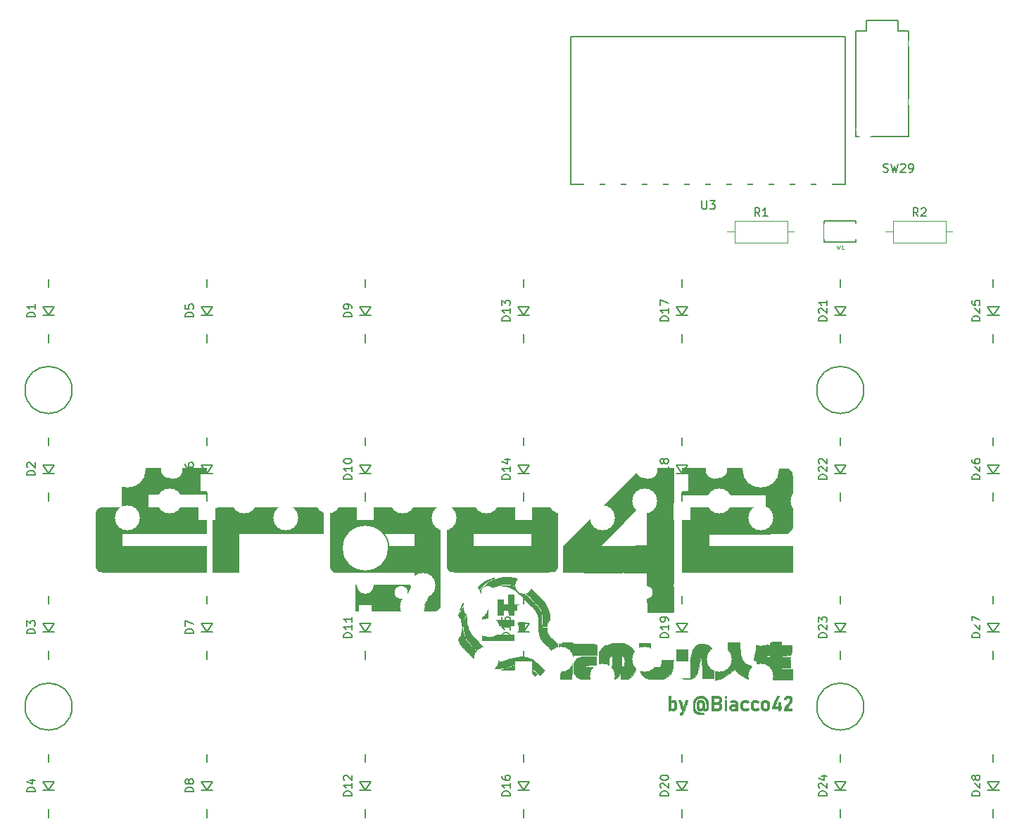
<source format=gbr>
G04 #@! TF.GenerationSoftware,KiCad,Pcbnew,5.0.2-bee76a0~70~ubuntu18.04.1*
G04 #@! TF.CreationDate,2018-12-29T23:15:22+09:00*
G04 #@! TF.ProjectId,ergo42,6572676f-3432-42e6-9b69-6361645f7063,1.0.0-alpha*
G04 #@! TF.SameCoordinates,Original*
G04 #@! TF.FileFunction,Legend,Top*
G04 #@! TF.FilePolarity,Positive*
%FSLAX46Y46*%
G04 Gerber Fmt 4.6, Leading zero omitted, Abs format (unit mm)*
G04 Created by KiCad (PCBNEW 5.0.2-bee76a0~70~ubuntu18.04.1) date 2018年12月29日 23時15分22秒*
%MOMM*%
%LPD*%
G01*
G04 APERTURE LIST*
%ADD10C,0.120000*%
%ADD11C,0.150000*%
%ADD12C,0.010000*%
%ADD13C,0.100000*%
%ADD14C,2.000000*%
%ADD15O,2.000000X2.000000*%
%ADD16C,2.300000*%
%ADD17C,1.600000*%
%ADD18C,3.000000*%
%ADD19C,2.400000*%
%ADD20C,2.400000*%
%ADD21C,4.387800*%
%ADD22C,2.101800*%
%ADD23C,1.924000*%
%ADD24C,5.400000*%
%ADD25R,1.924000X1.924000*%
%ADD26R,1.600000X2.000000*%
%ADD27R,2.000000X2.000000*%
%ADD28C,2.152600*%
G04 APERTURE END LIST*
D10*
G04 #@! TO.C,R1*
X176495000Y-62825000D02*
X176495000Y-65445000D01*
X176495000Y-65445000D02*
X182915000Y-65445000D01*
X182915000Y-65445000D02*
X182915000Y-62825000D01*
X182915000Y-62825000D02*
X176495000Y-62825000D01*
X175605000Y-64135000D02*
X176495000Y-64135000D01*
X183805000Y-64135000D02*
X182915000Y-64135000D01*
G04 #@! TO.C,R2*
X195545000Y-62825000D02*
X195545000Y-65445000D01*
X195545000Y-65445000D02*
X201965000Y-65445000D01*
X201965000Y-65445000D02*
X201965000Y-62825000D01*
X201965000Y-62825000D02*
X195545000Y-62825000D01*
X194655000Y-64135000D02*
X195545000Y-64135000D01*
X202855000Y-64135000D02*
X201965000Y-64135000D01*
D11*
G04 #@! TO.C,U1*
X134908427Y-102235000D02*
G75*
G03X134908427Y-102235000I-2828427J0D01*
G01*
G04 #@! TO.C,U2*
X192058427Y-83185000D02*
G75*
G03X192058427Y-83185000I-2828427J0D01*
G01*
G04 #@! TO.C,U4*
X192058427Y-121285000D02*
G75*
G03X192058427Y-121285000I-2828427J0D01*
G01*
G04 #@! TO.C,U5*
X96808427Y-83185000D02*
G75*
G03X96808427Y-83185000I-2828427J0D01*
G01*
G04 #@! TO.C,U7*
X96808427Y-121285000D02*
G75*
G03X96808427Y-121285000I-2828427J0D01*
G01*
G04 #@! TO.C,W1*
X187325000Y-62865000D02*
X187325000Y-65405000D01*
X187325000Y-65405000D02*
X191135000Y-65405000D01*
X191135000Y-65405000D02*
X191135000Y-62865000D01*
X191135000Y-62865000D02*
X187325000Y-62865000D01*
G04 #@! TO.C,D28*
X207645000Y-131330000D02*
X206945000Y-130290000D01*
X206945000Y-130290000D02*
X208345000Y-130290000D01*
X208345000Y-130290000D02*
X207645000Y-131330000D01*
X208345000Y-131330000D02*
X206945000Y-131330000D01*
X207645000Y-127970000D02*
X207645000Y-127000000D01*
X207645000Y-134620000D02*
X207645000Y-133650000D01*
G04 #@! TO.C,D27*
X207645000Y-112280000D02*
X206945000Y-111240000D01*
X206945000Y-111240000D02*
X208345000Y-111240000D01*
X208345000Y-111240000D02*
X207645000Y-112280000D01*
X208345000Y-112280000D02*
X206945000Y-112280000D01*
X207645000Y-108920000D02*
X207645000Y-107950000D01*
X207645000Y-115570000D02*
X207645000Y-114600000D01*
G04 #@! TO.C,D26*
X207645000Y-93230000D02*
X206945000Y-92190000D01*
X206945000Y-92190000D02*
X208345000Y-92190000D01*
X208345000Y-92190000D02*
X207645000Y-93230000D01*
X208345000Y-93230000D02*
X206945000Y-93230000D01*
X207645000Y-89870000D02*
X207645000Y-88900000D01*
X207645000Y-96520000D02*
X207645000Y-95550000D01*
G04 #@! TO.C,D25*
X207645000Y-74180000D02*
X206945000Y-73140000D01*
X206945000Y-73140000D02*
X208345000Y-73140000D01*
X208345000Y-73140000D02*
X207645000Y-74180000D01*
X208345000Y-74180000D02*
X206945000Y-74180000D01*
X207645000Y-70820000D02*
X207645000Y-69850000D01*
X207645000Y-77470000D02*
X207645000Y-76500000D01*
G04 #@! TO.C,D24*
X189230000Y-131330000D02*
X188530000Y-130290000D01*
X188530000Y-130290000D02*
X189930000Y-130290000D01*
X189930000Y-130290000D02*
X189230000Y-131330000D01*
X189930000Y-131330000D02*
X188530000Y-131330000D01*
X189230000Y-127970000D02*
X189230000Y-127000000D01*
X189230000Y-134620000D02*
X189230000Y-133650000D01*
G04 #@! TO.C,D23*
X189230000Y-112280000D02*
X188530000Y-111240000D01*
X188530000Y-111240000D02*
X189930000Y-111240000D01*
X189930000Y-111240000D02*
X189230000Y-112280000D01*
X189930000Y-112280000D02*
X188530000Y-112280000D01*
X189230000Y-108920000D02*
X189230000Y-107950000D01*
X189230000Y-115570000D02*
X189230000Y-114600000D01*
G04 #@! TO.C,D22*
X189230000Y-93230000D02*
X188530000Y-92190000D01*
X188530000Y-92190000D02*
X189930000Y-92190000D01*
X189930000Y-92190000D02*
X189230000Y-93230000D01*
X189930000Y-93230000D02*
X188530000Y-93230000D01*
X189230000Y-89870000D02*
X189230000Y-88900000D01*
X189230000Y-96520000D02*
X189230000Y-95550000D01*
G04 #@! TO.C,D21*
X189230000Y-74180000D02*
X188530000Y-73140000D01*
X188530000Y-73140000D02*
X189930000Y-73140000D01*
X189930000Y-73140000D02*
X189230000Y-74180000D01*
X189930000Y-74180000D02*
X188530000Y-74180000D01*
X189230000Y-70820000D02*
X189230000Y-69850000D01*
X189230000Y-77470000D02*
X189230000Y-76500000D01*
G04 #@! TO.C,D20*
X170180000Y-131330000D02*
X169480000Y-130290000D01*
X169480000Y-130290000D02*
X170880000Y-130290000D01*
X170880000Y-130290000D02*
X170180000Y-131330000D01*
X170880000Y-131330000D02*
X169480000Y-131330000D01*
X170180000Y-127970000D02*
X170180000Y-127000000D01*
X170180000Y-134620000D02*
X170180000Y-133650000D01*
G04 #@! TO.C,D19*
X170180000Y-112280000D02*
X169480000Y-111240000D01*
X169480000Y-111240000D02*
X170880000Y-111240000D01*
X170880000Y-111240000D02*
X170180000Y-112280000D01*
X170880000Y-112280000D02*
X169480000Y-112280000D01*
X170180000Y-108920000D02*
X170180000Y-107950000D01*
X170180000Y-115570000D02*
X170180000Y-114600000D01*
G04 #@! TO.C,D18*
X170180000Y-93230000D02*
X169480000Y-92190000D01*
X169480000Y-92190000D02*
X170880000Y-92190000D01*
X170880000Y-92190000D02*
X170180000Y-93230000D01*
X170880000Y-93230000D02*
X169480000Y-93230000D01*
X170180000Y-89870000D02*
X170180000Y-88900000D01*
X170180000Y-96520000D02*
X170180000Y-95550000D01*
G04 #@! TO.C,D17*
X170180000Y-74180000D02*
X169480000Y-73140000D01*
X169480000Y-73140000D02*
X170880000Y-73140000D01*
X170880000Y-73140000D02*
X170180000Y-74180000D01*
X170880000Y-74180000D02*
X169480000Y-74180000D01*
X170180000Y-70820000D02*
X170180000Y-69850000D01*
X170180000Y-77470000D02*
X170180000Y-76500000D01*
G04 #@! TO.C,D16*
X151130000Y-131330000D02*
X150430000Y-130290000D01*
X150430000Y-130290000D02*
X151830000Y-130290000D01*
X151830000Y-130290000D02*
X151130000Y-131330000D01*
X151830000Y-131330000D02*
X150430000Y-131330000D01*
X151130000Y-127970000D02*
X151130000Y-127000000D01*
X151130000Y-134620000D02*
X151130000Y-133650000D01*
G04 #@! TO.C,D15*
X151130000Y-112280000D02*
X150430000Y-111240000D01*
X150430000Y-111240000D02*
X151830000Y-111240000D01*
X151830000Y-111240000D02*
X151130000Y-112280000D01*
X151830000Y-112280000D02*
X150430000Y-112280000D01*
X151130000Y-108920000D02*
X151130000Y-107950000D01*
X151130000Y-115570000D02*
X151130000Y-114600000D01*
G04 #@! TO.C,D14*
X151130000Y-93230000D02*
X150430000Y-92190000D01*
X150430000Y-92190000D02*
X151830000Y-92190000D01*
X151830000Y-92190000D02*
X151130000Y-93230000D01*
X151830000Y-93230000D02*
X150430000Y-93230000D01*
X151130000Y-89870000D02*
X151130000Y-88900000D01*
X151130000Y-96520000D02*
X151130000Y-95550000D01*
G04 #@! TO.C,D13*
X151130000Y-74180000D02*
X150430000Y-73140000D01*
X150430000Y-73140000D02*
X151830000Y-73140000D01*
X151830000Y-73140000D02*
X151130000Y-74180000D01*
X151830000Y-74180000D02*
X150430000Y-74180000D01*
X151130000Y-70820000D02*
X151130000Y-69850000D01*
X151130000Y-77470000D02*
X151130000Y-76500000D01*
G04 #@! TO.C,D12*
X132080000Y-131330000D02*
X131380000Y-130290000D01*
X131380000Y-130290000D02*
X132780000Y-130290000D01*
X132780000Y-130290000D02*
X132080000Y-131330000D01*
X132780000Y-131330000D02*
X131380000Y-131330000D01*
X132080000Y-127970000D02*
X132080000Y-127000000D01*
X132080000Y-134620000D02*
X132080000Y-133650000D01*
G04 #@! TO.C,D11*
X132080000Y-112280000D02*
X131380000Y-111240000D01*
X131380000Y-111240000D02*
X132780000Y-111240000D01*
X132780000Y-111240000D02*
X132080000Y-112280000D01*
X132780000Y-112280000D02*
X131380000Y-112280000D01*
X132080000Y-108920000D02*
X132080000Y-107950000D01*
X132080000Y-115570000D02*
X132080000Y-114600000D01*
G04 #@! TO.C,D10*
X132080000Y-93230000D02*
X131380000Y-92190000D01*
X131380000Y-92190000D02*
X132780000Y-92190000D01*
X132780000Y-92190000D02*
X132080000Y-93230000D01*
X132780000Y-93230000D02*
X131380000Y-93230000D01*
X132080000Y-89870000D02*
X132080000Y-88900000D01*
X132080000Y-96520000D02*
X132080000Y-95550000D01*
G04 #@! TO.C,D9*
X132080000Y-74180000D02*
X131380000Y-73140000D01*
X131380000Y-73140000D02*
X132780000Y-73140000D01*
X132780000Y-73140000D02*
X132080000Y-74180000D01*
X132780000Y-74180000D02*
X131380000Y-74180000D01*
X132080000Y-70820000D02*
X132080000Y-69850000D01*
X132080000Y-77470000D02*
X132080000Y-76500000D01*
G04 #@! TO.C,D8*
X113030000Y-131330000D02*
X112330000Y-130290000D01*
X112330000Y-130290000D02*
X113730000Y-130290000D01*
X113730000Y-130290000D02*
X113030000Y-131330000D01*
X113730000Y-131330000D02*
X112330000Y-131330000D01*
X113030000Y-127970000D02*
X113030000Y-127000000D01*
X113030000Y-134620000D02*
X113030000Y-133650000D01*
G04 #@! TO.C,D7*
X113030000Y-112280000D02*
X112330000Y-111240000D01*
X112330000Y-111240000D02*
X113730000Y-111240000D01*
X113730000Y-111240000D02*
X113030000Y-112280000D01*
X113730000Y-112280000D02*
X112330000Y-112280000D01*
X113030000Y-108920000D02*
X113030000Y-107950000D01*
X113030000Y-115570000D02*
X113030000Y-114600000D01*
G04 #@! TO.C,D6*
X113030000Y-93230000D02*
X112330000Y-92190000D01*
X112330000Y-92190000D02*
X113730000Y-92190000D01*
X113730000Y-92190000D02*
X113030000Y-93230000D01*
X113730000Y-93230000D02*
X112330000Y-93230000D01*
X113030000Y-89870000D02*
X113030000Y-88900000D01*
X113030000Y-96520000D02*
X113030000Y-95550000D01*
G04 #@! TO.C,D5*
X113030000Y-74180000D02*
X112330000Y-73140000D01*
X112330000Y-73140000D02*
X113730000Y-73140000D01*
X113730000Y-73140000D02*
X113030000Y-74180000D01*
X113730000Y-74180000D02*
X112330000Y-74180000D01*
X113030000Y-70820000D02*
X113030000Y-69850000D01*
X113030000Y-77470000D02*
X113030000Y-76500000D01*
G04 #@! TO.C,D4*
X93980000Y-131330000D02*
X93280000Y-130290000D01*
X93280000Y-130290000D02*
X94680000Y-130290000D01*
X94680000Y-130290000D02*
X93980000Y-131330000D01*
X94680000Y-131330000D02*
X93280000Y-131330000D01*
X93980000Y-127970000D02*
X93980000Y-127000000D01*
X93980000Y-134620000D02*
X93980000Y-133650000D01*
G04 #@! TO.C,D3*
X93980000Y-112280000D02*
X93280000Y-111240000D01*
X93280000Y-111240000D02*
X94680000Y-111240000D01*
X94680000Y-111240000D02*
X93980000Y-112280000D01*
X94680000Y-112280000D02*
X93280000Y-112280000D01*
X93980000Y-108920000D02*
X93980000Y-107950000D01*
X93980000Y-115570000D02*
X93980000Y-114600000D01*
G04 #@! TO.C,D2*
X93980000Y-93230000D02*
X93280000Y-92190000D01*
X93280000Y-92190000D02*
X94680000Y-92190000D01*
X94680000Y-92190000D02*
X93980000Y-93230000D01*
X94680000Y-93230000D02*
X93280000Y-93230000D01*
X93980000Y-89870000D02*
X93980000Y-88900000D01*
X93980000Y-96520000D02*
X93980000Y-95550000D01*
G04 #@! TO.C,D1*
X93980000Y-74180000D02*
X93280000Y-73140000D01*
X93280000Y-73140000D02*
X94680000Y-73140000D01*
X94680000Y-73140000D02*
X93980000Y-74180000D01*
X94680000Y-74180000D02*
X93280000Y-74180000D01*
X93980000Y-70820000D02*
X93980000Y-69850000D01*
X93980000Y-77470000D02*
X93980000Y-76500000D01*
G04 #@! TO.C,U3*
X156845000Y-58420000D02*
X156845000Y-40640000D01*
X156845000Y-40640000D02*
X189865000Y-40640000D01*
X189865000Y-40640000D02*
X189865000Y-58420000D01*
X189865000Y-58420000D02*
X156845000Y-58420000D01*
D12*
G04 #@! TO.C,G\002A\002A\002A*
G36*
X169946496Y-120500978D02*
X169992581Y-120523817D01*
X170033851Y-120580363D01*
X170080400Y-120685734D01*
X170142321Y-120855050D01*
X170162030Y-120910976D01*
X170225066Y-121081894D01*
X170279336Y-121213605D01*
X170317777Y-121289822D01*
X170331410Y-121301513D01*
X170355349Y-121252121D01*
X170399582Y-121139659D01*
X170456440Y-120984061D01*
X170486552Y-120898210D01*
X170551475Y-120717337D01*
X170600973Y-120603727D01*
X170645544Y-120540978D01*
X170695683Y-120512690D01*
X170738363Y-120504764D01*
X170825619Y-120505851D01*
X170859555Y-120526661D01*
X170845142Y-120595945D01*
X170804486Y-120729804D01*
X170743488Y-120912247D01*
X170668047Y-121127284D01*
X170584063Y-121358924D01*
X170497436Y-121591176D01*
X170414065Y-121808050D01*
X170339851Y-121993555D01*
X170280693Y-122131701D01*
X170242491Y-122206496D01*
X170237398Y-122212948D01*
X170132718Y-122275404D01*
X170048621Y-122292242D01*
X169969271Y-122277312D01*
X169941186Y-122214826D01*
X169939138Y-122165970D01*
X169962291Y-122059698D01*
X170025670Y-122017070D01*
X170107079Y-121962481D01*
X170164225Y-121880262D01*
X170181842Y-121825082D01*
X170183282Y-121757239D01*
X170165082Y-121661619D01*
X170123781Y-121523111D01*
X170055916Y-121326601D01*
X170005221Y-121186145D01*
X169927509Y-120972559D01*
X169859756Y-120786301D01*
X169807991Y-120643951D01*
X169778245Y-120562090D01*
X169774394Y-120551466D01*
X169795129Y-120509492D01*
X169885504Y-120496725D01*
X169946496Y-120500978D01*
X169946496Y-120500978D01*
G37*
X169946496Y-120500978D02*
X169992581Y-120523817D01*
X170033851Y-120580363D01*
X170080400Y-120685734D01*
X170142321Y-120855050D01*
X170162030Y-120910976D01*
X170225066Y-121081894D01*
X170279336Y-121213605D01*
X170317777Y-121289822D01*
X170331410Y-121301513D01*
X170355349Y-121252121D01*
X170399582Y-121139659D01*
X170456440Y-120984061D01*
X170486552Y-120898210D01*
X170551475Y-120717337D01*
X170600973Y-120603727D01*
X170645544Y-120540978D01*
X170695683Y-120512690D01*
X170738363Y-120504764D01*
X170825619Y-120505851D01*
X170859555Y-120526661D01*
X170845142Y-120595945D01*
X170804486Y-120729804D01*
X170743488Y-120912247D01*
X170668047Y-121127284D01*
X170584063Y-121358924D01*
X170497436Y-121591176D01*
X170414065Y-121808050D01*
X170339851Y-121993555D01*
X170280693Y-122131701D01*
X170242491Y-122206496D01*
X170237398Y-122212948D01*
X170132718Y-122275404D01*
X170048621Y-122292242D01*
X169969271Y-122277312D01*
X169941186Y-122214826D01*
X169939138Y-122165970D01*
X169962291Y-122059698D01*
X170025670Y-122017070D01*
X170107079Y-121962481D01*
X170164225Y-121880262D01*
X170181842Y-121825082D01*
X170183282Y-121757239D01*
X170165082Y-121661619D01*
X170123781Y-121523111D01*
X170055916Y-121326601D01*
X170005221Y-121186145D01*
X169927509Y-120972559D01*
X169859756Y-120786301D01*
X169807991Y-120643951D01*
X169778245Y-120562090D01*
X169774394Y-120551466D01*
X169795129Y-120509492D01*
X169885504Y-120496725D01*
X169946496Y-120500978D01*
G36*
X172599783Y-120033125D02*
X172860976Y-120104136D01*
X173070283Y-120241130D01*
X173222484Y-120440733D01*
X173310397Y-120689889D01*
X173342473Y-120912327D01*
X173352127Y-121143112D01*
X173340759Y-121359746D01*
X173309772Y-121539732D01*
X173260565Y-121660572D01*
X173249023Y-121675265D01*
X173146787Y-121738163D01*
X173007223Y-121767208D01*
X172865890Y-121760673D01*
X172758345Y-121716832D01*
X172740980Y-121699930D01*
X172690169Y-121655970D01*
X172637379Y-121677729D01*
X172611738Y-121699930D01*
X172490478Y-121757785D01*
X172333494Y-121767430D01*
X172176383Y-121731495D01*
X172061113Y-121659232D01*
X172009694Y-121600376D01*
X171977869Y-121534781D01*
X171961013Y-121440632D01*
X171954501Y-121296116D01*
X171953621Y-121152243D01*
X171953787Y-121131725D01*
X172172587Y-121131725D01*
X172187439Y-121296756D01*
X172226394Y-121425724D01*
X172240760Y-121450429D01*
X172343095Y-121530059D01*
X172468984Y-121540851D01*
X172584434Y-121479994D01*
X172585493Y-121478941D01*
X172631756Y-121387785D01*
X172652602Y-121226651D01*
X172654311Y-121142993D01*
X172635856Y-120930194D01*
X172578637Y-120792398D01*
X172479871Y-120724756D01*
X172409145Y-120715690D01*
X172295606Y-120755480D01*
X172216190Y-120868536D01*
X172176281Y-121045385D01*
X172172587Y-121131725D01*
X171953787Y-121131725D01*
X171955166Y-120961330D01*
X171963444Y-120835474D01*
X171983920Y-120752154D01*
X172022059Y-120688850D01*
X172081632Y-120624735D01*
X172187018Y-120539150D01*
X172301340Y-120502536D01*
X172411621Y-120496725D01*
X172601772Y-120518078D01*
X172741743Y-120587644D01*
X172837054Y-120713677D01*
X172893227Y-120904433D01*
X172915783Y-121168167D01*
X172916825Y-121252156D01*
X172919590Y-121409972D01*
X172931227Y-121499213D01*
X172957237Y-121538826D01*
X173002671Y-121547759D01*
X173074143Y-121507411D01*
X173117047Y-121391355D01*
X173130214Y-121207072D01*
X173112481Y-120962042D01*
X173103944Y-120898129D01*
X173045310Y-120644486D01*
X172947862Y-120460916D01*
X172803061Y-120335308D01*
X172663791Y-120273661D01*
X172475463Y-120242328D01*
X172269311Y-120255150D01*
X172084043Y-120307493D01*
X172003360Y-120352695D01*
X171884432Y-120464224D01*
X171803977Y-120604727D01*
X171756460Y-120790806D01*
X171736340Y-121039063D01*
X171734724Y-121158093D01*
X171737337Y-121363637D01*
X171747987Y-121504961D01*
X171770764Y-121605343D01*
X171809764Y-121688061D01*
X171834825Y-121727404D01*
X171930918Y-121844220D01*
X172046589Y-121923575D01*
X172203056Y-121974976D01*
X172421541Y-122007929D01*
X172472162Y-122012921D01*
X172637589Y-122031545D01*
X172733170Y-122053232D01*
X172776588Y-122084212D01*
X172785690Y-122123358D01*
X172777021Y-122163462D01*
X172739572Y-122187594D01*
X172656183Y-122199534D01*
X172509693Y-122203062D01*
X172424397Y-122202941D01*
X172231356Y-122194859D01*
X172060263Y-122174950D01*
X171941853Y-122146964D01*
X171931725Y-122142835D01*
X171743607Y-122015969D01*
X171600707Y-121834793D01*
X171562400Y-121752925D01*
X171535589Y-121628147D01*
X171519772Y-121442193D01*
X171514526Y-121220698D01*
X171519425Y-120989292D01*
X171534044Y-120773608D01*
X171557957Y-120599278D01*
X171583050Y-120507869D01*
X171694962Y-120305171D01*
X171842687Y-120164912D01*
X172041787Y-120076633D01*
X172291919Y-120031468D01*
X172599783Y-120033125D01*
X172599783Y-120033125D01*
G37*
X172599783Y-120033125D02*
X172860976Y-120104136D01*
X173070283Y-120241130D01*
X173222484Y-120440733D01*
X173310397Y-120689889D01*
X173342473Y-120912327D01*
X173352127Y-121143112D01*
X173340759Y-121359746D01*
X173309772Y-121539732D01*
X173260565Y-121660572D01*
X173249023Y-121675265D01*
X173146787Y-121738163D01*
X173007223Y-121767208D01*
X172865890Y-121760673D01*
X172758345Y-121716832D01*
X172740980Y-121699930D01*
X172690169Y-121655970D01*
X172637379Y-121677729D01*
X172611738Y-121699930D01*
X172490478Y-121757785D01*
X172333494Y-121767430D01*
X172176383Y-121731495D01*
X172061113Y-121659232D01*
X172009694Y-121600376D01*
X171977869Y-121534781D01*
X171961013Y-121440632D01*
X171954501Y-121296116D01*
X171953621Y-121152243D01*
X171953787Y-121131725D01*
X172172587Y-121131725D01*
X172187439Y-121296756D01*
X172226394Y-121425724D01*
X172240760Y-121450429D01*
X172343095Y-121530059D01*
X172468984Y-121540851D01*
X172584434Y-121479994D01*
X172585493Y-121478941D01*
X172631756Y-121387785D01*
X172652602Y-121226651D01*
X172654311Y-121142993D01*
X172635856Y-120930194D01*
X172578637Y-120792398D01*
X172479871Y-120724756D01*
X172409145Y-120715690D01*
X172295606Y-120755480D01*
X172216190Y-120868536D01*
X172176281Y-121045385D01*
X172172587Y-121131725D01*
X171953787Y-121131725D01*
X171955166Y-120961330D01*
X171963444Y-120835474D01*
X171983920Y-120752154D01*
X172022059Y-120688850D01*
X172081632Y-120624735D01*
X172187018Y-120539150D01*
X172301340Y-120502536D01*
X172411621Y-120496725D01*
X172601772Y-120518078D01*
X172741743Y-120587644D01*
X172837054Y-120713677D01*
X172893227Y-120904433D01*
X172915783Y-121168167D01*
X172916825Y-121252156D01*
X172919590Y-121409972D01*
X172931227Y-121499213D01*
X172957237Y-121538826D01*
X173002671Y-121547759D01*
X173074143Y-121507411D01*
X173117047Y-121391355D01*
X173130214Y-121207072D01*
X173112481Y-120962042D01*
X173103944Y-120898129D01*
X173045310Y-120644486D01*
X172947862Y-120460916D01*
X172803061Y-120335308D01*
X172663791Y-120273661D01*
X172475463Y-120242328D01*
X172269311Y-120255150D01*
X172084043Y-120307493D01*
X172003360Y-120352695D01*
X171884432Y-120464224D01*
X171803977Y-120604727D01*
X171756460Y-120790806D01*
X171736340Y-121039063D01*
X171734724Y-121158093D01*
X171737337Y-121363637D01*
X171747987Y-121504961D01*
X171770764Y-121605343D01*
X171809764Y-121688061D01*
X171834825Y-121727404D01*
X171930918Y-121844220D01*
X172046589Y-121923575D01*
X172203056Y-121974976D01*
X172421541Y-122007929D01*
X172472162Y-122012921D01*
X172637589Y-122031545D01*
X172733170Y-122053232D01*
X172776588Y-122084212D01*
X172785690Y-122123358D01*
X172777021Y-122163462D01*
X172739572Y-122187594D01*
X172656183Y-122199534D01*
X172509693Y-122203062D01*
X172424397Y-122202941D01*
X172231356Y-122194859D01*
X172060263Y-122174950D01*
X171941853Y-122146964D01*
X171931725Y-122142835D01*
X171743607Y-122015969D01*
X171600707Y-121834793D01*
X171562400Y-121752925D01*
X171535589Y-121628147D01*
X171519772Y-121442193D01*
X171514526Y-121220698D01*
X171519425Y-120989292D01*
X171534044Y-120773608D01*
X171557957Y-120599278D01*
X171583050Y-120507869D01*
X171694962Y-120305171D01*
X171842687Y-120164912D01*
X172041787Y-120076633D01*
X172291919Y-120031468D01*
X172599783Y-120033125D01*
G36*
X168800518Y-120633070D02*
X168897848Y-120564898D01*
X169057093Y-120502838D01*
X169231584Y-120513635D01*
X169391472Y-120595061D01*
X169400231Y-120602386D01*
X169459548Y-120659473D01*
X169497073Y-120721153D01*
X169518939Y-120809467D01*
X169531279Y-120946456D01*
X169538104Y-121097831D01*
X169543651Y-121286882D01*
X169539637Y-121412072D01*
X169521498Y-121496981D01*
X169484671Y-121565193D01*
X169435677Y-121627170D01*
X169341150Y-121720169D01*
X169240558Y-121759802D01*
X169128201Y-121766725D01*
X168976739Y-121749230D01*
X168874457Y-121702685D01*
X168869335Y-121697907D01*
X168816854Y-121652296D01*
X168801275Y-121671787D01*
X168800518Y-121697907D01*
X168765788Y-121751483D01*
X168669138Y-121766725D01*
X168537759Y-121766725D01*
X168537759Y-121135384D01*
X168800518Y-121135384D01*
X168815210Y-121338668D01*
X168863046Y-121468451D01*
X168949666Y-121534390D01*
X169041380Y-121547759D01*
X169153379Y-121519271D01*
X169213424Y-121478941D01*
X169258698Y-121385547D01*
X169281808Y-121239645D01*
X169282928Y-121073416D01*
X169262229Y-120919044D01*
X169219884Y-120808710D01*
X169209765Y-120795776D01*
X169095021Y-120724849D01*
X168966361Y-120734182D01*
X168880604Y-120788167D01*
X168832480Y-120856281D01*
X168807571Y-120964770D01*
X168800518Y-121135384D01*
X168537759Y-121135384D01*
X168537759Y-120015000D01*
X168800518Y-120015000D01*
X168800518Y-120633070D01*
X168800518Y-120633070D01*
G37*
X168800518Y-120633070D02*
X168897848Y-120564898D01*
X169057093Y-120502838D01*
X169231584Y-120513635D01*
X169391472Y-120595061D01*
X169400231Y-120602386D01*
X169459548Y-120659473D01*
X169497073Y-120721153D01*
X169518939Y-120809467D01*
X169531279Y-120946456D01*
X169538104Y-121097831D01*
X169543651Y-121286882D01*
X169539637Y-121412072D01*
X169521498Y-121496981D01*
X169484671Y-121565193D01*
X169435677Y-121627170D01*
X169341150Y-121720169D01*
X169240558Y-121759802D01*
X169128201Y-121766725D01*
X168976739Y-121749230D01*
X168874457Y-121702685D01*
X168869335Y-121697907D01*
X168816854Y-121652296D01*
X168801275Y-121671787D01*
X168800518Y-121697907D01*
X168765788Y-121751483D01*
X168669138Y-121766725D01*
X168537759Y-121766725D01*
X168537759Y-121135384D01*
X168800518Y-121135384D01*
X168815210Y-121338668D01*
X168863046Y-121468451D01*
X168949666Y-121534390D01*
X169041380Y-121547759D01*
X169153379Y-121519271D01*
X169213424Y-121478941D01*
X169258698Y-121385547D01*
X169281808Y-121239645D01*
X169282928Y-121073416D01*
X169262229Y-120919044D01*
X169219884Y-120808710D01*
X169209765Y-120795776D01*
X169095021Y-120724849D01*
X168966361Y-120734182D01*
X168880604Y-120788167D01*
X168832480Y-120856281D01*
X168807571Y-120964770D01*
X168800518Y-121135384D01*
X168537759Y-121135384D01*
X168537759Y-120015000D01*
X168800518Y-120015000D01*
X168800518Y-120633070D01*
G36*
X174419361Y-120015987D02*
X174558814Y-120021835D01*
X174650705Y-120036877D01*
X174715045Y-120065446D01*
X174771845Y-120111875D01*
X174803542Y-120143011D01*
X174904379Y-120295645D01*
X174939124Y-120468894D01*
X174906969Y-120636621D01*
X174822562Y-120759020D01*
X174752638Y-120830561D01*
X174743325Y-120872856D01*
X174789582Y-120914636D01*
X174794630Y-120918185D01*
X174904672Y-121044171D01*
X174957051Y-121210317D01*
X174950908Y-121390115D01*
X174885386Y-121557055D01*
X174817991Y-121639290D01*
X174760354Y-121686522D01*
X174694389Y-121718157D01*
X174600780Y-121738129D01*
X174460213Y-121750377D01*
X174253373Y-121758836D01*
X174227455Y-121759651D01*
X173749138Y-121774474D01*
X173749138Y-120978449D01*
X173968104Y-120978449D01*
X173968104Y-121233909D01*
X173972757Y-121376499D01*
X173984796Y-121481294D01*
X173997299Y-121518564D01*
X174064970Y-121540521D01*
X174186652Y-121547116D01*
X174330326Y-121539405D01*
X174463969Y-121518445D01*
X174522724Y-121501226D01*
X174647615Y-121432129D01*
X174703629Y-121334376D01*
X174711916Y-121252156D01*
X174678516Y-121119509D01*
X174574385Y-121031280D01*
X174396801Y-120985845D01*
X174252759Y-120978449D01*
X173968104Y-120978449D01*
X173749138Y-120978449D01*
X173749138Y-120609229D01*
X173970380Y-120609229D01*
X173992407Y-120704604D01*
X174058777Y-120748695D01*
X174185896Y-120757083D01*
X174297000Y-120751533D01*
X174451886Y-120734657D01*
X174574069Y-120708593D01*
X174632177Y-120682237D01*
X174672624Y-120592521D01*
X174680794Y-120467167D01*
X174656938Y-120351859D01*
X174630128Y-120309144D01*
X174556630Y-120279566D01*
X174419237Y-120260752D01*
X174283432Y-120255863D01*
X173990000Y-120255863D01*
X173976289Y-120446993D01*
X173970380Y-120609229D01*
X173749138Y-120609229D01*
X173749138Y-120015000D01*
X174212335Y-120015000D01*
X174419361Y-120015987D01*
X174419361Y-120015987D01*
G37*
X174419361Y-120015987D02*
X174558814Y-120021835D01*
X174650705Y-120036877D01*
X174715045Y-120065446D01*
X174771845Y-120111875D01*
X174803542Y-120143011D01*
X174904379Y-120295645D01*
X174939124Y-120468894D01*
X174906969Y-120636621D01*
X174822562Y-120759020D01*
X174752638Y-120830561D01*
X174743325Y-120872856D01*
X174789582Y-120914636D01*
X174794630Y-120918185D01*
X174904672Y-121044171D01*
X174957051Y-121210317D01*
X174950908Y-121390115D01*
X174885386Y-121557055D01*
X174817991Y-121639290D01*
X174760354Y-121686522D01*
X174694389Y-121718157D01*
X174600780Y-121738129D01*
X174460213Y-121750377D01*
X174253373Y-121758836D01*
X174227455Y-121759651D01*
X173749138Y-121774474D01*
X173749138Y-120978449D01*
X173968104Y-120978449D01*
X173968104Y-121233909D01*
X173972757Y-121376499D01*
X173984796Y-121481294D01*
X173997299Y-121518564D01*
X174064970Y-121540521D01*
X174186652Y-121547116D01*
X174330326Y-121539405D01*
X174463969Y-121518445D01*
X174522724Y-121501226D01*
X174647615Y-121432129D01*
X174703629Y-121334376D01*
X174711916Y-121252156D01*
X174678516Y-121119509D01*
X174574385Y-121031280D01*
X174396801Y-120985845D01*
X174252759Y-120978449D01*
X173968104Y-120978449D01*
X173749138Y-120978449D01*
X173749138Y-120609229D01*
X173970380Y-120609229D01*
X173992407Y-120704604D01*
X174058777Y-120748695D01*
X174185896Y-120757083D01*
X174297000Y-120751533D01*
X174451886Y-120734657D01*
X174574069Y-120708593D01*
X174632177Y-120682237D01*
X174672624Y-120592521D01*
X174680794Y-120467167D01*
X174656938Y-120351859D01*
X174630128Y-120309144D01*
X174556630Y-120279566D01*
X174419237Y-120260752D01*
X174283432Y-120255863D01*
X173990000Y-120255863D01*
X173976289Y-120446993D01*
X173970380Y-120609229D01*
X173749138Y-120609229D01*
X173749138Y-120015000D01*
X174212335Y-120015000D01*
X174419361Y-120015987D01*
G36*
X175544656Y-121766725D02*
X175325690Y-121766725D01*
X175325690Y-120496725D01*
X175544656Y-120496725D01*
X175544656Y-121766725D01*
X175544656Y-121766725D01*
G37*
X175544656Y-121766725D02*
X175325690Y-121766725D01*
X175325690Y-120496725D01*
X175544656Y-120496725D01*
X175544656Y-121766725D01*
G36*
X176470955Y-120503010D02*
X176656399Y-120564228D01*
X176723709Y-120610100D01*
X176858449Y-120723476D01*
X176858449Y-121755164D01*
X176472120Y-121760534D01*
X176244678Y-121756613D01*
X176087156Y-121738281D01*
X176014264Y-121711573D01*
X175916370Y-121586571D01*
X175875773Y-121420889D01*
X175880596Y-121383859D01*
X176121974Y-121383859D01*
X176144632Y-121494135D01*
X176230787Y-121563155D01*
X176363343Y-121583957D01*
X176525203Y-121549579D01*
X176527150Y-121548843D01*
X176611574Y-121493227D01*
X176638975Y-121395361D01*
X176639483Y-121371485D01*
X176639483Y-121236836D01*
X176387673Y-121249970D01*
X176245309Y-121260302D01*
X176168267Y-121279737D01*
X176134309Y-121319481D01*
X176121974Y-121383859D01*
X175880596Y-121383859D01*
X175897193Y-121256460D01*
X175951698Y-121140698D01*
X176034717Y-121069263D01*
X176165133Y-121032877D01*
X176361823Y-121022262D01*
X176373846Y-121022242D01*
X176522465Y-121018722D01*
X176603129Y-121004210D01*
X176635321Y-120972782D01*
X176639483Y-120941443D01*
X176601671Y-120829087D01*
X176504681Y-120752202D01*
X176373180Y-120720936D01*
X176231836Y-120745441D01*
X176199682Y-120760484D01*
X176095970Y-120779460D01*
X176027388Y-120749950D01*
X175953640Y-120690136D01*
X175955916Y-120638561D01*
X176037589Y-120579740D01*
X176067998Y-120563539D01*
X176264357Y-120502037D01*
X176470955Y-120503010D01*
X176470955Y-120503010D01*
G37*
X176470955Y-120503010D02*
X176656399Y-120564228D01*
X176723709Y-120610100D01*
X176858449Y-120723476D01*
X176858449Y-121755164D01*
X176472120Y-121760534D01*
X176244678Y-121756613D01*
X176087156Y-121738281D01*
X176014264Y-121711573D01*
X175916370Y-121586571D01*
X175875773Y-121420889D01*
X175880596Y-121383859D01*
X176121974Y-121383859D01*
X176144632Y-121494135D01*
X176230787Y-121563155D01*
X176363343Y-121583957D01*
X176525203Y-121549579D01*
X176527150Y-121548843D01*
X176611574Y-121493227D01*
X176638975Y-121395361D01*
X176639483Y-121371485D01*
X176639483Y-121236836D01*
X176387673Y-121249970D01*
X176245309Y-121260302D01*
X176168267Y-121279737D01*
X176134309Y-121319481D01*
X176121974Y-121383859D01*
X175880596Y-121383859D01*
X175897193Y-121256460D01*
X175951698Y-121140698D01*
X176034717Y-121069263D01*
X176165133Y-121032877D01*
X176361823Y-121022262D01*
X176373846Y-121022242D01*
X176522465Y-121018722D01*
X176603129Y-121004210D01*
X176635321Y-120972782D01*
X176639483Y-120941443D01*
X176601671Y-120829087D01*
X176504681Y-120752202D01*
X176373180Y-120720936D01*
X176231836Y-120745441D01*
X176199682Y-120760484D01*
X176095970Y-120779460D01*
X176027388Y-120749950D01*
X175953640Y-120690136D01*
X175955916Y-120638561D01*
X176037589Y-120579740D01*
X176067998Y-120563539D01*
X176264357Y-120502037D01*
X176470955Y-120503010D01*
G36*
X177785894Y-120505767D02*
X177977063Y-120533201D01*
X178100381Y-120585674D01*
X178131695Y-120611887D01*
X178190346Y-120678254D01*
X178187015Y-120723312D01*
X178137220Y-120773442D01*
X178073035Y-120819807D01*
X178009112Y-120819187D01*
X177919874Y-120779999D01*
X177767735Y-120737401D01*
X177627656Y-120755273D01*
X177526836Y-120828974D01*
X177514190Y-120849228D01*
X177489135Y-120938674D01*
X177473803Y-121075567D01*
X177471552Y-121150742D01*
X177499436Y-121342888D01*
X177575704Y-121476391D01*
X177689285Y-121543626D01*
X177829105Y-121536964D01*
X177946213Y-121477708D01*
X178025394Y-121432737D01*
X178084713Y-121446455D01*
X178134768Y-121487788D01*
X178190712Y-121544493D01*
X178190942Y-121587111D01*
X178130654Y-121647561D01*
X178107748Y-121667322D01*
X178006618Y-121731985D01*
X177878781Y-121761614D01*
X177754456Y-121766725D01*
X177598745Y-121758419D01*
X177490000Y-121724604D01*
X177388450Y-121651930D01*
X177373709Y-121638938D01*
X177304811Y-121573740D01*
X177262590Y-121513552D01*
X177240515Y-121435221D01*
X177232058Y-121315591D01*
X177230690Y-121131725D01*
X177231974Y-120947997D01*
X177240328Y-120828561D01*
X177262503Y-120750123D01*
X177305251Y-120689391D01*
X177375324Y-120623069D01*
X177379107Y-120619689D01*
X177471408Y-120544805D01*
X177554098Y-120507876D01*
X177661881Y-120499184D01*
X177785894Y-120505767D01*
X177785894Y-120505767D01*
G37*
X177785894Y-120505767D02*
X177977063Y-120533201D01*
X178100381Y-120585674D01*
X178131695Y-120611887D01*
X178190346Y-120678254D01*
X178187015Y-120723312D01*
X178137220Y-120773442D01*
X178073035Y-120819807D01*
X178009112Y-120819187D01*
X177919874Y-120779999D01*
X177767735Y-120737401D01*
X177627656Y-120755273D01*
X177526836Y-120828974D01*
X177514190Y-120849228D01*
X177489135Y-120938674D01*
X177473803Y-121075567D01*
X177471552Y-121150742D01*
X177499436Y-121342888D01*
X177575704Y-121476391D01*
X177689285Y-121543626D01*
X177829105Y-121536964D01*
X177946213Y-121477708D01*
X178025394Y-121432737D01*
X178084713Y-121446455D01*
X178134768Y-121487788D01*
X178190712Y-121544493D01*
X178190942Y-121587111D01*
X178130654Y-121647561D01*
X178107748Y-121667322D01*
X178006618Y-121731985D01*
X177878781Y-121761614D01*
X177754456Y-121766725D01*
X177598745Y-121758419D01*
X177490000Y-121724604D01*
X177388450Y-121651930D01*
X177373709Y-121638938D01*
X177304811Y-121573740D01*
X177262590Y-121513552D01*
X177240515Y-121435221D01*
X177232058Y-121315591D01*
X177230690Y-121131725D01*
X177231974Y-120947997D01*
X177240328Y-120828561D01*
X177262503Y-120750123D01*
X177305251Y-120689391D01*
X177375324Y-120623069D01*
X177379107Y-120619689D01*
X177471408Y-120544805D01*
X177554098Y-120507876D01*
X177661881Y-120499184D01*
X177785894Y-120505767D01*
G36*
X179153257Y-120508439D02*
X179270535Y-120550273D01*
X179333955Y-120596128D01*
X179408468Y-120665455D01*
X179421334Y-120709738D01*
X179378145Y-120760057D01*
X179365519Y-120771548D01*
X179300125Y-120819266D01*
X179236176Y-120819430D01*
X179146081Y-120779999D01*
X178993942Y-120737401D01*
X178853863Y-120755273D01*
X178753043Y-120828974D01*
X178740397Y-120849228D01*
X178715342Y-120938674D01*
X178700010Y-121075567D01*
X178697759Y-121150742D01*
X178725642Y-121342888D01*
X178801911Y-121476391D01*
X178915492Y-121543626D01*
X179055311Y-121536964D01*
X179172420Y-121477708D01*
X179251465Y-121432578D01*
X179309687Y-121445303D01*
X179357337Y-121484496D01*
X179421288Y-121554715D01*
X179442242Y-121597215D01*
X179402671Y-121651446D01*
X179300376Y-121703384D01*
X179159983Y-121744311D01*
X179006118Y-121765511D01*
X178963383Y-121766725D01*
X178808425Y-121755837D01*
X178696069Y-121713117D01*
X178602359Y-121641121D01*
X178524628Y-121562752D01*
X178479534Y-121482578D01*
X178455652Y-121370691D01*
X178443262Y-121224644D01*
X178449084Y-120948212D01*
X178507737Y-120740271D01*
X178621464Y-120597813D01*
X178792505Y-120517833D01*
X178985878Y-120496725D01*
X179153257Y-120508439D01*
X179153257Y-120508439D01*
G37*
X179153257Y-120508439D02*
X179270535Y-120550273D01*
X179333955Y-120596128D01*
X179408468Y-120665455D01*
X179421334Y-120709738D01*
X179378145Y-120760057D01*
X179365519Y-120771548D01*
X179300125Y-120819266D01*
X179236176Y-120819430D01*
X179146081Y-120779999D01*
X178993942Y-120737401D01*
X178853863Y-120755273D01*
X178753043Y-120828974D01*
X178740397Y-120849228D01*
X178715342Y-120938674D01*
X178700010Y-121075567D01*
X178697759Y-121150742D01*
X178725642Y-121342888D01*
X178801911Y-121476391D01*
X178915492Y-121543626D01*
X179055311Y-121536964D01*
X179172420Y-121477708D01*
X179251465Y-121432578D01*
X179309687Y-121445303D01*
X179357337Y-121484496D01*
X179421288Y-121554715D01*
X179442242Y-121597215D01*
X179402671Y-121651446D01*
X179300376Y-121703384D01*
X179159983Y-121744311D01*
X179006118Y-121765511D01*
X178963383Y-121766725D01*
X178808425Y-121755837D01*
X178696069Y-121713117D01*
X178602359Y-121641121D01*
X178524628Y-121562752D01*
X178479534Y-121482578D01*
X178455652Y-121370691D01*
X178443262Y-121224644D01*
X178449084Y-120948212D01*
X178507737Y-120740271D01*
X178621464Y-120597813D01*
X178792505Y-120517833D01*
X178985878Y-120496725D01*
X179153257Y-120508439D01*
G36*
X180351034Y-120510040D02*
X180467826Y-120561154D01*
X180544884Y-120622329D01*
X180623262Y-120701570D01*
X180668435Y-120782847D01*
X180692130Y-120896567D01*
X180703676Y-121034031D01*
X180699880Y-121316425D01*
X180647681Y-121526590D01*
X180546772Y-121665500D01*
X180491803Y-121701797D01*
X180333540Y-121751628D01*
X180150466Y-121763648D01*
X179980598Y-121738262D01*
X179885291Y-121695312D01*
X179768958Y-121564866D01*
X179691352Y-121374305D01*
X179661305Y-121145837D01*
X179661266Y-121140095D01*
X179923966Y-121140095D01*
X179948860Y-121336741D01*
X180017689Y-121472232D01*
X180121669Y-121539607D01*
X180252020Y-121531902D01*
X180352153Y-121479586D01*
X180408568Y-121425906D01*
X180438152Y-121348654D01*
X180448778Y-121221261D01*
X180449483Y-121151138D01*
X180428016Y-120938315D01*
X180364853Y-120797877D01*
X180261855Y-120732402D01*
X180150085Y-120736189D01*
X180028922Y-120789930D01*
X179957270Y-120889620D01*
X179926640Y-121050421D01*
X179923966Y-121140095D01*
X179661266Y-121140095D01*
X179661207Y-121131725D01*
X179690127Y-120875110D01*
X179776216Y-120683614D01*
X179918471Y-120558429D01*
X180115890Y-120500747D01*
X180195778Y-120496725D01*
X180351034Y-120510040D01*
X180351034Y-120510040D01*
G37*
X180351034Y-120510040D02*
X180467826Y-120561154D01*
X180544884Y-120622329D01*
X180623262Y-120701570D01*
X180668435Y-120782847D01*
X180692130Y-120896567D01*
X180703676Y-121034031D01*
X180699880Y-121316425D01*
X180647681Y-121526590D01*
X180546772Y-121665500D01*
X180491803Y-121701797D01*
X180333540Y-121751628D01*
X180150466Y-121763648D01*
X179980598Y-121738262D01*
X179885291Y-121695312D01*
X179768958Y-121564866D01*
X179691352Y-121374305D01*
X179661305Y-121145837D01*
X179661266Y-121140095D01*
X179923966Y-121140095D01*
X179948860Y-121336741D01*
X180017689Y-121472232D01*
X180121669Y-121539607D01*
X180252020Y-121531902D01*
X180352153Y-121479586D01*
X180408568Y-121425906D01*
X180438152Y-121348654D01*
X180448778Y-121221261D01*
X180449483Y-121151138D01*
X180428016Y-120938315D01*
X180364853Y-120797877D01*
X180261855Y-120732402D01*
X180150085Y-120736189D01*
X180028922Y-120789930D01*
X179957270Y-120889620D01*
X179926640Y-121050421D01*
X179923966Y-121140095D01*
X179661266Y-121140095D01*
X179661207Y-121131725D01*
X179690127Y-120875110D01*
X179776216Y-120683614D01*
X179918471Y-120558429D01*
X180115890Y-120500747D01*
X180195778Y-120496725D01*
X180351034Y-120510040D01*
G36*
X181815385Y-120020998D02*
X181850863Y-120034737D01*
X181833591Y-120079462D01*
X181786107Y-120189044D01*
X181714904Y-120348820D01*
X181626476Y-120544122D01*
X181588104Y-120628104D01*
X181494338Y-120835560D01*
X181415351Y-121015571D01*
X181357705Y-121152767D01*
X181327965Y-121231782D01*
X181325345Y-121243368D01*
X181364735Y-121267118D01*
X181465448Y-121282192D01*
X181544311Y-121285000D01*
X181763276Y-121285000D01*
X181763276Y-120715690D01*
X182026035Y-120715690D01*
X182026035Y-121000345D01*
X182030420Y-121160013D01*
X182046091Y-121248756D01*
X182076816Y-121282916D01*
X182091725Y-121285000D01*
X182144557Y-121323070D01*
X182157414Y-121394483D01*
X182134573Y-121482538D01*
X182091725Y-121503966D01*
X182039573Y-121543136D01*
X182026035Y-121635345D01*
X182015184Y-121728401D01*
X181963997Y-121762700D01*
X181894656Y-121766725D01*
X181801600Y-121755873D01*
X181767301Y-121704687D01*
X181763276Y-121635345D01*
X181763276Y-121503966D01*
X181391035Y-121503966D01*
X181210789Y-121503019D01*
X181100786Y-121496700D01*
X181043682Y-121479791D01*
X181022132Y-121447072D01*
X181018794Y-121393327D01*
X181018794Y-121391968D01*
X181036635Y-121314674D01*
X181085853Y-121174906D01*
X181159992Y-120989184D01*
X181252594Y-120774026D01*
X181309811Y-120647485D01*
X181420071Y-120409711D01*
X181502099Y-120240323D01*
X181563483Y-120127785D01*
X181611814Y-120060557D01*
X181654681Y-120027101D01*
X181699674Y-120015879D01*
X181725845Y-120015000D01*
X181815385Y-120020998D01*
X181815385Y-120020998D01*
G37*
X181815385Y-120020998D02*
X181850863Y-120034737D01*
X181833591Y-120079462D01*
X181786107Y-120189044D01*
X181714904Y-120348820D01*
X181626476Y-120544122D01*
X181588104Y-120628104D01*
X181494338Y-120835560D01*
X181415351Y-121015571D01*
X181357705Y-121152767D01*
X181327965Y-121231782D01*
X181325345Y-121243368D01*
X181364735Y-121267118D01*
X181465448Y-121282192D01*
X181544311Y-121285000D01*
X181763276Y-121285000D01*
X181763276Y-120715690D01*
X182026035Y-120715690D01*
X182026035Y-121000345D01*
X182030420Y-121160013D01*
X182046091Y-121248756D01*
X182076816Y-121282916D01*
X182091725Y-121285000D01*
X182144557Y-121323070D01*
X182157414Y-121394483D01*
X182134573Y-121482538D01*
X182091725Y-121503966D01*
X182039573Y-121543136D01*
X182026035Y-121635345D01*
X182015184Y-121728401D01*
X181963997Y-121762700D01*
X181894656Y-121766725D01*
X181801600Y-121755873D01*
X181767301Y-121704687D01*
X181763276Y-121635345D01*
X181763276Y-121503966D01*
X181391035Y-121503966D01*
X181210789Y-121503019D01*
X181100786Y-121496700D01*
X181043682Y-121479791D01*
X181022132Y-121447072D01*
X181018794Y-121393327D01*
X181018794Y-121391968D01*
X181036635Y-121314674D01*
X181085853Y-121174906D01*
X181159992Y-120989184D01*
X181252594Y-120774026D01*
X181309811Y-120647485D01*
X181420071Y-120409711D01*
X181502099Y-120240323D01*
X181563483Y-120127785D01*
X181611814Y-120060557D01*
X181654681Y-120027101D01*
X181699674Y-120015879D01*
X181725845Y-120015000D01*
X181815385Y-120020998D01*
G36*
X183143462Y-120028589D02*
X183283089Y-120118638D01*
X183378273Y-120258601D01*
X183402051Y-120340373D01*
X183409650Y-120464762D01*
X183381036Y-120596722D01*
X183309743Y-120751048D01*
X183189309Y-120942537D01*
X183059903Y-121123421D01*
X182953049Y-121272532D01*
X182869700Y-121397642D01*
X182821555Y-121480734D01*
X182814311Y-121501635D01*
X182855605Y-121526814D01*
X182970052Y-121542869D01*
X183120863Y-121547759D01*
X183281019Y-121549369D01*
X183372680Y-121558743D01*
X183414930Y-121582697D01*
X183426856Y-121628048D01*
X183427414Y-121657242D01*
X183427414Y-121766725D01*
X182420173Y-121766725D01*
X182420173Y-121655129D01*
X182449480Y-121562580D01*
X182534605Y-121413191D01*
X182671357Y-121213920D01*
X182749184Y-121109084D01*
X182916681Y-120883730D01*
X183033562Y-120713634D01*
X183105284Y-120586765D01*
X183137303Y-120491097D01*
X183135074Y-120414599D01*
X183104052Y-120345242D01*
X183099120Y-120337538D01*
X183019235Y-120260758D01*
X182941802Y-120233966D01*
X182818921Y-120257121D01*
X182722512Y-120314481D01*
X182682938Y-120387888D01*
X182682931Y-120388783D01*
X182643316Y-120439197D01*
X182546805Y-120452932D01*
X182454153Y-120445776D01*
X182427395Y-120408057D01*
X182440734Y-120332500D01*
X182518839Y-120170648D01*
X182647080Y-120059486D01*
X182806541Y-119998859D01*
X182978307Y-119988611D01*
X183143462Y-120028589D01*
X183143462Y-120028589D01*
G37*
X183143462Y-120028589D02*
X183283089Y-120118638D01*
X183378273Y-120258601D01*
X183402051Y-120340373D01*
X183409650Y-120464762D01*
X183381036Y-120596722D01*
X183309743Y-120751048D01*
X183189309Y-120942537D01*
X183059903Y-121123421D01*
X182953049Y-121272532D01*
X182869700Y-121397642D01*
X182821555Y-121480734D01*
X182814311Y-121501635D01*
X182855605Y-121526814D01*
X182970052Y-121542869D01*
X183120863Y-121547759D01*
X183281019Y-121549369D01*
X183372680Y-121558743D01*
X183414930Y-121582697D01*
X183426856Y-121628048D01*
X183427414Y-121657242D01*
X183427414Y-121766725D01*
X182420173Y-121766725D01*
X182420173Y-121655129D01*
X182449480Y-121562580D01*
X182534605Y-121413191D01*
X182671357Y-121213920D01*
X182749184Y-121109084D01*
X182916681Y-120883730D01*
X183033562Y-120713634D01*
X183105284Y-120586765D01*
X183137303Y-120491097D01*
X183135074Y-120414599D01*
X183104052Y-120345242D01*
X183099120Y-120337538D01*
X183019235Y-120260758D01*
X182941802Y-120233966D01*
X182818921Y-120257121D01*
X182722512Y-120314481D01*
X182682938Y-120387888D01*
X182682931Y-120388783D01*
X182643316Y-120439197D01*
X182546805Y-120452932D01*
X182454153Y-120445776D01*
X182427395Y-120408057D01*
X182440734Y-120332500D01*
X182518839Y-120170648D01*
X182647080Y-120059486D01*
X182806541Y-119998859D01*
X182978307Y-119988611D01*
X183143462Y-120028589D01*
G36*
X175518512Y-120033088D02*
X175544193Y-120104307D01*
X175544656Y-120124483D01*
X175526568Y-120207822D01*
X175455349Y-120233504D01*
X175435173Y-120233966D01*
X175351834Y-120215878D01*
X175326152Y-120144659D01*
X175325690Y-120124483D01*
X175343778Y-120041144D01*
X175414997Y-120015463D01*
X175435173Y-120015000D01*
X175518512Y-120033088D01*
X175518512Y-120033088D01*
G37*
X175518512Y-120033088D02*
X175544193Y-120104307D01*
X175544656Y-120124483D01*
X175526568Y-120207822D01*
X175455349Y-120233504D01*
X175435173Y-120233966D01*
X175351834Y-120215878D01*
X175326152Y-120144659D01*
X175325690Y-120124483D01*
X175343778Y-120041144D01*
X175414997Y-120015463D01*
X175435173Y-120015000D01*
X175518512Y-120033088D01*
G36*
X177165761Y-114157673D02*
X177178292Y-114603315D01*
X177217179Y-114976207D01*
X177286134Y-115288210D01*
X177388871Y-115551184D01*
X177529103Y-115776989D01*
X177710545Y-115977484D01*
X177745733Y-116009884D01*
X177973343Y-116173507D01*
X178248931Y-116309390D01*
X178533384Y-116399114D01*
X178599225Y-116411833D01*
X178741552Y-116435426D01*
X178741552Y-118085914D01*
X178599225Y-118061164D01*
X178111323Y-117936379D01*
X177644837Y-117739527D01*
X177215929Y-117479552D01*
X176840767Y-117165394D01*
X176691119Y-117005645D01*
X176492418Y-116775491D01*
X176226554Y-117029222D01*
X175786490Y-117390457D01*
X175291548Y-117690773D01*
X174756457Y-117922408D01*
X174263707Y-118063350D01*
X174143276Y-118089773D01*
X174143276Y-116439009D01*
X174364478Y-116387949D01*
X174713421Y-116269653D01*
X175026940Y-116089299D01*
X175291508Y-115857910D01*
X175493599Y-115586508D01*
X175585357Y-115393039D01*
X175618248Y-115295730D01*
X175642194Y-115195382D01*
X175658565Y-115076106D01*
X175668733Y-114922016D01*
X175674069Y-114717223D01*
X175675943Y-114445840D01*
X175676035Y-114342151D01*
X175676035Y-113533621D01*
X177165000Y-113533621D01*
X177165761Y-114157673D01*
X177165761Y-114157673D01*
G37*
X177165761Y-114157673D02*
X177178292Y-114603315D01*
X177217179Y-114976207D01*
X177286134Y-115288210D01*
X177388871Y-115551184D01*
X177529103Y-115776989D01*
X177710545Y-115977484D01*
X177745733Y-116009884D01*
X177973343Y-116173507D01*
X178248931Y-116309390D01*
X178533384Y-116399114D01*
X178599225Y-116411833D01*
X178741552Y-116435426D01*
X178741552Y-118085914D01*
X178599225Y-118061164D01*
X178111323Y-117936379D01*
X177644837Y-117739527D01*
X177215929Y-117479552D01*
X176840767Y-117165394D01*
X176691119Y-117005645D01*
X176492418Y-116775491D01*
X176226554Y-117029222D01*
X175786490Y-117390457D01*
X175291548Y-117690773D01*
X174756457Y-117922408D01*
X174263707Y-118063350D01*
X174143276Y-118089773D01*
X174143276Y-116439009D01*
X174364478Y-116387949D01*
X174713421Y-116269653D01*
X175026940Y-116089299D01*
X175291508Y-115857910D01*
X175493599Y-115586508D01*
X175585357Y-115393039D01*
X175618248Y-115295730D01*
X175642194Y-115195382D01*
X175658565Y-115076106D01*
X175668733Y-114922016D01*
X175674069Y-114717223D01*
X175675943Y-114445840D01*
X175676035Y-114342151D01*
X175676035Y-113533621D01*
X177165000Y-113533621D01*
X177165761Y-114157673D01*
G36*
X182157414Y-113883966D02*
X183383621Y-113883966D01*
X183383621Y-115107701D01*
X182179311Y-115132069D01*
X182179311Y-115351035D01*
X182715776Y-115363331D01*
X183252242Y-115375627D01*
X183252242Y-116599138D01*
X182157414Y-116599138D01*
X182157414Y-116818104D01*
X183471207Y-116818104D01*
X183471207Y-118044311D01*
X178916725Y-118044311D01*
X178916725Y-116818104D01*
X180799828Y-116818104D01*
X180799828Y-116599138D01*
X179135690Y-116599138D01*
X179135690Y-115723276D01*
X178982414Y-115723276D01*
X178881071Y-115714776D01*
X178830450Y-115693875D01*
X178829138Y-115689457D01*
X178837574Y-115635719D01*
X178860558Y-115514167D01*
X178894605Y-115342697D01*
X178899037Y-115321029D01*
X180322504Y-115321029D01*
X180345380Y-115356896D01*
X180414950Y-115370674D01*
X180551394Y-115372931D01*
X180556057Y-115372932D01*
X180694797Y-115370855D01*
X180767384Y-115356792D01*
X180795250Y-115318989D01*
X180799826Y-115245694D01*
X180799828Y-115239264D01*
X180799828Y-115105596D01*
X180569914Y-115118833D01*
X180435158Y-115130281D01*
X180364619Y-115153056D01*
X180334941Y-115199963D01*
X180326143Y-115252500D01*
X180322504Y-115321029D01*
X178899037Y-115321029D01*
X178936230Y-115139205D01*
X178937319Y-115133955D01*
X178989003Y-114859921D01*
X179039670Y-114548932D01*
X179081934Y-114248182D01*
X179099918Y-114094843D01*
X179154337Y-113577414D01*
X180493276Y-113577414D01*
X180493276Y-113730690D01*
X180500056Y-113833420D01*
X180538304Y-113875551D01*
X180634886Y-113883947D01*
X180646552Y-113883966D01*
X180740732Y-113879759D01*
X180785328Y-113851247D01*
X180798883Y-113774594D01*
X180799828Y-113686897D01*
X180799828Y-113489828D01*
X182157414Y-113489828D01*
X182157414Y-113883966D01*
X182157414Y-113883966D01*
G37*
X182157414Y-113883966D02*
X183383621Y-113883966D01*
X183383621Y-115107701D01*
X182179311Y-115132069D01*
X182179311Y-115351035D01*
X182715776Y-115363331D01*
X183252242Y-115375627D01*
X183252242Y-116599138D01*
X182157414Y-116599138D01*
X182157414Y-116818104D01*
X183471207Y-116818104D01*
X183471207Y-118044311D01*
X178916725Y-118044311D01*
X178916725Y-116818104D01*
X180799828Y-116818104D01*
X180799828Y-116599138D01*
X179135690Y-116599138D01*
X179135690Y-115723276D01*
X178982414Y-115723276D01*
X178881071Y-115714776D01*
X178830450Y-115693875D01*
X178829138Y-115689457D01*
X178837574Y-115635719D01*
X178860558Y-115514167D01*
X178894605Y-115342697D01*
X178899037Y-115321029D01*
X180322504Y-115321029D01*
X180345380Y-115356896D01*
X180414950Y-115370674D01*
X180551394Y-115372931D01*
X180556057Y-115372932D01*
X180694797Y-115370855D01*
X180767384Y-115356792D01*
X180795250Y-115318989D01*
X180799826Y-115245694D01*
X180799828Y-115239264D01*
X180799828Y-115105596D01*
X180569914Y-115118833D01*
X180435158Y-115130281D01*
X180364619Y-115153056D01*
X180334941Y-115199963D01*
X180326143Y-115252500D01*
X180322504Y-115321029D01*
X178899037Y-115321029D01*
X178936230Y-115139205D01*
X178937319Y-115133955D01*
X178989003Y-114859921D01*
X179039670Y-114548932D01*
X179081934Y-114248182D01*
X179099918Y-114094843D01*
X179154337Y-113577414D01*
X180493276Y-113577414D01*
X180493276Y-113730690D01*
X180500056Y-113833420D01*
X180538304Y-113875551D01*
X180634886Y-113883947D01*
X180646552Y-113883966D01*
X180740732Y-113879759D01*
X180785328Y-113851247D01*
X180798883Y-113774594D01*
X180799828Y-113686897D01*
X180799828Y-113489828D01*
X182157414Y-113489828D01*
X182157414Y-113883966D01*
G36*
X156642443Y-113577955D02*
X156824931Y-113580680D01*
X156945439Y-113587241D01*
X157016770Y-113599290D01*
X157051727Y-113618477D01*
X157063112Y-113646457D01*
X157063966Y-113665000D01*
X157066354Y-113688849D01*
X157079383Y-113707923D01*
X157111850Y-113722754D01*
X157172552Y-113733877D01*
X157270285Y-113741824D01*
X157413847Y-113747128D01*
X157612035Y-113750324D01*
X157873645Y-113751943D01*
X158207476Y-113752519D01*
X158509138Y-113752587D01*
X159954311Y-113752587D01*
X159954311Y-115066380D01*
X157030589Y-115066380D01*
X157004111Y-115471466D01*
X156994079Y-115651019D01*
X156982893Y-115894397D01*
X156971518Y-116177863D01*
X156960921Y-116477681D01*
X156953787Y-116708621D01*
X156944877Y-116987768D01*
X156934747Y-117253089D01*
X156924242Y-117485714D01*
X156914206Y-117666771D01*
X156906216Y-117770604D01*
X156882491Y-118000518D01*
X155529539Y-118000518D01*
X155549767Y-117901983D01*
X155557118Y-117829402D01*
X155565868Y-117684167D01*
X155575338Y-117481183D01*
X155584846Y-117235357D01*
X155593709Y-116961595D01*
X155595320Y-116905690D01*
X155604808Y-116595147D01*
X155615766Y-116278416D01*
X155627282Y-115979260D01*
X155638444Y-115721439D01*
X155647848Y-115537156D01*
X155675052Y-115066380D01*
X155399828Y-115066380D01*
X155399828Y-113752587D01*
X155553104Y-113752587D01*
X155658745Y-113742789D01*
X155701369Y-113704541D01*
X155706380Y-113665000D01*
X155710574Y-113631804D01*
X155731693Y-113608258D01*
X155782538Y-113592708D01*
X155875913Y-113583504D01*
X156024619Y-113578993D01*
X156241460Y-113577525D01*
X156385173Y-113577414D01*
X156642443Y-113577955D01*
X156642443Y-113577955D01*
G37*
X156642443Y-113577955D02*
X156824931Y-113580680D01*
X156945439Y-113587241D01*
X157016770Y-113599290D01*
X157051727Y-113618477D01*
X157063112Y-113646457D01*
X157063966Y-113665000D01*
X157066354Y-113688849D01*
X157079383Y-113707923D01*
X157111850Y-113722754D01*
X157172552Y-113733877D01*
X157270285Y-113741824D01*
X157413847Y-113747128D01*
X157612035Y-113750324D01*
X157873645Y-113751943D01*
X158207476Y-113752519D01*
X158509138Y-113752587D01*
X159954311Y-113752587D01*
X159954311Y-115066380D01*
X157030589Y-115066380D01*
X157004111Y-115471466D01*
X156994079Y-115651019D01*
X156982893Y-115894397D01*
X156971518Y-116177863D01*
X156960921Y-116477681D01*
X156953787Y-116708621D01*
X156944877Y-116987768D01*
X156934747Y-117253089D01*
X156924242Y-117485714D01*
X156914206Y-117666771D01*
X156906216Y-117770604D01*
X156882491Y-118000518D01*
X155529539Y-118000518D01*
X155549767Y-117901983D01*
X155557118Y-117829402D01*
X155565868Y-117684167D01*
X155575338Y-117481183D01*
X155584846Y-117235357D01*
X155593709Y-116961595D01*
X155595320Y-116905690D01*
X155604808Y-116595147D01*
X155615766Y-116278416D01*
X155627282Y-115979260D01*
X155638444Y-115721439D01*
X155647848Y-115537156D01*
X155675052Y-115066380D01*
X155399828Y-115066380D01*
X155399828Y-113752587D01*
X155553104Y-113752587D01*
X155658745Y-113742789D01*
X155701369Y-113704541D01*
X155706380Y-113665000D01*
X155710574Y-113631804D01*
X155731693Y-113608258D01*
X155782538Y-113592708D01*
X155875913Y-113583504D01*
X156024619Y-113578993D01*
X156241460Y-113577525D01*
X156385173Y-113577414D01*
X156642443Y-113577955D01*
G36*
X159866725Y-116290182D02*
X159242673Y-116302333D01*
X158618621Y-116314483D01*
X158618621Y-116533449D01*
X159242673Y-116545599D01*
X159866725Y-116557750D01*
X159866725Y-118000518D01*
X159001811Y-117996119D01*
X158723558Y-117992789D01*
X158464892Y-117986144D01*
X158242594Y-117976890D01*
X158073440Y-117965734D01*
X157974212Y-117953383D01*
X157971250Y-117952714D01*
X157699156Y-117854554D01*
X157481603Y-117696556D01*
X157307646Y-117469389D01*
X157231195Y-117321725D01*
X157185828Y-117210216D01*
X157156297Y-117097770D01*
X157139364Y-116961194D01*
X157131792Y-116777295D01*
X157130312Y-116599138D01*
X157131381Y-116377896D01*
X157137911Y-116221564D01*
X157153868Y-116107479D01*
X157183215Y-116012976D01*
X157229918Y-115915393D01*
X157259383Y-115861312D01*
X157375667Y-115682043D01*
X157511436Y-115539007D01*
X157677020Y-115428657D01*
X157882750Y-115347451D01*
X158138959Y-115291842D01*
X158455975Y-115258288D01*
X158844131Y-115243242D01*
X159065753Y-115241552D01*
X159866725Y-115241552D01*
X159866725Y-116290182D01*
X159866725Y-116290182D01*
G37*
X159866725Y-116290182D02*
X159242673Y-116302333D01*
X158618621Y-116314483D01*
X158618621Y-116533449D01*
X159242673Y-116545599D01*
X159866725Y-116557750D01*
X159866725Y-118000518D01*
X159001811Y-117996119D01*
X158723558Y-117992789D01*
X158464892Y-117986144D01*
X158242594Y-117976890D01*
X158073440Y-117965734D01*
X157974212Y-117953383D01*
X157971250Y-117952714D01*
X157699156Y-117854554D01*
X157481603Y-117696556D01*
X157307646Y-117469389D01*
X157231195Y-117321725D01*
X157185828Y-117210216D01*
X157156297Y-117097770D01*
X157139364Y-116961194D01*
X157131792Y-116777295D01*
X157130312Y-116599138D01*
X157131381Y-116377896D01*
X157137911Y-116221564D01*
X157153868Y-116107479D01*
X157183215Y-116012976D01*
X157229918Y-115915393D01*
X157259383Y-115861312D01*
X157375667Y-115682043D01*
X157511436Y-115539007D01*
X157677020Y-115428657D01*
X157882750Y-115347451D01*
X158138959Y-115291842D01*
X158455975Y-115258288D01*
X158844131Y-115243242D01*
X159065753Y-115241552D01*
X159866725Y-115241552D01*
X159866725Y-116290182D01*
G36*
X162745870Y-113627844D02*
X162978416Y-113641077D01*
X163129311Y-113660407D01*
X163516425Y-113772636D01*
X163853424Y-113956433D01*
X164137684Y-114209783D01*
X164366584Y-114530670D01*
X164435899Y-114664376D01*
X164574483Y-114956897D01*
X164574396Y-115920345D01*
X164573898Y-116237859D01*
X164571670Y-116481748D01*
X164566512Y-116665969D01*
X164557223Y-116804482D01*
X164542605Y-116911247D01*
X164521458Y-117000221D01*
X164492582Y-117085363D01*
X164469127Y-117145195D01*
X164335925Y-117392646D01*
X164152271Y-117618672D01*
X163938985Y-117802067D01*
X163716890Y-117921624D01*
X163701396Y-117927108D01*
X163524945Y-117969129D01*
X163307548Y-117995161D01*
X163165303Y-118000518D01*
X162844656Y-118000518D01*
X162840092Y-117058966D01*
X162753887Y-117283089D01*
X162611250Y-117543335D01*
X162407794Y-117760581D01*
X162203786Y-117893863D01*
X162023753Y-117951994D01*
X161788890Y-117985550D01*
X161528543Y-117994150D01*
X161272058Y-117977413D01*
X161048785Y-117934960D01*
X160973133Y-117909826D01*
X160717757Y-117766632D01*
X160490445Y-117557652D01*
X160312416Y-117304418D01*
X160252875Y-117178900D01*
X160219851Y-117092506D01*
X160194896Y-117009582D01*
X160176903Y-116916501D01*
X160164767Y-116799631D01*
X160157380Y-116645344D01*
X160153637Y-116440010D01*
X160152431Y-116170000D01*
X160152453Y-116090612D01*
X161402250Y-116090612D01*
X161405072Y-116244552D01*
X161416976Y-116344413D01*
X161439645Y-116406856D01*
X161464698Y-116439131D01*
X161567178Y-116504709D01*
X161660639Y-116483577D01*
X161725448Y-116414222D01*
X161755052Y-116351972D01*
X161775168Y-116254937D01*
X161787267Y-116108467D01*
X161792819Y-115897914D01*
X161793007Y-115859805D01*
X162887082Y-115859805D01*
X162887687Y-116058471D01*
X162892289Y-116232785D01*
X162901141Y-116364098D01*
X162914497Y-116433757D01*
X162917644Y-116438564D01*
X162994885Y-116465462D01*
X163097002Y-116452281D01*
X163137519Y-116433352D01*
X163200522Y-116349154D01*
X163247294Y-116201538D01*
X163275993Y-116013485D01*
X163284777Y-115807975D01*
X163271803Y-115607986D01*
X163235230Y-115436498D01*
X163220604Y-115396946D01*
X163132992Y-115259306D01*
X163017188Y-115172809D01*
X162935121Y-115153966D01*
X162919550Y-115194633D01*
X162906707Y-115304201D01*
X162896845Y-115464019D01*
X162890219Y-115655437D01*
X162887082Y-115859805D01*
X161793007Y-115859805D01*
X161793621Y-115735429D01*
X161791651Y-115479603D01*
X161782813Y-115302947D01*
X161762715Y-115197079D01*
X161726964Y-115153616D01*
X161671168Y-115164177D01*
X161590935Y-115220381D01*
X161544253Y-115259561D01*
X161491178Y-115308926D01*
X161455514Y-115360634D01*
X161433123Y-115432937D01*
X161419869Y-115544085D01*
X161411615Y-115712330D01*
X161406828Y-115865934D01*
X161402250Y-116090612D01*
X160152453Y-116090612D01*
X160152496Y-115942242D01*
X160153808Y-115609448D01*
X160157460Y-115351434D01*
X160164292Y-115155409D01*
X160175147Y-115008581D01*
X160190867Y-114898155D01*
X160212294Y-114811341D01*
X160230336Y-114759828D01*
X160411397Y-114410500D01*
X160658246Y-114115825D01*
X160963520Y-113882964D01*
X161290000Y-113729354D01*
X161435649Y-113694805D01*
X161647886Y-113666267D01*
X161905868Y-113644520D01*
X162188754Y-113630346D01*
X162475702Y-113624527D01*
X162745870Y-113627844D01*
X162745870Y-113627844D01*
G37*
X162745870Y-113627844D02*
X162978416Y-113641077D01*
X163129311Y-113660407D01*
X163516425Y-113772636D01*
X163853424Y-113956433D01*
X164137684Y-114209783D01*
X164366584Y-114530670D01*
X164435899Y-114664376D01*
X164574483Y-114956897D01*
X164574396Y-115920345D01*
X164573898Y-116237859D01*
X164571670Y-116481748D01*
X164566512Y-116665969D01*
X164557223Y-116804482D01*
X164542605Y-116911247D01*
X164521458Y-117000221D01*
X164492582Y-117085363D01*
X164469127Y-117145195D01*
X164335925Y-117392646D01*
X164152271Y-117618672D01*
X163938985Y-117802067D01*
X163716890Y-117921624D01*
X163701396Y-117927108D01*
X163524945Y-117969129D01*
X163307548Y-117995161D01*
X163165303Y-118000518D01*
X162844656Y-118000518D01*
X162840092Y-117058966D01*
X162753887Y-117283089D01*
X162611250Y-117543335D01*
X162407794Y-117760581D01*
X162203786Y-117893863D01*
X162023753Y-117951994D01*
X161788890Y-117985550D01*
X161528543Y-117994150D01*
X161272058Y-117977413D01*
X161048785Y-117934960D01*
X160973133Y-117909826D01*
X160717757Y-117766632D01*
X160490445Y-117557652D01*
X160312416Y-117304418D01*
X160252875Y-117178900D01*
X160219851Y-117092506D01*
X160194896Y-117009582D01*
X160176903Y-116916501D01*
X160164767Y-116799631D01*
X160157380Y-116645344D01*
X160153637Y-116440010D01*
X160152431Y-116170000D01*
X160152453Y-116090612D01*
X161402250Y-116090612D01*
X161405072Y-116244552D01*
X161416976Y-116344413D01*
X161439645Y-116406856D01*
X161464698Y-116439131D01*
X161567178Y-116504709D01*
X161660639Y-116483577D01*
X161725448Y-116414222D01*
X161755052Y-116351972D01*
X161775168Y-116254937D01*
X161787267Y-116108467D01*
X161792819Y-115897914D01*
X161793007Y-115859805D01*
X162887082Y-115859805D01*
X162887687Y-116058471D01*
X162892289Y-116232785D01*
X162901141Y-116364098D01*
X162914497Y-116433757D01*
X162917644Y-116438564D01*
X162994885Y-116465462D01*
X163097002Y-116452281D01*
X163137519Y-116433352D01*
X163200522Y-116349154D01*
X163247294Y-116201538D01*
X163275993Y-116013485D01*
X163284777Y-115807975D01*
X163271803Y-115607986D01*
X163235230Y-115436498D01*
X163220604Y-115396946D01*
X163132992Y-115259306D01*
X163017188Y-115172809D01*
X162935121Y-115153966D01*
X162919550Y-115194633D01*
X162906707Y-115304201D01*
X162896845Y-115464019D01*
X162890219Y-115655437D01*
X162887082Y-115859805D01*
X161793007Y-115859805D01*
X161793621Y-115735429D01*
X161791651Y-115479603D01*
X161782813Y-115302947D01*
X161762715Y-115197079D01*
X161726964Y-115153616D01*
X161671168Y-115164177D01*
X161590935Y-115220381D01*
X161544253Y-115259561D01*
X161491178Y-115308926D01*
X161455514Y-115360634D01*
X161433123Y-115432937D01*
X161419869Y-115544085D01*
X161411615Y-115712330D01*
X161406828Y-115865934D01*
X161402250Y-116090612D01*
X160152453Y-116090612D01*
X160152496Y-115942242D01*
X160153808Y-115609448D01*
X160157460Y-115351434D01*
X160164292Y-115155409D01*
X160175147Y-115008581D01*
X160190867Y-114898155D01*
X160212294Y-114811341D01*
X160230336Y-114759828D01*
X160411397Y-114410500D01*
X160658246Y-114115825D01*
X160963520Y-113882964D01*
X161290000Y-113729354D01*
X161435649Y-113694805D01*
X161647886Y-113666267D01*
X161905868Y-113644520D01*
X162188754Y-113630346D01*
X162475702Y-113624527D01*
X162745870Y-113627844D01*
G36*
X166348104Y-114928466D02*
X166349152Y-115335505D01*
X166352968Y-115663989D01*
X166360558Y-115922927D01*
X166372928Y-116121332D01*
X166391085Y-116268216D01*
X166416035Y-116372590D01*
X166448785Y-116443466D01*
X166490341Y-116489857D01*
X166525004Y-116512477D01*
X166601691Y-116530854D01*
X166742535Y-116545291D01*
X166924129Y-116553845D01*
X167041063Y-116555345D01*
X167289172Y-116550702D01*
X167463559Y-116529546D01*
X167577904Y-116481037D01*
X167645888Y-116394335D01*
X167681190Y-116258600D01*
X167697491Y-116062992D01*
X167698859Y-116034118D01*
X167714964Y-115679483D01*
X169150863Y-115679483D01*
X169150532Y-116018880D01*
X169122685Y-116489281D01*
X169039340Y-116892680D01*
X168899310Y-117230789D01*
X168701410Y-117505319D01*
X168444455Y-117717979D01*
X168127260Y-117870481D01*
X167809850Y-117954002D01*
X167640552Y-117974442D01*
X167409913Y-117987690D01*
X167143884Y-117993722D01*
X166868418Y-117992514D01*
X166609465Y-117984043D01*
X166392979Y-117968285D01*
X166294697Y-117955395D01*
X165940524Y-117853904D01*
X165631395Y-117678318D01*
X165372251Y-117432408D01*
X165168034Y-117119945D01*
X165148747Y-117080863D01*
X165012414Y-116796207D01*
X164998939Y-115230604D01*
X164985464Y-113665000D01*
X166348104Y-113665000D01*
X166348104Y-114928466D01*
X166348104Y-114928466D01*
G37*
X166348104Y-114928466D02*
X166349152Y-115335505D01*
X166352968Y-115663989D01*
X166360558Y-115922927D01*
X166372928Y-116121332D01*
X166391085Y-116268216D01*
X166416035Y-116372590D01*
X166448785Y-116443466D01*
X166490341Y-116489857D01*
X166525004Y-116512477D01*
X166601691Y-116530854D01*
X166742535Y-116545291D01*
X166924129Y-116553845D01*
X167041063Y-116555345D01*
X167289172Y-116550702D01*
X167463559Y-116529546D01*
X167577904Y-116481037D01*
X167645888Y-116394335D01*
X167681190Y-116258600D01*
X167697491Y-116062992D01*
X167698859Y-116034118D01*
X167714964Y-115679483D01*
X169150863Y-115679483D01*
X169150532Y-116018880D01*
X169122685Y-116489281D01*
X169039340Y-116892680D01*
X168899310Y-117230789D01*
X168701410Y-117505319D01*
X168444455Y-117717979D01*
X168127260Y-117870481D01*
X167809850Y-117954002D01*
X167640552Y-117974442D01*
X167409913Y-117987690D01*
X167143884Y-117993722D01*
X166868418Y-117992514D01*
X166609465Y-117984043D01*
X166392979Y-117968285D01*
X166294697Y-117955395D01*
X165940524Y-117853904D01*
X165631395Y-117678318D01*
X165372251Y-117432408D01*
X165168034Y-117119945D01*
X165148747Y-117080863D01*
X165012414Y-116796207D01*
X164998939Y-115230604D01*
X164985464Y-113665000D01*
X166348104Y-113665000D01*
X166348104Y-114928466D01*
G36*
X172839849Y-113738958D02*
X173097392Y-113783445D01*
X173245518Y-113834465D01*
X173526696Y-114002772D01*
X173740729Y-114226637D01*
X173888711Y-114507533D01*
X173965255Y-114803621D01*
X173976728Y-114918602D01*
X173987176Y-115107725D01*
X173996230Y-115357548D01*
X174003515Y-115654630D01*
X174008662Y-115985529D01*
X174011298Y-116336803D01*
X174011566Y-116478707D01*
X174011897Y-117869138D01*
X172611748Y-117869138D01*
X172600185Y-116489628D01*
X172595308Y-116071627D01*
X172588351Y-115723998D01*
X172579455Y-115450294D01*
X172568764Y-115254066D01*
X172556418Y-115138867D01*
X172544828Y-115107312D01*
X172521568Y-115146933D01*
X172484375Y-115258526D01*
X172437133Y-115428312D01*
X172383723Y-115642507D01*
X172338211Y-115840875D01*
X172254570Y-116217650D01*
X172186552Y-116519433D01*
X172131348Y-116756854D01*
X172086152Y-116940547D01*
X172048155Y-117081143D01*
X172014550Y-117189275D01*
X171982530Y-117275575D01*
X171949288Y-117350675D01*
X171928260Y-117393451D01*
X171783947Y-117607382D01*
X171592954Y-117788648D01*
X171380347Y-117915819D01*
X171274769Y-117952171D01*
X171023318Y-117989794D01*
X170738072Y-117992712D01*
X170465400Y-117961508D01*
X170374904Y-117940872D01*
X170088343Y-117827684D01*
X169863332Y-117661640D01*
X169755370Y-117529784D01*
X169698308Y-117440996D01*
X169651602Y-117358886D01*
X169614118Y-117273782D01*
X169584720Y-117176009D01*
X169562273Y-117055893D01*
X169545640Y-116903760D01*
X169533686Y-116709936D01*
X169525275Y-116464748D01*
X169519272Y-116158520D01*
X169514542Y-115781580D01*
X169511174Y-115449569D01*
X169495397Y-113840173D01*
X170858794Y-113840173D01*
X170858794Y-115195175D01*
X170860323Y-115642760D01*
X170865497Y-116003803D01*
X170875194Y-116279305D01*
X170890291Y-116470265D01*
X170911668Y-116577684D01*
X170940203Y-116602561D01*
X170976773Y-116545898D01*
X171022257Y-116408695D01*
X171077533Y-116191952D01*
X171143480Y-115896670D01*
X171207103Y-115591897D01*
X171298767Y-115167665D01*
X171386275Y-114820820D01*
X171474463Y-114541627D01*
X171568166Y-114320350D01*
X171672219Y-114147252D01*
X171791457Y-114012599D01*
X171930716Y-113906653D01*
X172085000Y-113824169D01*
X172300925Y-113759029D01*
X172563450Y-113730722D01*
X172839849Y-113738958D01*
X172839849Y-113738958D01*
G37*
X172839849Y-113738958D02*
X173097392Y-113783445D01*
X173245518Y-113834465D01*
X173526696Y-114002772D01*
X173740729Y-114226637D01*
X173888711Y-114507533D01*
X173965255Y-114803621D01*
X173976728Y-114918602D01*
X173987176Y-115107725D01*
X173996230Y-115357548D01*
X174003515Y-115654630D01*
X174008662Y-115985529D01*
X174011298Y-116336803D01*
X174011566Y-116478707D01*
X174011897Y-117869138D01*
X172611748Y-117869138D01*
X172600185Y-116489628D01*
X172595308Y-116071627D01*
X172588351Y-115723998D01*
X172579455Y-115450294D01*
X172568764Y-115254066D01*
X172556418Y-115138867D01*
X172544828Y-115107312D01*
X172521568Y-115146933D01*
X172484375Y-115258526D01*
X172437133Y-115428312D01*
X172383723Y-115642507D01*
X172338211Y-115840875D01*
X172254570Y-116217650D01*
X172186552Y-116519433D01*
X172131348Y-116756854D01*
X172086152Y-116940547D01*
X172048155Y-117081143D01*
X172014550Y-117189275D01*
X171982530Y-117275575D01*
X171949288Y-117350675D01*
X171928260Y-117393451D01*
X171783947Y-117607382D01*
X171592954Y-117788648D01*
X171380347Y-117915819D01*
X171274769Y-117952171D01*
X171023318Y-117989794D01*
X170738072Y-117992712D01*
X170465400Y-117961508D01*
X170374904Y-117940872D01*
X170088343Y-117827684D01*
X169863332Y-117661640D01*
X169755370Y-117529784D01*
X169698308Y-117440996D01*
X169651602Y-117358886D01*
X169614118Y-117273782D01*
X169584720Y-117176009D01*
X169562273Y-117055893D01*
X169545640Y-116903760D01*
X169533686Y-116709936D01*
X169525275Y-116464748D01*
X169519272Y-116158520D01*
X169514542Y-115781580D01*
X169511174Y-115449569D01*
X169495397Y-113840173D01*
X170858794Y-113840173D01*
X170858794Y-115195175D01*
X170860323Y-115642760D01*
X170865497Y-116003803D01*
X170875194Y-116279305D01*
X170890291Y-116470265D01*
X170911668Y-116577684D01*
X170940203Y-116602561D01*
X170976773Y-116545898D01*
X171022257Y-116408695D01*
X171077533Y-116191952D01*
X171143480Y-115896670D01*
X171207103Y-115591897D01*
X171298767Y-115167665D01*
X171386275Y-114820820D01*
X171474463Y-114541627D01*
X171568166Y-114320350D01*
X171672219Y-114147252D01*
X171791457Y-114012599D01*
X171930716Y-113906653D01*
X172085000Y-113824169D01*
X172300925Y-113759029D01*
X172563450Y-113730722D01*
X172839849Y-113738958D01*
G36*
X151217563Y-116251683D02*
X151327352Y-116263839D01*
X151421490Y-116291253D01*
X151523893Y-116337082D01*
X151556067Y-116353026D01*
X151681257Y-116431091D01*
X151850195Y-116558560D01*
X152045837Y-116721785D01*
X152251138Y-116907117D01*
X152268621Y-116923578D01*
X152750345Y-117378722D01*
X152644177Y-117492551D01*
X152567371Y-117567523D01*
X152516771Y-117603656D01*
X152512798Y-117604283D01*
X152472077Y-117575458D01*
X152382338Y-117499383D01*
X152258339Y-117388841D01*
X152161392Y-117299959D01*
X151925239Y-117091433D01*
X151723794Y-116941560D01*
X151536984Y-116840653D01*
X151344734Y-116779025D01*
X151126972Y-116746991D01*
X150998621Y-116738884D01*
X150673219Y-116740898D01*
X150322747Y-116777216D01*
X150102415Y-116813667D01*
X149763684Y-116863636D01*
X149416318Y-116893432D01*
X149085500Y-116902151D01*
X148796415Y-116888890D01*
X148633794Y-116866325D01*
X148458621Y-116832007D01*
X148590000Y-116797221D01*
X148672207Y-116774500D01*
X148823088Y-116731892D01*
X149027171Y-116673802D01*
X149268981Y-116604635D01*
X149533043Y-116528798D01*
X149553449Y-116522925D01*
X149866196Y-116434630D01*
X150114873Y-116369344D01*
X150318762Y-116323180D01*
X150497147Y-116292252D01*
X150669313Y-116272674D01*
X150854541Y-116260558D01*
X150855377Y-116260517D01*
X151068210Y-116251628D01*
X151217563Y-116251683D01*
X151217563Y-116251683D01*
G37*
X151217563Y-116251683D02*
X151327352Y-116263839D01*
X151421490Y-116291253D01*
X151523893Y-116337082D01*
X151556067Y-116353026D01*
X151681257Y-116431091D01*
X151850195Y-116558560D01*
X152045837Y-116721785D01*
X152251138Y-116907117D01*
X152268621Y-116923578D01*
X152750345Y-117378722D01*
X152644177Y-117492551D01*
X152567371Y-117567523D01*
X152516771Y-117603656D01*
X152512798Y-117604283D01*
X152472077Y-117575458D01*
X152382338Y-117499383D01*
X152258339Y-117388841D01*
X152161392Y-117299959D01*
X151925239Y-117091433D01*
X151723794Y-116941560D01*
X151536984Y-116840653D01*
X151344734Y-116779025D01*
X151126972Y-116746991D01*
X150998621Y-116738884D01*
X150673219Y-116740898D01*
X150322747Y-116777216D01*
X150102415Y-116813667D01*
X149763684Y-116863636D01*
X149416318Y-116893432D01*
X149085500Y-116902151D01*
X148796415Y-116888890D01*
X148633794Y-116866325D01*
X148458621Y-116832007D01*
X148590000Y-116797221D01*
X148672207Y-116774500D01*
X148823088Y-116731892D01*
X149027171Y-116673802D01*
X149268981Y-116604635D01*
X149533043Y-116528798D01*
X149553449Y-116522925D01*
X149866196Y-116434630D01*
X150114873Y-116369344D01*
X150318762Y-116323180D01*
X150497147Y-116292252D01*
X150669313Y-116272674D01*
X150854541Y-116260558D01*
X150855377Y-116260517D01*
X151068210Y-116251628D01*
X151217563Y-116251683D01*
G36*
X149470159Y-105716559D02*
X150025372Y-105808234D01*
X150549925Y-105981850D01*
X151043426Y-106237308D01*
X151098783Y-106272324D01*
X151225408Y-106366462D01*
X151401450Y-106515109D01*
X151616942Y-106708397D01*
X151861916Y-106936454D01*
X152126405Y-107189411D01*
X152400442Y-107457398D01*
X152674059Y-107730544D01*
X152937288Y-107998981D01*
X153180161Y-108252837D01*
X153392712Y-108482244D01*
X153564972Y-108677330D01*
X153686975Y-108828226D01*
X153705118Y-108853151D01*
X153883947Y-109124861D01*
X154021846Y-109384672D01*
X154123454Y-109650000D01*
X154193406Y-109938264D01*
X154236341Y-110266878D01*
X154256896Y-110653261D01*
X154260447Y-110938880D01*
X154261207Y-111650518D01*
X153437492Y-111650518D01*
X153418973Y-110851294D01*
X153409608Y-110527566D01*
X153395832Y-110274493D01*
X153373767Y-110075147D01*
X153339537Y-109912597D01*
X153289267Y-109769915D01*
X153219079Y-109630172D01*
X153125097Y-109476437D01*
X153092784Y-109426737D01*
X153022611Y-109335869D01*
X152898686Y-109192802D01*
X152729648Y-109006805D01*
X152524138Y-108787148D01*
X152290796Y-108543099D01*
X152038262Y-108283928D01*
X151854138Y-108097915D01*
X151565349Y-107808579D01*
X151329806Y-107574370D01*
X151139224Y-107388079D01*
X150985317Y-107242500D01*
X150859802Y-107130425D01*
X150754394Y-107044647D01*
X150660809Y-106977958D01*
X150570762Y-106923151D01*
X150475968Y-106873018D01*
X150407414Y-106839298D01*
X150069468Y-106690895D01*
X149763650Y-106593934D01*
X149457572Y-106540617D01*
X149118846Y-106523149D01*
X149093621Y-106523068D01*
X148580103Y-106564058D01*
X148085221Y-106688612D01*
X147604686Y-106898097D01*
X147254311Y-107109608D01*
X147172717Y-107174936D01*
X147038696Y-107294195D01*
X146861077Y-107458711D01*
X146648687Y-107659812D01*
X146410355Y-107888823D01*
X146154907Y-108137073D01*
X145891173Y-108395888D01*
X145627981Y-108656595D01*
X145374158Y-108910521D01*
X145138532Y-109148993D01*
X144929931Y-109363338D01*
X144757184Y-109544882D01*
X144629118Y-109684953D01*
X144606020Y-109711426D01*
X144287877Y-110134730D01*
X144053127Y-110572378D01*
X143897680Y-111034421D01*
X143817447Y-111530906D01*
X143808137Y-111672414D01*
X143806808Y-112063133D01*
X143847023Y-112405542D01*
X143935046Y-112731498D01*
X144077144Y-113072858D01*
X144088089Y-113095690D01*
X144135824Y-113189799D01*
X144188081Y-113279184D01*
X144252065Y-113372052D01*
X144334981Y-113476608D01*
X144444035Y-113601058D01*
X144586431Y-113753610D01*
X144769375Y-113942469D01*
X145000073Y-114175842D01*
X145285728Y-114461934D01*
X145301574Y-114477761D01*
X145596407Y-114771176D01*
X145838006Y-115008772D01*
X146034209Y-115197516D01*
X146192851Y-115344373D01*
X146321770Y-115456307D01*
X146428801Y-115540285D01*
X146521782Y-115603272D01*
X146608550Y-115652233D01*
X146641207Y-115668458D01*
X146888833Y-115776015D01*
X147117416Y-115845127D01*
X147359847Y-115882775D01*
X147649016Y-115895943D01*
X147714138Y-115896254D01*
X147896515Y-115891816D01*
X148078482Y-115876686D01*
X148273837Y-115848061D01*
X148496377Y-115803137D01*
X148759900Y-115739111D01*
X149078201Y-115653182D01*
X149465078Y-115542545D01*
X149487759Y-115535939D01*
X149980126Y-115403365D01*
X150408251Y-115313649D01*
X150784185Y-115266626D01*
X151119978Y-115262131D01*
X151427679Y-115300000D01*
X151719341Y-115380070D01*
X152005863Y-115501607D01*
X152149700Y-115578207D01*
X152289552Y-115666756D01*
X152439441Y-115778138D01*
X152613393Y-115923232D01*
X152825434Y-116112922D01*
X152991207Y-116266108D01*
X153186753Y-116450525D01*
X153359116Y-116617302D01*
X153498296Y-116756417D01*
X153594292Y-116857844D01*
X153637102Y-116911559D01*
X153638286Y-116914719D01*
X153614415Y-116969212D01*
X153540333Y-117066281D01*
X153429807Y-117188685D01*
X153375527Y-117243800D01*
X153100690Y-117515932D01*
X152465690Y-116921118D01*
X152183842Y-116662281D01*
X151938197Y-116454035D01*
X151716106Y-116294024D01*
X151504921Y-116179891D01*
X151291991Y-116109281D01*
X151064669Y-116079840D01*
X150810306Y-116089210D01*
X150516252Y-116135037D01*
X150169860Y-116214964D01*
X149758479Y-116326638D01*
X149567153Y-116381323D01*
X149164653Y-116494434D01*
X148828719Y-116581469D01*
X148543283Y-116645387D01*
X148292280Y-116689152D01*
X148059643Y-116715726D01*
X147829305Y-116728069D01*
X147676456Y-116729870D01*
X147166901Y-116694761D01*
X146699315Y-116587964D01*
X146259426Y-116404937D01*
X145837764Y-116144590D01*
X145739610Y-116064957D01*
X145590505Y-115931951D01*
X145400468Y-115755081D01*
X145179514Y-115543859D01*
X144937662Y-115307793D01*
X144684930Y-115056393D01*
X144579799Y-114950394D01*
X144306757Y-114673657D01*
X144087590Y-114449867D01*
X143914562Y-114269717D01*
X143779935Y-114123901D01*
X143675972Y-114003116D01*
X143594936Y-113898054D01*
X143529089Y-113799411D01*
X143470696Y-113697881D01*
X143412019Y-113584158D01*
X143365411Y-113489828D01*
X143219365Y-113172714D01*
X143114996Y-112890816D01*
X143046007Y-112616437D01*
X143006104Y-112321881D01*
X142988989Y-111979451D01*
X142987126Y-111825690D01*
X142996003Y-111437582D01*
X143030282Y-111103828D01*
X143095726Y-110793425D01*
X143198099Y-110475372D01*
X143274339Y-110280832D01*
X143358564Y-110089144D01*
X143451693Y-109906793D01*
X143560285Y-109725562D01*
X143690897Y-109537234D01*
X143850087Y-109333593D01*
X144044412Y-109106420D01*
X144280432Y-108847501D01*
X144564703Y-108548616D01*
X144903783Y-108201550D01*
X145059317Y-108044280D01*
X145434807Y-107667507D01*
X145757783Y-107348243D01*
X146035678Y-107080142D01*
X146275924Y-106856854D01*
X146485953Y-106672034D01*
X146673197Y-106519332D01*
X146845089Y-106392401D01*
X147009061Y-106284893D01*
X147172545Y-106190460D01*
X147318272Y-106114938D01*
X147776896Y-105917884D01*
X148232784Y-105788505D01*
X148718771Y-105718248D01*
X148884677Y-105706925D01*
X149470159Y-105716559D01*
X149470159Y-105716559D01*
G37*
X149470159Y-105716559D02*
X150025372Y-105808234D01*
X150549925Y-105981850D01*
X151043426Y-106237308D01*
X151098783Y-106272324D01*
X151225408Y-106366462D01*
X151401450Y-106515109D01*
X151616942Y-106708397D01*
X151861916Y-106936454D01*
X152126405Y-107189411D01*
X152400442Y-107457398D01*
X152674059Y-107730544D01*
X152937288Y-107998981D01*
X153180161Y-108252837D01*
X153392712Y-108482244D01*
X153564972Y-108677330D01*
X153686975Y-108828226D01*
X153705118Y-108853151D01*
X153883947Y-109124861D01*
X154021846Y-109384672D01*
X154123454Y-109650000D01*
X154193406Y-109938264D01*
X154236341Y-110266878D01*
X154256896Y-110653261D01*
X154260447Y-110938880D01*
X154261207Y-111650518D01*
X153437492Y-111650518D01*
X153418973Y-110851294D01*
X153409608Y-110527566D01*
X153395832Y-110274493D01*
X153373767Y-110075147D01*
X153339537Y-109912597D01*
X153289267Y-109769915D01*
X153219079Y-109630172D01*
X153125097Y-109476437D01*
X153092784Y-109426737D01*
X153022611Y-109335869D01*
X152898686Y-109192802D01*
X152729648Y-109006805D01*
X152524138Y-108787148D01*
X152290796Y-108543099D01*
X152038262Y-108283928D01*
X151854138Y-108097915D01*
X151565349Y-107808579D01*
X151329806Y-107574370D01*
X151139224Y-107388079D01*
X150985317Y-107242500D01*
X150859802Y-107130425D01*
X150754394Y-107044647D01*
X150660809Y-106977958D01*
X150570762Y-106923151D01*
X150475968Y-106873018D01*
X150407414Y-106839298D01*
X150069468Y-106690895D01*
X149763650Y-106593934D01*
X149457572Y-106540617D01*
X149118846Y-106523149D01*
X149093621Y-106523068D01*
X148580103Y-106564058D01*
X148085221Y-106688612D01*
X147604686Y-106898097D01*
X147254311Y-107109608D01*
X147172717Y-107174936D01*
X147038696Y-107294195D01*
X146861077Y-107458711D01*
X146648687Y-107659812D01*
X146410355Y-107888823D01*
X146154907Y-108137073D01*
X145891173Y-108395888D01*
X145627981Y-108656595D01*
X145374158Y-108910521D01*
X145138532Y-109148993D01*
X144929931Y-109363338D01*
X144757184Y-109544882D01*
X144629118Y-109684953D01*
X144606020Y-109711426D01*
X144287877Y-110134730D01*
X144053127Y-110572378D01*
X143897680Y-111034421D01*
X143817447Y-111530906D01*
X143808137Y-111672414D01*
X143806808Y-112063133D01*
X143847023Y-112405542D01*
X143935046Y-112731498D01*
X144077144Y-113072858D01*
X144088089Y-113095690D01*
X144135824Y-113189799D01*
X144188081Y-113279184D01*
X144252065Y-113372052D01*
X144334981Y-113476608D01*
X144444035Y-113601058D01*
X144586431Y-113753610D01*
X144769375Y-113942469D01*
X145000073Y-114175842D01*
X145285728Y-114461934D01*
X145301574Y-114477761D01*
X145596407Y-114771176D01*
X145838006Y-115008772D01*
X146034209Y-115197516D01*
X146192851Y-115344373D01*
X146321770Y-115456307D01*
X146428801Y-115540285D01*
X146521782Y-115603272D01*
X146608550Y-115652233D01*
X146641207Y-115668458D01*
X146888833Y-115776015D01*
X147117416Y-115845127D01*
X147359847Y-115882775D01*
X147649016Y-115895943D01*
X147714138Y-115896254D01*
X147896515Y-115891816D01*
X148078482Y-115876686D01*
X148273837Y-115848061D01*
X148496377Y-115803137D01*
X148759900Y-115739111D01*
X149078201Y-115653182D01*
X149465078Y-115542545D01*
X149487759Y-115535939D01*
X149980126Y-115403365D01*
X150408251Y-115313649D01*
X150784185Y-115266626D01*
X151119978Y-115262131D01*
X151427679Y-115300000D01*
X151719341Y-115380070D01*
X152005863Y-115501607D01*
X152149700Y-115578207D01*
X152289552Y-115666756D01*
X152439441Y-115778138D01*
X152613393Y-115923232D01*
X152825434Y-116112922D01*
X152991207Y-116266108D01*
X153186753Y-116450525D01*
X153359116Y-116617302D01*
X153498296Y-116756417D01*
X153594292Y-116857844D01*
X153637102Y-116911559D01*
X153638286Y-116914719D01*
X153614415Y-116969212D01*
X153540333Y-117066281D01*
X153429807Y-117188685D01*
X153375527Y-117243800D01*
X153100690Y-117515932D01*
X152465690Y-116921118D01*
X152183842Y-116662281D01*
X151938197Y-116454035D01*
X151716106Y-116294024D01*
X151504921Y-116179891D01*
X151291991Y-116109281D01*
X151064669Y-116079840D01*
X150810306Y-116089210D01*
X150516252Y-116135037D01*
X150169860Y-116214964D01*
X149758479Y-116326638D01*
X149567153Y-116381323D01*
X149164653Y-116494434D01*
X148828719Y-116581469D01*
X148543283Y-116645387D01*
X148292280Y-116689152D01*
X148059643Y-116715726D01*
X147829305Y-116728069D01*
X147676456Y-116729870D01*
X147166901Y-116694761D01*
X146699315Y-116587964D01*
X146259426Y-116404937D01*
X145837764Y-116144590D01*
X145739610Y-116064957D01*
X145590505Y-115931951D01*
X145400468Y-115755081D01*
X145179514Y-115543859D01*
X144937662Y-115307793D01*
X144684930Y-115056393D01*
X144579799Y-114950394D01*
X144306757Y-114673657D01*
X144087590Y-114449867D01*
X143914562Y-114269717D01*
X143779935Y-114123901D01*
X143675972Y-114003116D01*
X143594936Y-113898054D01*
X143529089Y-113799411D01*
X143470696Y-113697881D01*
X143412019Y-113584158D01*
X143365411Y-113489828D01*
X143219365Y-113172714D01*
X143114996Y-112890816D01*
X143046007Y-112616437D01*
X143006104Y-112321881D01*
X142988989Y-111979451D01*
X142987126Y-111825690D01*
X142996003Y-111437582D01*
X143030282Y-111103828D01*
X143095726Y-110793425D01*
X143198099Y-110475372D01*
X143274339Y-110280832D01*
X143358564Y-110089144D01*
X143451693Y-109906793D01*
X143560285Y-109725562D01*
X143690897Y-109537234D01*
X143850087Y-109333593D01*
X144044412Y-109106420D01*
X144280432Y-108847501D01*
X144564703Y-108548616D01*
X144903783Y-108201550D01*
X145059317Y-108044280D01*
X145434807Y-107667507D01*
X145757783Y-107348243D01*
X146035678Y-107080142D01*
X146275924Y-106856854D01*
X146485953Y-106672034D01*
X146673197Y-106519332D01*
X146845089Y-106392401D01*
X147009061Y-106284893D01*
X147172545Y-106190460D01*
X147318272Y-106114938D01*
X147776896Y-105917884D01*
X148232784Y-105788505D01*
X148718771Y-105718248D01*
X148884677Y-105706925D01*
X149470159Y-105716559D01*
G36*
X144259168Y-110891766D02*
X144267073Y-111128996D01*
X144289602Y-111322665D01*
X144333892Y-111514497D01*
X144403534Y-111735730D01*
X144466406Y-111915073D01*
X144529663Y-112074727D01*
X144599746Y-112223089D01*
X144683099Y-112368558D01*
X144786163Y-112519532D01*
X144915381Y-112684410D01*
X145077196Y-112871590D01*
X145278050Y-113089469D01*
X145524386Y-113346447D01*
X145822647Y-113650921D01*
X146046226Y-113877080D01*
X146394641Y-114227611D01*
X146689751Y-114521416D01*
X146938839Y-114765017D01*
X147149187Y-114964939D01*
X147328076Y-115127705D01*
X147482788Y-115259839D01*
X147620606Y-115367864D01*
X147748811Y-115458305D01*
X147874685Y-115537685D01*
X147946576Y-115579570D01*
X148070518Y-115652692D01*
X148126306Y-115696360D01*
X148123294Y-115721910D01*
X148077955Y-115738807D01*
X147943174Y-115757604D01*
X147752730Y-115762903D01*
X147537324Y-115755775D01*
X147327659Y-115737292D01*
X147154436Y-115708525D01*
X147144828Y-115706242D01*
X146978198Y-115659428D01*
X146821958Y-115599643D01*
X146666531Y-115519875D01*
X146502341Y-115413113D01*
X146319812Y-115272347D01*
X146109368Y-115090565D01*
X145861433Y-114860758D01*
X145566430Y-114575913D01*
X145465025Y-114476422D01*
X145142123Y-114155379D01*
X144877510Y-113883948D01*
X144664008Y-113653552D01*
X144494440Y-113455616D01*
X144361628Y-113281565D01*
X144258396Y-113122823D01*
X144177567Y-112970816D01*
X144145546Y-112899893D01*
X144068862Y-112678156D01*
X144001878Y-112406869D01*
X143952207Y-112124044D01*
X143927462Y-111867692D01*
X143926035Y-111803794D01*
X143943771Y-111545890D01*
X143991572Y-111251804D01*
X144061329Y-110960739D01*
X144144933Y-110711896D01*
X144158539Y-110679786D01*
X144254483Y-110461462D01*
X144259168Y-110891766D01*
X144259168Y-110891766D01*
G37*
X144259168Y-110891766D02*
X144267073Y-111128996D01*
X144289602Y-111322665D01*
X144333892Y-111514497D01*
X144403534Y-111735730D01*
X144466406Y-111915073D01*
X144529663Y-112074727D01*
X144599746Y-112223089D01*
X144683099Y-112368558D01*
X144786163Y-112519532D01*
X144915381Y-112684410D01*
X145077196Y-112871590D01*
X145278050Y-113089469D01*
X145524386Y-113346447D01*
X145822647Y-113650921D01*
X146046226Y-113877080D01*
X146394641Y-114227611D01*
X146689751Y-114521416D01*
X146938839Y-114765017D01*
X147149187Y-114964939D01*
X147328076Y-115127705D01*
X147482788Y-115259839D01*
X147620606Y-115367864D01*
X147748811Y-115458305D01*
X147874685Y-115537685D01*
X147946576Y-115579570D01*
X148070518Y-115652692D01*
X148126306Y-115696360D01*
X148123294Y-115721910D01*
X148077955Y-115738807D01*
X147943174Y-115757604D01*
X147752730Y-115762903D01*
X147537324Y-115755775D01*
X147327659Y-115737292D01*
X147154436Y-115708525D01*
X147144828Y-115706242D01*
X146978198Y-115659428D01*
X146821958Y-115599643D01*
X146666531Y-115519875D01*
X146502341Y-115413113D01*
X146319812Y-115272347D01*
X146109368Y-115090565D01*
X145861433Y-114860758D01*
X145566430Y-114575913D01*
X145465025Y-114476422D01*
X145142123Y-114155379D01*
X144877510Y-113883948D01*
X144664008Y-113653552D01*
X144494440Y-113455616D01*
X144361628Y-113281565D01*
X144258396Y-113122823D01*
X144177567Y-112970816D01*
X144145546Y-112899893D01*
X144068862Y-112678156D01*
X144001878Y-112406869D01*
X143952207Y-112124044D01*
X143927462Y-111867692D01*
X143926035Y-111803794D01*
X143943771Y-111545890D01*
X143991572Y-111251804D01*
X144061329Y-110960739D01*
X144144933Y-110711896D01*
X144158539Y-110679786D01*
X144254483Y-110461462D01*
X144259168Y-110891766D01*
G36*
X149679841Y-106723834D02*
X150147793Y-106867864D01*
X150420233Y-106994149D01*
X150512909Y-107058189D01*
X150656646Y-107176553D01*
X150842113Y-107340131D01*
X151059977Y-107539809D01*
X151300909Y-107766476D01*
X151555577Y-108011021D01*
X151814650Y-108264331D01*
X152068797Y-108517294D01*
X152308687Y-108760799D01*
X152524988Y-108985733D01*
X152708371Y-109182985D01*
X152849503Y-109343442D01*
X152929671Y-109444644D01*
X153036786Y-109599116D01*
X153118630Y-109736595D01*
X153178985Y-109872883D01*
X153221631Y-110023785D01*
X153250347Y-110205104D01*
X153268916Y-110432642D01*
X153281116Y-110722205D01*
X153287117Y-110938880D01*
X153308140Y-111781897D01*
X153898385Y-111781897D01*
X153926024Y-112046332D01*
X153955476Y-112249387D01*
X154003702Y-112424842D01*
X154080095Y-112587938D01*
X154194049Y-112753915D01*
X154354959Y-112938016D01*
X154572218Y-113155481D01*
X154662984Y-113241989D01*
X155183183Y-113733583D01*
X155171075Y-114416633D01*
X155158966Y-115099683D01*
X154362159Y-114371394D01*
X154074476Y-114106933D01*
X153844172Y-113890812D01*
X153662748Y-113713651D01*
X153521705Y-113566071D01*
X153412544Y-113438693D01*
X153326765Y-113322138D01*
X153255870Y-113207027D01*
X153191360Y-113083980D01*
X153186403Y-113073884D01*
X153112149Y-112913345D01*
X153053672Y-112761115D01*
X153008607Y-112602777D01*
X152974590Y-112423915D01*
X152949259Y-112210111D01*
X152930250Y-111946947D01*
X152915198Y-111620006D01*
X152906399Y-111365863D01*
X152897359Y-111052489D01*
X152888626Y-110790936D01*
X152874990Y-110571190D01*
X152851242Y-110383234D01*
X152812171Y-110217055D01*
X152752568Y-110062636D01*
X152667223Y-109909962D01*
X152550927Y-109749019D01*
X152398468Y-109569791D01*
X152204639Y-109362264D01*
X151964228Y-109116421D01*
X151672026Y-108822249D01*
X151485478Y-108634333D01*
X151099710Y-108248227D01*
X150765498Y-107920709D01*
X150484331Y-107653179D01*
X150257699Y-107447035D01*
X150087093Y-107303676D01*
X150002917Y-107242161D01*
X149548930Y-106996737D01*
X149052013Y-106827596D01*
X148794318Y-106772805D01*
X148458621Y-106714366D01*
X148717892Y-106680257D01*
X149198234Y-106660382D01*
X149679841Y-106723834D01*
X149679841Y-106723834D01*
G37*
X149679841Y-106723834D02*
X150147793Y-106867864D01*
X150420233Y-106994149D01*
X150512909Y-107058189D01*
X150656646Y-107176553D01*
X150842113Y-107340131D01*
X151059977Y-107539809D01*
X151300909Y-107766476D01*
X151555577Y-108011021D01*
X151814650Y-108264331D01*
X152068797Y-108517294D01*
X152308687Y-108760799D01*
X152524988Y-108985733D01*
X152708371Y-109182985D01*
X152849503Y-109343442D01*
X152929671Y-109444644D01*
X153036786Y-109599116D01*
X153118630Y-109736595D01*
X153178985Y-109872883D01*
X153221631Y-110023785D01*
X153250347Y-110205104D01*
X153268916Y-110432642D01*
X153281116Y-110722205D01*
X153287117Y-110938880D01*
X153308140Y-111781897D01*
X153898385Y-111781897D01*
X153926024Y-112046332D01*
X153955476Y-112249387D01*
X154003702Y-112424842D01*
X154080095Y-112587938D01*
X154194049Y-112753915D01*
X154354959Y-112938016D01*
X154572218Y-113155481D01*
X154662984Y-113241989D01*
X155183183Y-113733583D01*
X155171075Y-114416633D01*
X155158966Y-115099683D01*
X154362159Y-114371394D01*
X154074476Y-114106933D01*
X153844172Y-113890812D01*
X153662748Y-113713651D01*
X153521705Y-113566071D01*
X153412544Y-113438693D01*
X153326765Y-113322138D01*
X153255870Y-113207027D01*
X153191360Y-113083980D01*
X153186403Y-113073884D01*
X153112149Y-112913345D01*
X153053672Y-112761115D01*
X153008607Y-112602777D01*
X152974590Y-112423915D01*
X152949259Y-112210111D01*
X152930250Y-111946947D01*
X152915198Y-111620006D01*
X152906399Y-111365863D01*
X152897359Y-111052489D01*
X152888626Y-110790936D01*
X152874990Y-110571190D01*
X152851242Y-110383234D01*
X152812171Y-110217055D01*
X152752568Y-110062636D01*
X152667223Y-109909962D01*
X152550927Y-109749019D01*
X152398468Y-109569791D01*
X152204639Y-109362264D01*
X151964228Y-109116421D01*
X151672026Y-108822249D01*
X151485478Y-108634333D01*
X151099710Y-108248227D01*
X150765498Y-107920709D01*
X150484331Y-107653179D01*
X150257699Y-107447035D01*
X150087093Y-107303676D01*
X150002917Y-107242161D01*
X149548930Y-106996737D01*
X149052013Y-106827596D01*
X148794318Y-106772805D01*
X148458621Y-106714366D01*
X148717892Y-106680257D01*
X149198234Y-106660382D01*
X149679841Y-106723834D01*
G36*
X151195690Y-113314656D02*
X150582587Y-113314656D01*
X150582587Y-110862242D01*
X151195690Y-110862242D01*
X151195690Y-113314656D01*
X151195690Y-113314656D01*
G37*
X151195690Y-113314656D02*
X150582587Y-113314656D01*
X150582587Y-110862242D01*
X151195690Y-110862242D01*
X151195690Y-113314656D01*
G36*
X146816380Y-110862242D02*
X149925690Y-110862242D01*
X149925690Y-111519138D01*
X146772587Y-111519138D01*
X146772587Y-112613966D01*
X149925690Y-112613966D01*
X149925690Y-113270863D01*
X146159483Y-113270863D01*
X146159483Y-109592242D01*
X146816380Y-109592242D01*
X146816380Y-110862242D01*
X146816380Y-110862242D01*
G37*
X146816380Y-110862242D02*
X149925690Y-110862242D01*
X149925690Y-111519138D01*
X146772587Y-111519138D01*
X146772587Y-112613966D01*
X149925690Y-112613966D01*
X149925690Y-113270863D01*
X146159483Y-113270863D01*
X146159483Y-109592242D01*
X146816380Y-109592242D01*
X146816380Y-110862242D01*
G36*
X149925690Y-108979138D02*
X150538794Y-108979138D01*
X150538794Y-109636035D01*
X149925690Y-109636035D01*
X149925690Y-110292932D01*
X149316424Y-110292932D01*
X149290690Y-109657932D01*
X148655690Y-109632198D01*
X148655690Y-110249138D01*
X147998794Y-110249138D01*
X147998794Y-108409828D01*
X148655690Y-108409828D01*
X148655690Y-108979138D01*
X149312587Y-108979138D01*
X149312587Y-107796725D01*
X149925690Y-107796725D01*
X149925690Y-108979138D01*
X149925690Y-108979138D01*
G37*
X149925690Y-108979138D02*
X150538794Y-108979138D01*
X150538794Y-109636035D01*
X149925690Y-109636035D01*
X149925690Y-110292932D01*
X149316424Y-110292932D01*
X149290690Y-109657932D01*
X148655690Y-109632198D01*
X148655690Y-110249138D01*
X147998794Y-110249138D01*
X147998794Y-108409828D01*
X148655690Y-108409828D01*
X148655690Y-108979138D01*
X149312587Y-108979138D01*
X149312587Y-107796725D01*
X149925690Y-107796725D01*
X149925690Y-108979138D01*
G36*
X151195690Y-110249138D02*
X150538794Y-110249138D01*
X150538794Y-109636035D01*
X151195690Y-109636035D01*
X151195690Y-110249138D01*
X151195690Y-110249138D01*
G37*
X151195690Y-110249138D02*
X150538794Y-110249138D01*
X150538794Y-109636035D01*
X151195690Y-109636035D01*
X151195690Y-110249138D01*
G36*
X169194656Y-109942587D02*
X165998507Y-109942587D01*
X165987185Y-107544914D01*
X165975863Y-105147242D01*
X160928707Y-105136110D01*
X155881552Y-105124977D01*
X155881552Y-101936154D01*
X155888778Y-101928968D01*
X160326552Y-101928968D01*
X163151207Y-101917760D01*
X165975863Y-101906552D01*
X165987135Y-99114742D01*
X165988588Y-98629153D01*
X165988976Y-98170370D01*
X165988356Y-97745736D01*
X165986787Y-97362595D01*
X165984326Y-97028288D01*
X165981032Y-96750159D01*
X165976963Y-96535550D01*
X165972175Y-96391806D01*
X165966728Y-96326268D01*
X165965110Y-96322932D01*
X165929950Y-96353213D01*
X165837360Y-96441147D01*
X165691761Y-96582367D01*
X165497568Y-96772505D01*
X165259200Y-97007196D01*
X164981075Y-97282073D01*
X164667611Y-97592769D01*
X164323226Y-97934917D01*
X163952337Y-98304151D01*
X163559363Y-98696104D01*
X163148721Y-99106410D01*
X163129182Y-99125950D01*
X160326552Y-101928968D01*
X155888778Y-101928968D01*
X160575648Y-97268336D01*
X165269743Y-92600518D01*
X169194656Y-92600518D01*
X169194656Y-109942587D01*
X169194656Y-109942587D01*
G37*
X169194656Y-109942587D02*
X165998507Y-109942587D01*
X165987185Y-107544914D01*
X165975863Y-105147242D01*
X160928707Y-105136110D01*
X155881552Y-105124977D01*
X155881552Y-101936154D01*
X155888778Y-101928968D01*
X160326552Y-101928968D01*
X163151207Y-101917760D01*
X165975863Y-101906552D01*
X165987135Y-99114742D01*
X165988588Y-98629153D01*
X165988976Y-98170370D01*
X165988356Y-97745736D01*
X165986787Y-97362595D01*
X165984326Y-97028288D01*
X165981032Y-96750159D01*
X165976963Y-96535550D01*
X165972175Y-96391806D01*
X165966728Y-96326268D01*
X165965110Y-96322932D01*
X165929950Y-96353213D01*
X165837360Y-96441147D01*
X165691761Y-96582367D01*
X165497568Y-96772505D01*
X165259200Y-97007196D01*
X164981075Y-97282073D01*
X164667611Y-97592769D01*
X164323226Y-97934917D01*
X163952337Y-98304151D01*
X163559363Y-98696104D01*
X163148721Y-99106410D01*
X163129182Y-99125950D01*
X160326552Y-101928968D01*
X155888778Y-101928968D01*
X160575648Y-97268336D01*
X165269743Y-92600518D01*
X169194656Y-92600518D01*
X169194656Y-109942587D01*
G36*
X140747948Y-97407507D02*
X140863033Y-97514142D01*
X140970960Y-97638133D01*
X140976791Y-97645928D01*
X141079483Y-97785120D01*
X141079483Y-103494491D01*
X141079245Y-104392667D01*
X141078516Y-105205886D01*
X141077274Y-105936777D01*
X141075497Y-106587970D01*
X141073162Y-107162092D01*
X141070248Y-107661772D01*
X141066731Y-108089638D01*
X141062590Y-108448320D01*
X141057802Y-108740446D01*
X141052345Y-108968645D01*
X141046198Y-109135545D01*
X141039337Y-109243774D01*
X141031740Y-109295962D01*
X141030339Y-109299517D01*
X140927123Y-109449367D01*
X140784704Y-109595969D01*
X140639663Y-109701957D01*
X140632779Y-109705634D01*
X140603039Y-109715512D01*
X140550668Y-109724314D01*
X140471017Y-109732098D01*
X140359439Y-109738923D01*
X140211285Y-109744848D01*
X140021906Y-109749930D01*
X139786654Y-109754229D01*
X139500880Y-109757802D01*
X139159935Y-109760709D01*
X138759172Y-109763007D01*
X138293942Y-109764755D01*
X137759596Y-109766011D01*
X137151485Y-109766834D01*
X136464962Y-109767282D01*
X135717003Y-109767414D01*
X130919483Y-109767414D01*
X130919483Y-106658104D01*
X137970173Y-106658104D01*
X137970173Y-105081552D01*
X133163880Y-105080832D01*
X128357587Y-105080111D01*
X128182414Y-104982117D01*
X128002125Y-104831810D01*
X127908707Y-104688903D01*
X127810173Y-104493683D01*
X127810173Y-101383924D01*
X130926510Y-101383924D01*
X130926528Y-101600538D01*
X130929161Y-101772343D01*
X130934211Y-101883348D01*
X130938876Y-101915819D01*
X130957860Y-101926400D01*
X131009468Y-101935646D01*
X131098661Y-101943639D01*
X131230402Y-101950457D01*
X131409650Y-101956180D01*
X131641369Y-101960887D01*
X131930520Y-101964657D01*
X132282063Y-101967571D01*
X132700962Y-101969706D01*
X133192176Y-101971143D01*
X133760669Y-101971962D01*
X134411400Y-101972240D01*
X134465350Y-101972242D01*
X137970173Y-101972242D01*
X137970173Y-100395169D01*
X134455776Y-100406378D01*
X130941380Y-100417587D01*
X130929302Y-101138492D01*
X130926510Y-101383924D01*
X127810173Y-101383924D01*
X127810173Y-101188513D01*
X127810232Y-100571529D01*
X127810514Y-100035985D01*
X127811171Y-99575736D01*
X127812359Y-99184635D01*
X127814232Y-98856536D01*
X127816943Y-98585293D01*
X127820647Y-98364761D01*
X127825498Y-98188793D01*
X127831651Y-98051244D01*
X127839259Y-97945967D01*
X127848477Y-97866817D01*
X127859458Y-97807648D01*
X127872358Y-97762313D01*
X127887331Y-97724666D01*
X127897634Y-97702672D01*
X127986752Y-97562218D01*
X128099060Y-97438583D01*
X128127548Y-97415139D01*
X128270000Y-97308276D01*
X140621797Y-97308276D01*
X140747948Y-97407507D01*
X140747948Y-97407507D01*
G37*
X140747948Y-97407507D02*
X140863033Y-97514142D01*
X140970960Y-97638133D01*
X140976791Y-97645928D01*
X141079483Y-97785120D01*
X141079483Y-103494491D01*
X141079245Y-104392667D01*
X141078516Y-105205886D01*
X141077274Y-105936777D01*
X141075497Y-106587970D01*
X141073162Y-107162092D01*
X141070248Y-107661772D01*
X141066731Y-108089638D01*
X141062590Y-108448320D01*
X141057802Y-108740446D01*
X141052345Y-108968645D01*
X141046198Y-109135545D01*
X141039337Y-109243774D01*
X141031740Y-109295962D01*
X141030339Y-109299517D01*
X140927123Y-109449367D01*
X140784704Y-109595969D01*
X140639663Y-109701957D01*
X140632779Y-109705634D01*
X140603039Y-109715512D01*
X140550668Y-109724314D01*
X140471017Y-109732098D01*
X140359439Y-109738923D01*
X140211285Y-109744848D01*
X140021906Y-109749930D01*
X139786654Y-109754229D01*
X139500880Y-109757802D01*
X139159935Y-109760709D01*
X138759172Y-109763007D01*
X138293942Y-109764755D01*
X137759596Y-109766011D01*
X137151485Y-109766834D01*
X136464962Y-109767282D01*
X135717003Y-109767414D01*
X130919483Y-109767414D01*
X130919483Y-106658104D01*
X137970173Y-106658104D01*
X137970173Y-105081552D01*
X133163880Y-105080832D01*
X128357587Y-105080111D01*
X128182414Y-104982117D01*
X128002125Y-104831810D01*
X127908707Y-104688903D01*
X127810173Y-104493683D01*
X127810173Y-101383924D01*
X130926510Y-101383924D01*
X130926528Y-101600538D01*
X130929161Y-101772343D01*
X130934211Y-101883348D01*
X130938876Y-101915819D01*
X130957860Y-101926400D01*
X131009468Y-101935646D01*
X131098661Y-101943639D01*
X131230402Y-101950457D01*
X131409650Y-101956180D01*
X131641369Y-101960887D01*
X131930520Y-101964657D01*
X132282063Y-101967571D01*
X132700962Y-101969706D01*
X133192176Y-101971143D01*
X133760669Y-101971962D01*
X134411400Y-101972240D01*
X134465350Y-101972242D01*
X137970173Y-101972242D01*
X137970173Y-100395169D01*
X134455776Y-100406378D01*
X130941380Y-100417587D01*
X130929302Y-101138492D01*
X130926510Y-101383924D01*
X127810173Y-101383924D01*
X127810173Y-101188513D01*
X127810232Y-100571529D01*
X127810514Y-100035985D01*
X127811171Y-99575736D01*
X127812359Y-99184635D01*
X127814232Y-98856536D01*
X127816943Y-98585293D01*
X127820647Y-98364761D01*
X127825498Y-98188793D01*
X127831651Y-98051244D01*
X127839259Y-97945967D01*
X127848477Y-97866817D01*
X127859458Y-97807648D01*
X127872358Y-97762313D01*
X127887331Y-97724666D01*
X127897634Y-97702672D01*
X127986752Y-97562218D01*
X128099060Y-97438583D01*
X128127548Y-97415139D01*
X128270000Y-97308276D01*
X140621797Y-97308276D01*
X140747948Y-97407507D01*
G36*
X147607810Y-105798685D02*
X147552640Y-105835794D01*
X147420845Y-105905590D01*
X147274974Y-105979270D01*
X147063334Y-106093538D01*
X146842121Y-106226143D01*
X146649535Y-106353819D01*
X146597414Y-106391934D01*
X146490370Y-106481332D01*
X146333916Y-106623387D01*
X146136286Y-106809784D01*
X145905713Y-107032205D01*
X145650430Y-107282333D01*
X145378668Y-107551852D01*
X145098663Y-107832445D01*
X144818645Y-108115795D01*
X144546849Y-108393585D01*
X144291507Y-108657499D01*
X144060852Y-108899220D01*
X143863118Y-109110430D01*
X143706536Y-109282813D01*
X143599340Y-109408052D01*
X143560019Y-109460278D01*
X143480074Y-109575727D01*
X143422842Y-109648866D01*
X143400524Y-109664128D01*
X143400518Y-109663800D01*
X143421308Y-109588885D01*
X143477172Y-109457614D01*
X143558350Y-109288872D01*
X143655080Y-109101544D01*
X143757602Y-108914514D01*
X143856156Y-108746667D01*
X143940980Y-108616890D01*
X143943233Y-108613750D01*
X144031971Y-108504148D01*
X144172951Y-108346513D01*
X144355987Y-108150969D01*
X144570892Y-107927637D01*
X144807480Y-107686642D01*
X145055564Y-107438105D01*
X145304957Y-107192150D01*
X145545472Y-106958899D01*
X145766923Y-106748476D01*
X145959124Y-106571003D01*
X146111887Y-106436603D01*
X146215026Y-106355399D01*
X146217524Y-106353703D01*
X146474260Y-106201192D01*
X146775376Y-106053781D01*
X147082045Y-105929046D01*
X147326322Y-105851825D01*
X147493376Y-105809864D01*
X147587630Y-105791096D01*
X147607810Y-105798685D01*
X147607810Y-105798685D01*
G37*
X147607810Y-105798685D02*
X147552640Y-105835794D01*
X147420845Y-105905590D01*
X147274974Y-105979270D01*
X147063334Y-106093538D01*
X146842121Y-106226143D01*
X146649535Y-106353819D01*
X146597414Y-106391934D01*
X146490370Y-106481332D01*
X146333916Y-106623387D01*
X146136286Y-106809784D01*
X145905713Y-107032205D01*
X145650430Y-107282333D01*
X145378668Y-107551852D01*
X145098663Y-107832445D01*
X144818645Y-108115795D01*
X144546849Y-108393585D01*
X144291507Y-108657499D01*
X144060852Y-108899220D01*
X143863118Y-109110430D01*
X143706536Y-109282813D01*
X143599340Y-109408052D01*
X143560019Y-109460278D01*
X143480074Y-109575727D01*
X143422842Y-109648866D01*
X143400524Y-109664128D01*
X143400518Y-109663800D01*
X143421308Y-109588885D01*
X143477172Y-109457614D01*
X143558350Y-109288872D01*
X143655080Y-109101544D01*
X143757602Y-108914514D01*
X143856156Y-108746667D01*
X143940980Y-108616890D01*
X143943233Y-108613750D01*
X144031971Y-108504148D01*
X144172951Y-108346513D01*
X144355987Y-108150969D01*
X144570892Y-107927637D01*
X144807480Y-107686642D01*
X145055564Y-107438105D01*
X145304957Y-107192150D01*
X145545472Y-106958899D01*
X145766923Y-106748476D01*
X145959124Y-106571003D01*
X146111887Y-106436603D01*
X146215026Y-106355399D01*
X146217524Y-106353703D01*
X146474260Y-106201192D01*
X146775376Y-106053781D01*
X147082045Y-105929046D01*
X147326322Y-105851825D01*
X147493376Y-105809864D01*
X147587630Y-105791096D01*
X147607810Y-105798685D01*
G36*
X176475259Y-92601479D02*
X177341467Y-92601647D01*
X178124427Y-92601908D01*
X178828477Y-92602317D01*
X179457956Y-92602929D01*
X180017201Y-92603801D01*
X180510551Y-92604986D01*
X180942345Y-92606540D01*
X181316920Y-92608519D01*
X181638614Y-92610977D01*
X181911767Y-92613970D01*
X182140715Y-92617554D01*
X182329798Y-92621782D01*
X182483354Y-92626711D01*
X182605720Y-92632395D01*
X182701235Y-92638890D01*
X182774238Y-92646251D01*
X182829066Y-92654534D01*
X182870058Y-92663793D01*
X182901552Y-92674083D01*
X182923794Y-92683543D01*
X183067104Y-92767316D01*
X183197042Y-92870469D01*
X183217074Y-92890599D01*
X183263875Y-92940048D01*
X183304553Y-92985859D01*
X183339535Y-93034204D01*
X183369248Y-93091258D01*
X183394119Y-93163192D01*
X183414574Y-93256181D01*
X183431041Y-93376398D01*
X183443946Y-93530017D01*
X183453717Y-93723210D01*
X183460780Y-93962152D01*
X183465562Y-94253014D01*
X183468491Y-94601972D01*
X183469993Y-95015198D01*
X183470495Y-95498865D01*
X183470424Y-96059147D01*
X183470246Y-96551439D01*
X183469961Y-97160716D01*
X183469399Y-97688629D01*
X183468411Y-98141399D01*
X183466850Y-98525246D01*
X183464565Y-98846393D01*
X183461411Y-99111060D01*
X183457237Y-99325469D01*
X183451895Y-99495841D01*
X183445238Y-99628398D01*
X183437117Y-99729361D01*
X183427383Y-99804951D01*
X183415888Y-99861389D01*
X183402484Y-99904897D01*
X183389534Y-99936238D01*
X183264971Y-100129711D01*
X183090267Y-100297248D01*
X182894150Y-100413308D01*
X182826456Y-100436850D01*
X182750802Y-100445471D01*
X182589044Y-100453198D01*
X182341020Y-100460033D01*
X182006570Y-100465976D01*
X181585532Y-100471030D01*
X181077745Y-100475196D01*
X180483047Y-100478476D01*
X179801277Y-100480871D01*
X179032274Y-100482383D01*
X178175877Y-100483013D01*
X178029914Y-100483032D01*
X173398794Y-100483276D01*
X173398794Y-101928449D01*
X183471207Y-101928449D01*
X183471207Y-105125345D01*
X170201897Y-105125345D01*
X170201897Y-97957052D01*
X170303794Y-97764044D01*
X170405158Y-97618579D01*
X170539563Y-97481019D01*
X170592210Y-97439656D01*
X170778730Y-97308276D01*
X175515572Y-97286380D01*
X180252414Y-97264483D01*
X180252414Y-95819311D01*
X175227156Y-95808178D01*
X170201897Y-95797045D01*
X170201897Y-92600518D01*
X176475259Y-92601479D01*
X176475259Y-92601479D01*
G37*
X176475259Y-92601479D02*
X177341467Y-92601647D01*
X178124427Y-92601908D01*
X178828477Y-92602317D01*
X179457956Y-92602929D01*
X180017201Y-92603801D01*
X180510551Y-92604986D01*
X180942345Y-92606540D01*
X181316920Y-92608519D01*
X181638614Y-92610977D01*
X181911767Y-92613970D01*
X182140715Y-92617554D01*
X182329798Y-92621782D01*
X182483354Y-92626711D01*
X182605720Y-92632395D01*
X182701235Y-92638890D01*
X182774238Y-92646251D01*
X182829066Y-92654534D01*
X182870058Y-92663793D01*
X182901552Y-92674083D01*
X182923794Y-92683543D01*
X183067104Y-92767316D01*
X183197042Y-92870469D01*
X183217074Y-92890599D01*
X183263875Y-92940048D01*
X183304553Y-92985859D01*
X183339535Y-93034204D01*
X183369248Y-93091258D01*
X183394119Y-93163192D01*
X183414574Y-93256181D01*
X183431041Y-93376398D01*
X183443946Y-93530017D01*
X183453717Y-93723210D01*
X183460780Y-93962152D01*
X183465562Y-94253014D01*
X183468491Y-94601972D01*
X183469993Y-95015198D01*
X183470495Y-95498865D01*
X183470424Y-96059147D01*
X183470246Y-96551439D01*
X183469961Y-97160716D01*
X183469399Y-97688629D01*
X183468411Y-98141399D01*
X183466850Y-98525246D01*
X183464565Y-98846393D01*
X183461411Y-99111060D01*
X183457237Y-99325469D01*
X183451895Y-99495841D01*
X183445238Y-99628398D01*
X183437117Y-99729361D01*
X183427383Y-99804951D01*
X183415888Y-99861389D01*
X183402484Y-99904897D01*
X183389534Y-99936238D01*
X183264971Y-100129711D01*
X183090267Y-100297248D01*
X182894150Y-100413308D01*
X182826456Y-100436850D01*
X182750802Y-100445471D01*
X182589044Y-100453198D01*
X182341020Y-100460033D01*
X182006570Y-100465976D01*
X181585532Y-100471030D01*
X181077745Y-100475196D01*
X180483047Y-100478476D01*
X179801277Y-100480871D01*
X179032274Y-100482383D01*
X178175877Y-100483013D01*
X178029914Y-100483032D01*
X173398794Y-100483276D01*
X173398794Y-101928449D01*
X183471207Y-101928449D01*
X183471207Y-105125345D01*
X170201897Y-105125345D01*
X170201897Y-97957052D01*
X170303794Y-97764044D01*
X170405158Y-97618579D01*
X170539563Y-97481019D01*
X170592210Y-97439656D01*
X170778730Y-97308276D01*
X175515572Y-97286380D01*
X180252414Y-97264483D01*
X180252414Y-95819311D01*
X175227156Y-95808178D01*
X170201897Y-95797045D01*
X170201897Y-92600518D01*
X176475259Y-92601479D01*
G36*
X112964311Y-95709828D02*
X105911600Y-95709828D01*
X105923559Y-96487156D01*
X105935518Y-97264483D01*
X109449914Y-97275692D01*
X112964311Y-97286901D01*
X112964311Y-100395690D01*
X102804311Y-100395690D01*
X102804311Y-101972242D01*
X112964311Y-101972242D01*
X112964311Y-105081552D01*
X106603363Y-105079838D01*
X105706813Y-105079477D01*
X104893967Y-105078875D01*
X104160942Y-105077996D01*
X103503856Y-105076805D01*
X102918827Y-105075265D01*
X102401971Y-105073341D01*
X101949408Y-105070995D01*
X101557253Y-105068193D01*
X101221625Y-105064897D01*
X100938642Y-105061072D01*
X100704420Y-105056682D01*
X100515079Y-105051690D01*
X100366734Y-105046061D01*
X100255505Y-105039759D01*
X100177507Y-105032746D01*
X100128861Y-105024988D01*
X100111035Y-105019482D01*
X99936827Y-104904980D01*
X99789148Y-104741786D01*
X99696881Y-104562213D01*
X99694138Y-104553027D01*
X99685855Y-104479827D01*
X99678323Y-104323351D01*
X99671596Y-104087907D01*
X99665730Y-103777805D01*
X99660779Y-103397351D01*
X99656797Y-102950855D01*
X99653840Y-102442624D01*
X99651962Y-101876967D01*
X99651218Y-101258191D01*
X99651207Y-101171900D01*
X99651204Y-100545628D01*
X99651453Y-100000816D01*
X99652342Y-99531337D01*
X99654260Y-99131065D01*
X99657596Y-98793873D01*
X99662737Y-98513634D01*
X99670073Y-98284224D01*
X99679992Y-98099514D01*
X99692882Y-97953379D01*
X99709132Y-97839691D01*
X99729130Y-97752326D01*
X99753265Y-97685155D01*
X99781925Y-97632054D01*
X99815498Y-97586894D01*
X99854373Y-97543551D01*
X99883211Y-97512870D01*
X99938248Y-97456548D01*
X99993372Y-97411528D01*
X100058797Y-97376350D01*
X100144738Y-97349557D01*
X100261408Y-97329688D01*
X100419021Y-97315285D01*
X100627790Y-97304888D01*
X100897930Y-97297038D01*
X101239653Y-97290277D01*
X101468621Y-97286380D01*
X102782414Y-97264483D01*
X102804311Y-95158954D01*
X102826207Y-93053425D01*
X102948902Y-92892615D01*
X102983510Y-92844280D01*
X103012714Y-92801161D01*
X103041428Y-92762951D01*
X103074563Y-92729341D01*
X103117031Y-92700026D01*
X103173743Y-92674697D01*
X103249613Y-92653047D01*
X103349550Y-92634769D01*
X103478469Y-92619556D01*
X103641280Y-92607101D01*
X103842895Y-92597095D01*
X104088226Y-92589232D01*
X104382185Y-92583205D01*
X104729685Y-92578706D01*
X105135636Y-92575428D01*
X105604951Y-92573064D01*
X106142542Y-92571306D01*
X106753321Y-92569847D01*
X107442198Y-92568381D01*
X108158018Y-92566738D01*
X112964311Y-92554855D01*
X112964311Y-95709828D01*
X112964311Y-95709828D01*
G37*
X112964311Y-95709828D02*
X105911600Y-95709828D01*
X105923559Y-96487156D01*
X105935518Y-97264483D01*
X109449914Y-97275692D01*
X112964311Y-97286901D01*
X112964311Y-100395690D01*
X102804311Y-100395690D01*
X102804311Y-101972242D01*
X112964311Y-101972242D01*
X112964311Y-105081552D01*
X106603363Y-105079838D01*
X105706813Y-105079477D01*
X104893967Y-105078875D01*
X104160942Y-105077996D01*
X103503856Y-105076805D01*
X102918827Y-105075265D01*
X102401971Y-105073341D01*
X101949408Y-105070995D01*
X101557253Y-105068193D01*
X101221625Y-105064897D01*
X100938642Y-105061072D01*
X100704420Y-105056682D01*
X100515079Y-105051690D01*
X100366734Y-105046061D01*
X100255505Y-105039759D01*
X100177507Y-105032746D01*
X100128861Y-105024988D01*
X100111035Y-105019482D01*
X99936827Y-104904980D01*
X99789148Y-104741786D01*
X99696881Y-104562213D01*
X99694138Y-104553027D01*
X99685855Y-104479827D01*
X99678323Y-104323351D01*
X99671596Y-104087907D01*
X99665730Y-103777805D01*
X99660779Y-103397351D01*
X99656797Y-102950855D01*
X99653840Y-102442624D01*
X99651962Y-101876967D01*
X99651218Y-101258191D01*
X99651207Y-101171900D01*
X99651204Y-100545628D01*
X99651453Y-100000816D01*
X99652342Y-99531337D01*
X99654260Y-99131065D01*
X99657596Y-98793873D01*
X99662737Y-98513634D01*
X99670073Y-98284224D01*
X99679992Y-98099514D01*
X99692882Y-97953379D01*
X99709132Y-97839691D01*
X99729130Y-97752326D01*
X99753265Y-97685155D01*
X99781925Y-97632054D01*
X99815498Y-97586894D01*
X99854373Y-97543551D01*
X99883211Y-97512870D01*
X99938248Y-97456548D01*
X99993372Y-97411528D01*
X100058797Y-97376350D01*
X100144738Y-97349557D01*
X100261408Y-97329688D01*
X100419021Y-97315285D01*
X100627790Y-97304888D01*
X100897930Y-97297038D01*
X101239653Y-97290277D01*
X101468621Y-97286380D01*
X102782414Y-97264483D01*
X102804311Y-95158954D01*
X102826207Y-93053425D01*
X102948902Y-92892615D01*
X102983510Y-92844280D01*
X103012714Y-92801161D01*
X103041428Y-92762951D01*
X103074563Y-92729341D01*
X103117031Y-92700026D01*
X103173743Y-92674697D01*
X103249613Y-92653047D01*
X103349550Y-92634769D01*
X103478469Y-92619556D01*
X103641280Y-92607101D01*
X103842895Y-92597095D01*
X104088226Y-92589232D01*
X104382185Y-92583205D01*
X104729685Y-92578706D01*
X105135636Y-92575428D01*
X105604951Y-92573064D01*
X106142542Y-92571306D01*
X106753321Y-92569847D01*
X107442198Y-92568381D01*
X108158018Y-92566738D01*
X112964311Y-92554855D01*
X112964311Y-95709828D01*
G36*
X118980415Y-97286020D02*
X119784648Y-97286261D01*
X120647826Y-97286380D01*
X127021897Y-97286380D01*
X127021897Y-100395690D01*
X116861897Y-100395690D01*
X116861897Y-105081552D01*
X113752587Y-105081552D01*
X113752587Y-97781245D01*
X113883103Y-97601073D01*
X113911404Y-97558442D01*
X113934365Y-97519819D01*
X113956213Y-97485009D01*
X113981179Y-97453813D01*
X114013491Y-97426037D01*
X114057378Y-97401482D01*
X114117069Y-97379953D01*
X114196793Y-97361252D01*
X114300779Y-97345183D01*
X114433256Y-97331549D01*
X114598453Y-97320154D01*
X114800600Y-97310799D01*
X115043925Y-97303290D01*
X115332656Y-97297429D01*
X115671024Y-97293019D01*
X116063257Y-97289863D01*
X116513585Y-97287766D01*
X117026235Y-97286530D01*
X117605438Y-97285958D01*
X118255421Y-97285853D01*
X118980415Y-97286020D01*
X118980415Y-97286020D01*
G37*
X118980415Y-97286020D02*
X119784648Y-97286261D01*
X120647826Y-97286380D01*
X127021897Y-97286380D01*
X127021897Y-100395690D01*
X116861897Y-100395690D01*
X116861897Y-105081552D01*
X113752587Y-105081552D01*
X113752587Y-97781245D01*
X113883103Y-97601073D01*
X113911404Y-97558442D01*
X113934365Y-97519819D01*
X113956213Y-97485009D01*
X113981179Y-97453813D01*
X114013491Y-97426037D01*
X114057378Y-97401482D01*
X114117069Y-97379953D01*
X114196793Y-97361252D01*
X114300779Y-97345183D01*
X114433256Y-97331549D01*
X114598453Y-97320154D01*
X114800600Y-97310799D01*
X115043925Y-97303290D01*
X115332656Y-97297429D01*
X115671024Y-97293019D01*
X116063257Y-97289863D01*
X116513585Y-97287766D01*
X117026235Y-97286530D01*
X117605438Y-97285958D01*
X118255421Y-97285853D01*
X118980415Y-97286020D01*
G36*
X151493538Y-97286399D02*
X152049485Y-97287149D01*
X152539583Y-97288551D01*
X152968180Y-97290783D01*
X153339622Y-97294022D01*
X153658257Y-97298445D01*
X153928432Y-97304230D01*
X154154495Y-97311553D01*
X154340793Y-97320593D01*
X154491674Y-97331527D01*
X154611484Y-97344531D01*
X154704572Y-97359783D01*
X154775284Y-97377461D01*
X154827968Y-97397741D01*
X154866971Y-97420801D01*
X154896641Y-97446818D01*
X154921325Y-97475970D01*
X154945370Y-97508434D01*
X154973124Y-97544387D01*
X154977410Y-97549539D01*
X155067364Y-97684953D01*
X155134274Y-97833922D01*
X155138217Y-97846715D01*
X155148234Y-97919838D01*
X155156651Y-98066119D01*
X155163486Y-98287356D01*
X155168757Y-98585349D01*
X155172482Y-98961897D01*
X155174678Y-99418798D01*
X155175364Y-99957851D01*
X155174556Y-100580855D01*
X155172272Y-101289609D01*
X155172229Y-101300354D01*
X155158966Y-104591742D01*
X155024473Y-104760009D01*
X154991514Y-104804514D01*
X154964416Y-104844739D01*
X154938830Y-104880898D01*
X154910407Y-104913205D01*
X154874798Y-104941874D01*
X154827654Y-104967118D01*
X154764627Y-104989153D01*
X154681366Y-105008191D01*
X154573524Y-105024447D01*
X154436750Y-105038134D01*
X154266697Y-105049467D01*
X154059015Y-105058660D01*
X153809355Y-105065926D01*
X153513368Y-105071479D01*
X153166706Y-105075534D01*
X152765018Y-105078304D01*
X152303956Y-105080003D01*
X151779172Y-105080845D01*
X151186316Y-105081044D01*
X150521038Y-105080814D01*
X149778991Y-105080369D01*
X148955825Y-105079923D01*
X148524311Y-105079770D01*
X147649462Y-105079406D01*
X146858223Y-105078786D01*
X146146617Y-105077872D01*
X145510667Y-105076626D01*
X144946398Y-105075007D01*
X144449834Y-105072978D01*
X144016996Y-105070500D01*
X143643910Y-105067535D01*
X143326599Y-105064043D01*
X143061086Y-105059986D01*
X142843395Y-105055325D01*
X142669550Y-105050022D01*
X142535574Y-105044037D01*
X142437491Y-105037333D01*
X142371325Y-105029870D01*
X142333098Y-105021611D01*
X142327587Y-105019482D01*
X142147311Y-104900234D01*
X142000319Y-104730797D01*
X141912399Y-104541450D01*
X141909088Y-104528079D01*
X141902660Y-104457290D01*
X141896533Y-104306252D01*
X141890792Y-104082306D01*
X141885525Y-103792789D01*
X141880821Y-103445039D01*
X141876766Y-103046395D01*
X141873448Y-102604196D01*
X141870955Y-102125779D01*
X141869373Y-101618483D01*
X141868804Y-101149715D01*
X141868598Y-100525646D01*
X141868616Y-100395690D01*
X145020863Y-100395690D01*
X145020863Y-101972242D01*
X152027759Y-101972242D01*
X152027759Y-100395690D01*
X145020863Y-100395690D01*
X141868616Y-100395690D01*
X141868675Y-99983014D01*
X141869426Y-99515667D01*
X141871240Y-99117456D01*
X141874510Y-98782230D01*
X141879624Y-98503839D01*
X141886974Y-98276133D01*
X141896951Y-98092961D01*
X141909944Y-97948173D01*
X141926345Y-97835619D01*
X141946544Y-97749150D01*
X141970931Y-97682613D01*
X141999897Y-97629860D01*
X142033833Y-97584740D01*
X142073129Y-97541103D01*
X142099763Y-97512730D01*
X142127467Y-97481362D01*
X142151980Y-97453025D01*
X142177663Y-97427566D01*
X142208874Y-97404831D01*
X142249975Y-97384667D01*
X142305322Y-97366921D01*
X142379277Y-97351438D01*
X142476199Y-97338064D01*
X142600447Y-97326648D01*
X142756380Y-97317034D01*
X142948359Y-97309069D01*
X143180742Y-97302600D01*
X143457889Y-97297473D01*
X143784160Y-97293534D01*
X144163914Y-97290630D01*
X144601509Y-97288608D01*
X145101307Y-97287313D01*
X145667666Y-97286592D01*
X146304946Y-97286291D01*
X147017506Y-97286258D01*
X147809706Y-97286338D01*
X148524311Y-97286380D01*
X149387128Y-97286292D01*
X150166707Y-97286148D01*
X150867394Y-97286125D01*
X151493538Y-97286399D01*
X151493538Y-97286399D01*
G37*
X151493538Y-97286399D02*
X152049485Y-97287149D01*
X152539583Y-97288551D01*
X152968180Y-97290783D01*
X153339622Y-97294022D01*
X153658257Y-97298445D01*
X153928432Y-97304230D01*
X154154495Y-97311553D01*
X154340793Y-97320593D01*
X154491674Y-97331527D01*
X154611484Y-97344531D01*
X154704572Y-97359783D01*
X154775284Y-97377461D01*
X154827968Y-97397741D01*
X154866971Y-97420801D01*
X154896641Y-97446818D01*
X154921325Y-97475970D01*
X154945370Y-97508434D01*
X154973124Y-97544387D01*
X154977410Y-97549539D01*
X155067364Y-97684953D01*
X155134274Y-97833922D01*
X155138217Y-97846715D01*
X155148234Y-97919838D01*
X155156651Y-98066119D01*
X155163486Y-98287356D01*
X155168757Y-98585349D01*
X155172482Y-98961897D01*
X155174678Y-99418798D01*
X155175364Y-99957851D01*
X155174556Y-100580855D01*
X155172272Y-101289609D01*
X155172229Y-101300354D01*
X155158966Y-104591742D01*
X155024473Y-104760009D01*
X154991514Y-104804514D01*
X154964416Y-104844739D01*
X154938830Y-104880898D01*
X154910407Y-104913205D01*
X154874798Y-104941874D01*
X154827654Y-104967118D01*
X154764627Y-104989153D01*
X154681366Y-105008191D01*
X154573524Y-105024447D01*
X154436750Y-105038134D01*
X154266697Y-105049467D01*
X154059015Y-105058660D01*
X153809355Y-105065926D01*
X153513368Y-105071479D01*
X153166706Y-105075534D01*
X152765018Y-105078304D01*
X152303956Y-105080003D01*
X151779172Y-105080845D01*
X151186316Y-105081044D01*
X150521038Y-105080814D01*
X149778991Y-105080369D01*
X148955825Y-105079923D01*
X148524311Y-105079770D01*
X147649462Y-105079406D01*
X146858223Y-105078786D01*
X146146617Y-105077872D01*
X145510667Y-105076626D01*
X144946398Y-105075007D01*
X144449834Y-105072978D01*
X144016996Y-105070500D01*
X143643910Y-105067535D01*
X143326599Y-105064043D01*
X143061086Y-105059986D01*
X142843395Y-105055325D01*
X142669550Y-105050022D01*
X142535574Y-105044037D01*
X142437491Y-105037333D01*
X142371325Y-105029870D01*
X142333098Y-105021611D01*
X142327587Y-105019482D01*
X142147311Y-104900234D01*
X142000319Y-104730797D01*
X141912399Y-104541450D01*
X141909088Y-104528079D01*
X141902660Y-104457290D01*
X141896533Y-104306252D01*
X141890792Y-104082306D01*
X141885525Y-103792789D01*
X141880821Y-103445039D01*
X141876766Y-103046395D01*
X141873448Y-102604196D01*
X141870955Y-102125779D01*
X141869373Y-101618483D01*
X141868804Y-101149715D01*
X141868598Y-100525646D01*
X141868616Y-100395690D01*
X145020863Y-100395690D01*
X145020863Y-101972242D01*
X152027759Y-101972242D01*
X152027759Y-100395690D01*
X145020863Y-100395690D01*
X141868616Y-100395690D01*
X141868675Y-99983014D01*
X141869426Y-99515667D01*
X141871240Y-99117456D01*
X141874510Y-98782230D01*
X141879624Y-98503839D01*
X141886974Y-98276133D01*
X141896951Y-98092961D01*
X141909944Y-97948173D01*
X141926345Y-97835619D01*
X141946544Y-97749150D01*
X141970931Y-97682613D01*
X141999897Y-97629860D01*
X142033833Y-97584740D01*
X142073129Y-97541103D01*
X142099763Y-97512730D01*
X142127467Y-97481362D01*
X142151980Y-97453025D01*
X142177663Y-97427566D01*
X142208874Y-97404831D01*
X142249975Y-97384667D01*
X142305322Y-97366921D01*
X142379277Y-97351438D01*
X142476199Y-97338064D01*
X142600447Y-97326648D01*
X142756380Y-97317034D01*
X142948359Y-97309069D01*
X143180742Y-97302600D01*
X143457889Y-97297473D01*
X143784160Y-97293534D01*
X144163914Y-97290630D01*
X144601509Y-97288608D01*
X145101307Y-97287313D01*
X145667666Y-97286592D01*
X146304946Y-97286291D01*
X147017506Y-97286258D01*
X147809706Y-97286338D01*
X148524311Y-97286380D01*
X149387128Y-97286292D01*
X150166707Y-97286148D01*
X150867394Y-97286125D01*
X151493538Y-97286399D01*
D11*
G04 #@! TO.C,J1*
X191135000Y-40005000D02*
X191135000Y-52705000D01*
X191135000Y-52705000D02*
X197485000Y-52705000D01*
X197485000Y-52705000D02*
X197485000Y-40005000D01*
X197485000Y-40005000D02*
X196215000Y-40005000D01*
X196215000Y-40005000D02*
X196215000Y-38735000D01*
X196215000Y-38735000D02*
X192405000Y-38735000D01*
X192405000Y-38735000D02*
X192405000Y-40005000D01*
X192405000Y-40005000D02*
X191135000Y-40005000D01*
G04 #@! TO.C,R1*
X179538333Y-62277380D02*
X179205000Y-61801190D01*
X178966904Y-62277380D02*
X178966904Y-61277380D01*
X179347857Y-61277380D01*
X179443095Y-61325000D01*
X179490714Y-61372619D01*
X179538333Y-61467857D01*
X179538333Y-61610714D01*
X179490714Y-61705952D01*
X179443095Y-61753571D01*
X179347857Y-61801190D01*
X178966904Y-61801190D01*
X180490714Y-62277380D02*
X179919285Y-62277380D01*
X180205000Y-62277380D02*
X180205000Y-61277380D01*
X180109761Y-61420238D01*
X180014523Y-61515476D01*
X179919285Y-61563095D01*
G04 #@! TO.C,R2*
X198588333Y-62277380D02*
X198255000Y-61801190D01*
X198016904Y-62277380D02*
X198016904Y-61277380D01*
X198397857Y-61277380D01*
X198493095Y-61325000D01*
X198540714Y-61372619D01*
X198588333Y-61467857D01*
X198588333Y-61610714D01*
X198540714Y-61705952D01*
X198493095Y-61753571D01*
X198397857Y-61801190D01*
X198016904Y-61801190D01*
X198969285Y-61372619D02*
X199016904Y-61325000D01*
X199112142Y-61277380D01*
X199350238Y-61277380D01*
X199445476Y-61325000D01*
X199493095Y-61372619D01*
X199540714Y-61467857D01*
X199540714Y-61563095D01*
X199493095Y-61705952D01*
X198921666Y-62277380D01*
X199540714Y-62277380D01*
G04 #@! TO.C,SW29*
X194405476Y-56919761D02*
X194548333Y-56967380D01*
X194786428Y-56967380D01*
X194881666Y-56919761D01*
X194929285Y-56872142D01*
X194976904Y-56776904D01*
X194976904Y-56681666D01*
X194929285Y-56586428D01*
X194881666Y-56538809D01*
X194786428Y-56491190D01*
X194595952Y-56443571D01*
X194500714Y-56395952D01*
X194453095Y-56348333D01*
X194405476Y-56253095D01*
X194405476Y-56157857D01*
X194453095Y-56062619D01*
X194500714Y-56015000D01*
X194595952Y-55967380D01*
X194834047Y-55967380D01*
X194976904Y-56015000D01*
X195310238Y-55967380D02*
X195548333Y-56967380D01*
X195738809Y-56253095D01*
X195929285Y-56967380D01*
X196167380Y-55967380D01*
X196500714Y-56062619D02*
X196548333Y-56015000D01*
X196643571Y-55967380D01*
X196881666Y-55967380D01*
X196976904Y-56015000D01*
X197024523Y-56062619D01*
X197072142Y-56157857D01*
X197072142Y-56253095D01*
X197024523Y-56395952D01*
X196453095Y-56967380D01*
X197072142Y-56967380D01*
X197548333Y-56967380D02*
X197738809Y-56967380D01*
X197834047Y-56919761D01*
X197881666Y-56872142D01*
X197976904Y-56729285D01*
X198024523Y-56538809D01*
X198024523Y-56157857D01*
X197976904Y-56062619D01*
X197929285Y-56015000D01*
X197834047Y-55967380D01*
X197643571Y-55967380D01*
X197548333Y-56015000D01*
X197500714Y-56062619D01*
X197453095Y-56157857D01*
X197453095Y-56395952D01*
X197500714Y-56491190D01*
X197548333Y-56538809D01*
X197643571Y-56586428D01*
X197834047Y-56586428D01*
X197929285Y-56538809D01*
X197976904Y-56491190D01*
X198024523Y-56395952D01*
G04 #@! TO.C,U1*
X131318095Y-99687380D02*
X131318095Y-100496904D01*
X131365714Y-100592142D01*
X131413333Y-100639761D01*
X131508571Y-100687380D01*
X131699047Y-100687380D01*
X131794285Y-100639761D01*
X131841904Y-100592142D01*
X131889523Y-100496904D01*
X131889523Y-99687380D01*
X132889523Y-100687380D02*
X132318095Y-100687380D01*
X132603809Y-100687380D02*
X132603809Y-99687380D01*
X132508571Y-99830238D01*
X132413333Y-99925476D01*
X132318095Y-99973095D01*
G04 #@! TO.C,U2*
X188468095Y-80637380D02*
X188468095Y-81446904D01*
X188515714Y-81542142D01*
X188563333Y-81589761D01*
X188658571Y-81637380D01*
X188849047Y-81637380D01*
X188944285Y-81589761D01*
X188991904Y-81542142D01*
X189039523Y-81446904D01*
X189039523Y-80637380D01*
X189468095Y-80732619D02*
X189515714Y-80685000D01*
X189610952Y-80637380D01*
X189849047Y-80637380D01*
X189944285Y-80685000D01*
X189991904Y-80732619D01*
X190039523Y-80827857D01*
X190039523Y-80923095D01*
X189991904Y-81065952D01*
X189420476Y-81637380D01*
X190039523Y-81637380D01*
G04 #@! TO.C,U4*
X188468095Y-118737380D02*
X188468095Y-119546904D01*
X188515714Y-119642142D01*
X188563333Y-119689761D01*
X188658571Y-119737380D01*
X188849047Y-119737380D01*
X188944285Y-119689761D01*
X188991904Y-119642142D01*
X189039523Y-119546904D01*
X189039523Y-118737380D01*
X189944285Y-119070714D02*
X189944285Y-119737380D01*
X189706190Y-118689761D02*
X189468095Y-119404047D01*
X190087142Y-119404047D01*
G04 #@! TO.C,U5*
X93218095Y-80637380D02*
X93218095Y-81446904D01*
X93265714Y-81542142D01*
X93313333Y-81589761D01*
X93408571Y-81637380D01*
X93599047Y-81637380D01*
X93694285Y-81589761D01*
X93741904Y-81542142D01*
X93789523Y-81446904D01*
X93789523Y-80637380D01*
X94741904Y-80637380D02*
X94265714Y-80637380D01*
X94218095Y-81113571D01*
X94265714Y-81065952D01*
X94360952Y-81018333D01*
X94599047Y-81018333D01*
X94694285Y-81065952D01*
X94741904Y-81113571D01*
X94789523Y-81208809D01*
X94789523Y-81446904D01*
X94741904Y-81542142D01*
X94694285Y-81589761D01*
X94599047Y-81637380D01*
X94360952Y-81637380D01*
X94265714Y-81589761D01*
X94218095Y-81542142D01*
G04 #@! TO.C,U7*
X93218095Y-118737380D02*
X93218095Y-119546904D01*
X93265714Y-119642142D01*
X93313333Y-119689761D01*
X93408571Y-119737380D01*
X93599047Y-119737380D01*
X93694285Y-119689761D01*
X93741904Y-119642142D01*
X93789523Y-119546904D01*
X93789523Y-118737380D01*
X94170476Y-118737380D02*
X94837142Y-118737380D01*
X94408571Y-119737380D01*
G04 #@! TO.C,W1*
D13*
X188777619Y-65766190D02*
X188896666Y-66266190D01*
X188991904Y-65909047D01*
X189087142Y-66266190D01*
X189206190Y-65766190D01*
X189658571Y-66266190D02*
X189372857Y-66266190D01*
X189515714Y-66266190D02*
X189515714Y-65766190D01*
X189468095Y-65837619D01*
X189420476Y-65885238D01*
X189372857Y-65909047D01*
G04 #@! TO.C,D28*
D11*
X206037380Y-132024285D02*
X205037380Y-132024285D01*
X205037380Y-131786190D01*
X205085000Y-131643333D01*
X205180238Y-131548095D01*
X205275476Y-131500476D01*
X205465952Y-131452857D01*
X205608809Y-131452857D01*
X205799285Y-131500476D01*
X205894523Y-131548095D01*
X205989761Y-131643333D01*
X206037380Y-131786190D01*
X206037380Y-132024285D01*
X205132619Y-131071904D02*
X205085000Y-131024285D01*
X205037380Y-130929047D01*
X205037380Y-130690952D01*
X205085000Y-130595714D01*
X205132619Y-130548095D01*
X205227857Y-130500476D01*
X205323095Y-130500476D01*
X205465952Y-130548095D01*
X206037380Y-131119523D01*
X206037380Y-130500476D01*
X205465952Y-129929047D02*
X205418333Y-130024285D01*
X205370714Y-130071904D01*
X205275476Y-130119523D01*
X205227857Y-130119523D01*
X205132619Y-130071904D01*
X205085000Y-130024285D01*
X205037380Y-129929047D01*
X205037380Y-129738571D01*
X205085000Y-129643333D01*
X205132619Y-129595714D01*
X205227857Y-129548095D01*
X205275476Y-129548095D01*
X205370714Y-129595714D01*
X205418333Y-129643333D01*
X205465952Y-129738571D01*
X205465952Y-129929047D01*
X205513571Y-130024285D01*
X205561190Y-130071904D01*
X205656428Y-130119523D01*
X205846904Y-130119523D01*
X205942142Y-130071904D01*
X205989761Y-130024285D01*
X206037380Y-129929047D01*
X206037380Y-129738571D01*
X205989761Y-129643333D01*
X205942142Y-129595714D01*
X205846904Y-129548095D01*
X205656428Y-129548095D01*
X205561190Y-129595714D01*
X205513571Y-129643333D01*
X205465952Y-129738571D01*
G04 #@! TO.C,D27*
X206037380Y-112974285D02*
X205037380Y-112974285D01*
X205037380Y-112736190D01*
X205085000Y-112593333D01*
X205180238Y-112498095D01*
X205275476Y-112450476D01*
X205465952Y-112402857D01*
X205608809Y-112402857D01*
X205799285Y-112450476D01*
X205894523Y-112498095D01*
X205989761Y-112593333D01*
X206037380Y-112736190D01*
X206037380Y-112974285D01*
X205132619Y-112021904D02*
X205085000Y-111974285D01*
X205037380Y-111879047D01*
X205037380Y-111640952D01*
X205085000Y-111545714D01*
X205132619Y-111498095D01*
X205227857Y-111450476D01*
X205323095Y-111450476D01*
X205465952Y-111498095D01*
X206037380Y-112069523D01*
X206037380Y-111450476D01*
X205037380Y-111117142D02*
X205037380Y-110450476D01*
X206037380Y-110879047D01*
G04 #@! TO.C,D26*
X206037380Y-93924285D02*
X205037380Y-93924285D01*
X205037380Y-93686190D01*
X205085000Y-93543333D01*
X205180238Y-93448095D01*
X205275476Y-93400476D01*
X205465952Y-93352857D01*
X205608809Y-93352857D01*
X205799285Y-93400476D01*
X205894523Y-93448095D01*
X205989761Y-93543333D01*
X206037380Y-93686190D01*
X206037380Y-93924285D01*
X205132619Y-92971904D02*
X205085000Y-92924285D01*
X205037380Y-92829047D01*
X205037380Y-92590952D01*
X205085000Y-92495714D01*
X205132619Y-92448095D01*
X205227857Y-92400476D01*
X205323095Y-92400476D01*
X205465952Y-92448095D01*
X206037380Y-93019523D01*
X206037380Y-92400476D01*
X205037380Y-91543333D02*
X205037380Y-91733809D01*
X205085000Y-91829047D01*
X205132619Y-91876666D01*
X205275476Y-91971904D01*
X205465952Y-92019523D01*
X205846904Y-92019523D01*
X205942142Y-91971904D01*
X205989761Y-91924285D01*
X206037380Y-91829047D01*
X206037380Y-91638571D01*
X205989761Y-91543333D01*
X205942142Y-91495714D01*
X205846904Y-91448095D01*
X205608809Y-91448095D01*
X205513571Y-91495714D01*
X205465952Y-91543333D01*
X205418333Y-91638571D01*
X205418333Y-91829047D01*
X205465952Y-91924285D01*
X205513571Y-91971904D01*
X205608809Y-92019523D01*
G04 #@! TO.C,D25*
X206037380Y-74874285D02*
X205037380Y-74874285D01*
X205037380Y-74636190D01*
X205085000Y-74493333D01*
X205180238Y-74398095D01*
X205275476Y-74350476D01*
X205465952Y-74302857D01*
X205608809Y-74302857D01*
X205799285Y-74350476D01*
X205894523Y-74398095D01*
X205989761Y-74493333D01*
X206037380Y-74636190D01*
X206037380Y-74874285D01*
X205132619Y-73921904D02*
X205085000Y-73874285D01*
X205037380Y-73779047D01*
X205037380Y-73540952D01*
X205085000Y-73445714D01*
X205132619Y-73398095D01*
X205227857Y-73350476D01*
X205323095Y-73350476D01*
X205465952Y-73398095D01*
X206037380Y-73969523D01*
X206037380Y-73350476D01*
X205037380Y-72445714D02*
X205037380Y-72921904D01*
X205513571Y-72969523D01*
X205465952Y-72921904D01*
X205418333Y-72826666D01*
X205418333Y-72588571D01*
X205465952Y-72493333D01*
X205513571Y-72445714D01*
X205608809Y-72398095D01*
X205846904Y-72398095D01*
X205942142Y-72445714D01*
X205989761Y-72493333D01*
X206037380Y-72588571D01*
X206037380Y-72826666D01*
X205989761Y-72921904D01*
X205942142Y-72969523D01*
G04 #@! TO.C,D24*
X187622380Y-132024285D02*
X186622380Y-132024285D01*
X186622380Y-131786190D01*
X186670000Y-131643333D01*
X186765238Y-131548095D01*
X186860476Y-131500476D01*
X187050952Y-131452857D01*
X187193809Y-131452857D01*
X187384285Y-131500476D01*
X187479523Y-131548095D01*
X187574761Y-131643333D01*
X187622380Y-131786190D01*
X187622380Y-132024285D01*
X186717619Y-131071904D02*
X186670000Y-131024285D01*
X186622380Y-130929047D01*
X186622380Y-130690952D01*
X186670000Y-130595714D01*
X186717619Y-130548095D01*
X186812857Y-130500476D01*
X186908095Y-130500476D01*
X187050952Y-130548095D01*
X187622380Y-131119523D01*
X187622380Y-130500476D01*
X186955714Y-129643333D02*
X187622380Y-129643333D01*
X186574761Y-129881428D02*
X187289047Y-130119523D01*
X187289047Y-129500476D01*
G04 #@! TO.C,D23*
X187622380Y-112974285D02*
X186622380Y-112974285D01*
X186622380Y-112736190D01*
X186670000Y-112593333D01*
X186765238Y-112498095D01*
X186860476Y-112450476D01*
X187050952Y-112402857D01*
X187193809Y-112402857D01*
X187384285Y-112450476D01*
X187479523Y-112498095D01*
X187574761Y-112593333D01*
X187622380Y-112736190D01*
X187622380Y-112974285D01*
X186717619Y-112021904D02*
X186670000Y-111974285D01*
X186622380Y-111879047D01*
X186622380Y-111640952D01*
X186670000Y-111545714D01*
X186717619Y-111498095D01*
X186812857Y-111450476D01*
X186908095Y-111450476D01*
X187050952Y-111498095D01*
X187622380Y-112069523D01*
X187622380Y-111450476D01*
X186622380Y-111117142D02*
X186622380Y-110498095D01*
X187003333Y-110831428D01*
X187003333Y-110688571D01*
X187050952Y-110593333D01*
X187098571Y-110545714D01*
X187193809Y-110498095D01*
X187431904Y-110498095D01*
X187527142Y-110545714D01*
X187574761Y-110593333D01*
X187622380Y-110688571D01*
X187622380Y-110974285D01*
X187574761Y-111069523D01*
X187527142Y-111117142D01*
G04 #@! TO.C,D22*
X187622380Y-93924285D02*
X186622380Y-93924285D01*
X186622380Y-93686190D01*
X186670000Y-93543333D01*
X186765238Y-93448095D01*
X186860476Y-93400476D01*
X187050952Y-93352857D01*
X187193809Y-93352857D01*
X187384285Y-93400476D01*
X187479523Y-93448095D01*
X187574761Y-93543333D01*
X187622380Y-93686190D01*
X187622380Y-93924285D01*
X186717619Y-92971904D02*
X186670000Y-92924285D01*
X186622380Y-92829047D01*
X186622380Y-92590952D01*
X186670000Y-92495714D01*
X186717619Y-92448095D01*
X186812857Y-92400476D01*
X186908095Y-92400476D01*
X187050952Y-92448095D01*
X187622380Y-93019523D01*
X187622380Y-92400476D01*
X186717619Y-92019523D02*
X186670000Y-91971904D01*
X186622380Y-91876666D01*
X186622380Y-91638571D01*
X186670000Y-91543333D01*
X186717619Y-91495714D01*
X186812857Y-91448095D01*
X186908095Y-91448095D01*
X187050952Y-91495714D01*
X187622380Y-92067142D01*
X187622380Y-91448095D01*
G04 #@! TO.C,D21*
X187622380Y-74874285D02*
X186622380Y-74874285D01*
X186622380Y-74636190D01*
X186670000Y-74493333D01*
X186765238Y-74398095D01*
X186860476Y-74350476D01*
X187050952Y-74302857D01*
X187193809Y-74302857D01*
X187384285Y-74350476D01*
X187479523Y-74398095D01*
X187574761Y-74493333D01*
X187622380Y-74636190D01*
X187622380Y-74874285D01*
X186717619Y-73921904D02*
X186670000Y-73874285D01*
X186622380Y-73779047D01*
X186622380Y-73540952D01*
X186670000Y-73445714D01*
X186717619Y-73398095D01*
X186812857Y-73350476D01*
X186908095Y-73350476D01*
X187050952Y-73398095D01*
X187622380Y-73969523D01*
X187622380Y-73350476D01*
X187622380Y-72398095D02*
X187622380Y-72969523D01*
X187622380Y-72683809D02*
X186622380Y-72683809D01*
X186765238Y-72779047D01*
X186860476Y-72874285D01*
X186908095Y-72969523D01*
G04 #@! TO.C,D20*
X168572380Y-132024285D02*
X167572380Y-132024285D01*
X167572380Y-131786190D01*
X167620000Y-131643333D01*
X167715238Y-131548095D01*
X167810476Y-131500476D01*
X168000952Y-131452857D01*
X168143809Y-131452857D01*
X168334285Y-131500476D01*
X168429523Y-131548095D01*
X168524761Y-131643333D01*
X168572380Y-131786190D01*
X168572380Y-132024285D01*
X167667619Y-131071904D02*
X167620000Y-131024285D01*
X167572380Y-130929047D01*
X167572380Y-130690952D01*
X167620000Y-130595714D01*
X167667619Y-130548095D01*
X167762857Y-130500476D01*
X167858095Y-130500476D01*
X168000952Y-130548095D01*
X168572380Y-131119523D01*
X168572380Y-130500476D01*
X167572380Y-129881428D02*
X167572380Y-129786190D01*
X167620000Y-129690952D01*
X167667619Y-129643333D01*
X167762857Y-129595714D01*
X167953333Y-129548095D01*
X168191428Y-129548095D01*
X168381904Y-129595714D01*
X168477142Y-129643333D01*
X168524761Y-129690952D01*
X168572380Y-129786190D01*
X168572380Y-129881428D01*
X168524761Y-129976666D01*
X168477142Y-130024285D01*
X168381904Y-130071904D01*
X168191428Y-130119523D01*
X167953333Y-130119523D01*
X167762857Y-130071904D01*
X167667619Y-130024285D01*
X167620000Y-129976666D01*
X167572380Y-129881428D01*
G04 #@! TO.C,D19*
X168572380Y-112974285D02*
X167572380Y-112974285D01*
X167572380Y-112736190D01*
X167620000Y-112593333D01*
X167715238Y-112498095D01*
X167810476Y-112450476D01*
X168000952Y-112402857D01*
X168143809Y-112402857D01*
X168334285Y-112450476D01*
X168429523Y-112498095D01*
X168524761Y-112593333D01*
X168572380Y-112736190D01*
X168572380Y-112974285D01*
X168572380Y-111450476D02*
X168572380Y-112021904D01*
X168572380Y-111736190D02*
X167572380Y-111736190D01*
X167715238Y-111831428D01*
X167810476Y-111926666D01*
X167858095Y-112021904D01*
X168572380Y-110974285D02*
X168572380Y-110783809D01*
X168524761Y-110688571D01*
X168477142Y-110640952D01*
X168334285Y-110545714D01*
X168143809Y-110498095D01*
X167762857Y-110498095D01*
X167667619Y-110545714D01*
X167620000Y-110593333D01*
X167572380Y-110688571D01*
X167572380Y-110879047D01*
X167620000Y-110974285D01*
X167667619Y-111021904D01*
X167762857Y-111069523D01*
X168000952Y-111069523D01*
X168096190Y-111021904D01*
X168143809Y-110974285D01*
X168191428Y-110879047D01*
X168191428Y-110688571D01*
X168143809Y-110593333D01*
X168096190Y-110545714D01*
X168000952Y-110498095D01*
G04 #@! TO.C,D18*
X168572380Y-93924285D02*
X167572380Y-93924285D01*
X167572380Y-93686190D01*
X167620000Y-93543333D01*
X167715238Y-93448095D01*
X167810476Y-93400476D01*
X168000952Y-93352857D01*
X168143809Y-93352857D01*
X168334285Y-93400476D01*
X168429523Y-93448095D01*
X168524761Y-93543333D01*
X168572380Y-93686190D01*
X168572380Y-93924285D01*
X168572380Y-92400476D02*
X168572380Y-92971904D01*
X168572380Y-92686190D02*
X167572380Y-92686190D01*
X167715238Y-92781428D01*
X167810476Y-92876666D01*
X167858095Y-92971904D01*
X168000952Y-91829047D02*
X167953333Y-91924285D01*
X167905714Y-91971904D01*
X167810476Y-92019523D01*
X167762857Y-92019523D01*
X167667619Y-91971904D01*
X167620000Y-91924285D01*
X167572380Y-91829047D01*
X167572380Y-91638571D01*
X167620000Y-91543333D01*
X167667619Y-91495714D01*
X167762857Y-91448095D01*
X167810476Y-91448095D01*
X167905714Y-91495714D01*
X167953333Y-91543333D01*
X168000952Y-91638571D01*
X168000952Y-91829047D01*
X168048571Y-91924285D01*
X168096190Y-91971904D01*
X168191428Y-92019523D01*
X168381904Y-92019523D01*
X168477142Y-91971904D01*
X168524761Y-91924285D01*
X168572380Y-91829047D01*
X168572380Y-91638571D01*
X168524761Y-91543333D01*
X168477142Y-91495714D01*
X168381904Y-91448095D01*
X168191428Y-91448095D01*
X168096190Y-91495714D01*
X168048571Y-91543333D01*
X168000952Y-91638571D01*
G04 #@! TO.C,D17*
X168572380Y-74874285D02*
X167572380Y-74874285D01*
X167572380Y-74636190D01*
X167620000Y-74493333D01*
X167715238Y-74398095D01*
X167810476Y-74350476D01*
X168000952Y-74302857D01*
X168143809Y-74302857D01*
X168334285Y-74350476D01*
X168429523Y-74398095D01*
X168524761Y-74493333D01*
X168572380Y-74636190D01*
X168572380Y-74874285D01*
X168572380Y-73350476D02*
X168572380Y-73921904D01*
X168572380Y-73636190D02*
X167572380Y-73636190D01*
X167715238Y-73731428D01*
X167810476Y-73826666D01*
X167858095Y-73921904D01*
X167572380Y-73017142D02*
X167572380Y-72350476D01*
X168572380Y-72779047D01*
G04 #@! TO.C,D16*
X149522380Y-132024285D02*
X148522380Y-132024285D01*
X148522380Y-131786190D01*
X148570000Y-131643333D01*
X148665238Y-131548095D01*
X148760476Y-131500476D01*
X148950952Y-131452857D01*
X149093809Y-131452857D01*
X149284285Y-131500476D01*
X149379523Y-131548095D01*
X149474761Y-131643333D01*
X149522380Y-131786190D01*
X149522380Y-132024285D01*
X149522380Y-130500476D02*
X149522380Y-131071904D01*
X149522380Y-130786190D02*
X148522380Y-130786190D01*
X148665238Y-130881428D01*
X148760476Y-130976666D01*
X148808095Y-131071904D01*
X148522380Y-129643333D02*
X148522380Y-129833809D01*
X148570000Y-129929047D01*
X148617619Y-129976666D01*
X148760476Y-130071904D01*
X148950952Y-130119523D01*
X149331904Y-130119523D01*
X149427142Y-130071904D01*
X149474761Y-130024285D01*
X149522380Y-129929047D01*
X149522380Y-129738571D01*
X149474761Y-129643333D01*
X149427142Y-129595714D01*
X149331904Y-129548095D01*
X149093809Y-129548095D01*
X148998571Y-129595714D01*
X148950952Y-129643333D01*
X148903333Y-129738571D01*
X148903333Y-129929047D01*
X148950952Y-130024285D01*
X148998571Y-130071904D01*
X149093809Y-130119523D01*
G04 #@! TO.C,D15*
X149522380Y-112974285D02*
X148522380Y-112974285D01*
X148522380Y-112736190D01*
X148570000Y-112593333D01*
X148665238Y-112498095D01*
X148760476Y-112450476D01*
X148950952Y-112402857D01*
X149093809Y-112402857D01*
X149284285Y-112450476D01*
X149379523Y-112498095D01*
X149474761Y-112593333D01*
X149522380Y-112736190D01*
X149522380Y-112974285D01*
X149522380Y-111450476D02*
X149522380Y-112021904D01*
X149522380Y-111736190D02*
X148522380Y-111736190D01*
X148665238Y-111831428D01*
X148760476Y-111926666D01*
X148808095Y-112021904D01*
X148522380Y-110545714D02*
X148522380Y-111021904D01*
X148998571Y-111069523D01*
X148950952Y-111021904D01*
X148903333Y-110926666D01*
X148903333Y-110688571D01*
X148950952Y-110593333D01*
X148998571Y-110545714D01*
X149093809Y-110498095D01*
X149331904Y-110498095D01*
X149427142Y-110545714D01*
X149474761Y-110593333D01*
X149522380Y-110688571D01*
X149522380Y-110926666D01*
X149474761Y-111021904D01*
X149427142Y-111069523D01*
G04 #@! TO.C,D14*
X149522380Y-93924285D02*
X148522380Y-93924285D01*
X148522380Y-93686190D01*
X148570000Y-93543333D01*
X148665238Y-93448095D01*
X148760476Y-93400476D01*
X148950952Y-93352857D01*
X149093809Y-93352857D01*
X149284285Y-93400476D01*
X149379523Y-93448095D01*
X149474761Y-93543333D01*
X149522380Y-93686190D01*
X149522380Y-93924285D01*
X149522380Y-92400476D02*
X149522380Y-92971904D01*
X149522380Y-92686190D02*
X148522380Y-92686190D01*
X148665238Y-92781428D01*
X148760476Y-92876666D01*
X148808095Y-92971904D01*
X148855714Y-91543333D02*
X149522380Y-91543333D01*
X148474761Y-91781428D02*
X149189047Y-92019523D01*
X149189047Y-91400476D01*
G04 #@! TO.C,D13*
X149522380Y-74874285D02*
X148522380Y-74874285D01*
X148522380Y-74636190D01*
X148570000Y-74493333D01*
X148665238Y-74398095D01*
X148760476Y-74350476D01*
X148950952Y-74302857D01*
X149093809Y-74302857D01*
X149284285Y-74350476D01*
X149379523Y-74398095D01*
X149474761Y-74493333D01*
X149522380Y-74636190D01*
X149522380Y-74874285D01*
X149522380Y-73350476D02*
X149522380Y-73921904D01*
X149522380Y-73636190D02*
X148522380Y-73636190D01*
X148665238Y-73731428D01*
X148760476Y-73826666D01*
X148808095Y-73921904D01*
X148522380Y-73017142D02*
X148522380Y-72398095D01*
X148903333Y-72731428D01*
X148903333Y-72588571D01*
X148950952Y-72493333D01*
X148998571Y-72445714D01*
X149093809Y-72398095D01*
X149331904Y-72398095D01*
X149427142Y-72445714D01*
X149474761Y-72493333D01*
X149522380Y-72588571D01*
X149522380Y-72874285D01*
X149474761Y-72969523D01*
X149427142Y-73017142D01*
G04 #@! TO.C,D12*
X130472380Y-132024285D02*
X129472380Y-132024285D01*
X129472380Y-131786190D01*
X129520000Y-131643333D01*
X129615238Y-131548095D01*
X129710476Y-131500476D01*
X129900952Y-131452857D01*
X130043809Y-131452857D01*
X130234285Y-131500476D01*
X130329523Y-131548095D01*
X130424761Y-131643333D01*
X130472380Y-131786190D01*
X130472380Y-132024285D01*
X130472380Y-130500476D02*
X130472380Y-131071904D01*
X130472380Y-130786190D02*
X129472380Y-130786190D01*
X129615238Y-130881428D01*
X129710476Y-130976666D01*
X129758095Y-131071904D01*
X129567619Y-130119523D02*
X129520000Y-130071904D01*
X129472380Y-129976666D01*
X129472380Y-129738571D01*
X129520000Y-129643333D01*
X129567619Y-129595714D01*
X129662857Y-129548095D01*
X129758095Y-129548095D01*
X129900952Y-129595714D01*
X130472380Y-130167142D01*
X130472380Y-129548095D01*
G04 #@! TO.C,D11*
X130472380Y-112974285D02*
X129472380Y-112974285D01*
X129472380Y-112736190D01*
X129520000Y-112593333D01*
X129615238Y-112498095D01*
X129710476Y-112450476D01*
X129900952Y-112402857D01*
X130043809Y-112402857D01*
X130234285Y-112450476D01*
X130329523Y-112498095D01*
X130424761Y-112593333D01*
X130472380Y-112736190D01*
X130472380Y-112974285D01*
X130472380Y-111450476D02*
X130472380Y-112021904D01*
X130472380Y-111736190D02*
X129472380Y-111736190D01*
X129615238Y-111831428D01*
X129710476Y-111926666D01*
X129758095Y-112021904D01*
X130472380Y-110498095D02*
X130472380Y-111069523D01*
X130472380Y-110783809D02*
X129472380Y-110783809D01*
X129615238Y-110879047D01*
X129710476Y-110974285D01*
X129758095Y-111069523D01*
G04 #@! TO.C,D10*
X130472380Y-93924285D02*
X129472380Y-93924285D01*
X129472380Y-93686190D01*
X129520000Y-93543333D01*
X129615238Y-93448095D01*
X129710476Y-93400476D01*
X129900952Y-93352857D01*
X130043809Y-93352857D01*
X130234285Y-93400476D01*
X130329523Y-93448095D01*
X130424761Y-93543333D01*
X130472380Y-93686190D01*
X130472380Y-93924285D01*
X130472380Y-92400476D02*
X130472380Y-92971904D01*
X130472380Y-92686190D02*
X129472380Y-92686190D01*
X129615238Y-92781428D01*
X129710476Y-92876666D01*
X129758095Y-92971904D01*
X129472380Y-91781428D02*
X129472380Y-91686190D01*
X129520000Y-91590952D01*
X129567619Y-91543333D01*
X129662857Y-91495714D01*
X129853333Y-91448095D01*
X130091428Y-91448095D01*
X130281904Y-91495714D01*
X130377142Y-91543333D01*
X130424761Y-91590952D01*
X130472380Y-91686190D01*
X130472380Y-91781428D01*
X130424761Y-91876666D01*
X130377142Y-91924285D01*
X130281904Y-91971904D01*
X130091428Y-92019523D01*
X129853333Y-92019523D01*
X129662857Y-91971904D01*
X129567619Y-91924285D01*
X129520000Y-91876666D01*
X129472380Y-91781428D01*
G04 #@! TO.C,D9*
X130472380Y-74398095D02*
X129472380Y-74398095D01*
X129472380Y-74160000D01*
X129520000Y-74017142D01*
X129615238Y-73921904D01*
X129710476Y-73874285D01*
X129900952Y-73826666D01*
X130043809Y-73826666D01*
X130234285Y-73874285D01*
X130329523Y-73921904D01*
X130424761Y-74017142D01*
X130472380Y-74160000D01*
X130472380Y-74398095D01*
X130472380Y-73350476D02*
X130472380Y-73160000D01*
X130424761Y-73064761D01*
X130377142Y-73017142D01*
X130234285Y-72921904D01*
X130043809Y-72874285D01*
X129662857Y-72874285D01*
X129567619Y-72921904D01*
X129520000Y-72969523D01*
X129472380Y-73064761D01*
X129472380Y-73255238D01*
X129520000Y-73350476D01*
X129567619Y-73398095D01*
X129662857Y-73445714D01*
X129900952Y-73445714D01*
X129996190Y-73398095D01*
X130043809Y-73350476D01*
X130091428Y-73255238D01*
X130091428Y-73064761D01*
X130043809Y-72969523D01*
X129996190Y-72921904D01*
X129900952Y-72874285D01*
G04 #@! TO.C,D8*
X111422380Y-131548095D02*
X110422380Y-131548095D01*
X110422380Y-131310000D01*
X110470000Y-131167142D01*
X110565238Y-131071904D01*
X110660476Y-131024285D01*
X110850952Y-130976666D01*
X110993809Y-130976666D01*
X111184285Y-131024285D01*
X111279523Y-131071904D01*
X111374761Y-131167142D01*
X111422380Y-131310000D01*
X111422380Y-131548095D01*
X110850952Y-130405238D02*
X110803333Y-130500476D01*
X110755714Y-130548095D01*
X110660476Y-130595714D01*
X110612857Y-130595714D01*
X110517619Y-130548095D01*
X110470000Y-130500476D01*
X110422380Y-130405238D01*
X110422380Y-130214761D01*
X110470000Y-130119523D01*
X110517619Y-130071904D01*
X110612857Y-130024285D01*
X110660476Y-130024285D01*
X110755714Y-130071904D01*
X110803333Y-130119523D01*
X110850952Y-130214761D01*
X110850952Y-130405238D01*
X110898571Y-130500476D01*
X110946190Y-130548095D01*
X111041428Y-130595714D01*
X111231904Y-130595714D01*
X111327142Y-130548095D01*
X111374761Y-130500476D01*
X111422380Y-130405238D01*
X111422380Y-130214761D01*
X111374761Y-130119523D01*
X111327142Y-130071904D01*
X111231904Y-130024285D01*
X111041428Y-130024285D01*
X110946190Y-130071904D01*
X110898571Y-130119523D01*
X110850952Y-130214761D01*
G04 #@! TO.C,D7*
X111422380Y-112498095D02*
X110422380Y-112498095D01*
X110422380Y-112260000D01*
X110470000Y-112117142D01*
X110565238Y-112021904D01*
X110660476Y-111974285D01*
X110850952Y-111926666D01*
X110993809Y-111926666D01*
X111184285Y-111974285D01*
X111279523Y-112021904D01*
X111374761Y-112117142D01*
X111422380Y-112260000D01*
X111422380Y-112498095D01*
X110422380Y-111593333D02*
X110422380Y-110926666D01*
X111422380Y-111355238D01*
G04 #@! TO.C,D6*
X111422380Y-93448095D02*
X110422380Y-93448095D01*
X110422380Y-93210000D01*
X110470000Y-93067142D01*
X110565238Y-92971904D01*
X110660476Y-92924285D01*
X110850952Y-92876666D01*
X110993809Y-92876666D01*
X111184285Y-92924285D01*
X111279523Y-92971904D01*
X111374761Y-93067142D01*
X111422380Y-93210000D01*
X111422380Y-93448095D01*
X110422380Y-92019523D02*
X110422380Y-92210000D01*
X110470000Y-92305238D01*
X110517619Y-92352857D01*
X110660476Y-92448095D01*
X110850952Y-92495714D01*
X111231904Y-92495714D01*
X111327142Y-92448095D01*
X111374761Y-92400476D01*
X111422380Y-92305238D01*
X111422380Y-92114761D01*
X111374761Y-92019523D01*
X111327142Y-91971904D01*
X111231904Y-91924285D01*
X110993809Y-91924285D01*
X110898571Y-91971904D01*
X110850952Y-92019523D01*
X110803333Y-92114761D01*
X110803333Y-92305238D01*
X110850952Y-92400476D01*
X110898571Y-92448095D01*
X110993809Y-92495714D01*
G04 #@! TO.C,D5*
X111422380Y-74398095D02*
X110422380Y-74398095D01*
X110422380Y-74160000D01*
X110470000Y-74017142D01*
X110565238Y-73921904D01*
X110660476Y-73874285D01*
X110850952Y-73826666D01*
X110993809Y-73826666D01*
X111184285Y-73874285D01*
X111279523Y-73921904D01*
X111374761Y-74017142D01*
X111422380Y-74160000D01*
X111422380Y-74398095D01*
X110422380Y-72921904D02*
X110422380Y-73398095D01*
X110898571Y-73445714D01*
X110850952Y-73398095D01*
X110803333Y-73302857D01*
X110803333Y-73064761D01*
X110850952Y-72969523D01*
X110898571Y-72921904D01*
X110993809Y-72874285D01*
X111231904Y-72874285D01*
X111327142Y-72921904D01*
X111374761Y-72969523D01*
X111422380Y-73064761D01*
X111422380Y-73302857D01*
X111374761Y-73398095D01*
X111327142Y-73445714D01*
G04 #@! TO.C,D4*
X92372380Y-131548095D02*
X91372380Y-131548095D01*
X91372380Y-131310000D01*
X91420000Y-131167142D01*
X91515238Y-131071904D01*
X91610476Y-131024285D01*
X91800952Y-130976666D01*
X91943809Y-130976666D01*
X92134285Y-131024285D01*
X92229523Y-131071904D01*
X92324761Y-131167142D01*
X92372380Y-131310000D01*
X92372380Y-131548095D01*
X91705714Y-130119523D02*
X92372380Y-130119523D01*
X91324761Y-130357619D02*
X92039047Y-130595714D01*
X92039047Y-129976666D01*
G04 #@! TO.C,D3*
X92372380Y-112498095D02*
X91372380Y-112498095D01*
X91372380Y-112260000D01*
X91420000Y-112117142D01*
X91515238Y-112021904D01*
X91610476Y-111974285D01*
X91800952Y-111926666D01*
X91943809Y-111926666D01*
X92134285Y-111974285D01*
X92229523Y-112021904D01*
X92324761Y-112117142D01*
X92372380Y-112260000D01*
X92372380Y-112498095D01*
X91372380Y-111593333D02*
X91372380Y-110974285D01*
X91753333Y-111307619D01*
X91753333Y-111164761D01*
X91800952Y-111069523D01*
X91848571Y-111021904D01*
X91943809Y-110974285D01*
X92181904Y-110974285D01*
X92277142Y-111021904D01*
X92324761Y-111069523D01*
X92372380Y-111164761D01*
X92372380Y-111450476D01*
X92324761Y-111545714D01*
X92277142Y-111593333D01*
G04 #@! TO.C,D2*
X92372380Y-93448095D02*
X91372380Y-93448095D01*
X91372380Y-93210000D01*
X91420000Y-93067142D01*
X91515238Y-92971904D01*
X91610476Y-92924285D01*
X91800952Y-92876666D01*
X91943809Y-92876666D01*
X92134285Y-92924285D01*
X92229523Y-92971904D01*
X92324761Y-93067142D01*
X92372380Y-93210000D01*
X92372380Y-93448095D01*
X91467619Y-92495714D02*
X91420000Y-92448095D01*
X91372380Y-92352857D01*
X91372380Y-92114761D01*
X91420000Y-92019523D01*
X91467619Y-91971904D01*
X91562857Y-91924285D01*
X91658095Y-91924285D01*
X91800952Y-91971904D01*
X92372380Y-92543333D01*
X92372380Y-91924285D01*
G04 #@! TO.C,D1*
X92372380Y-74398095D02*
X91372380Y-74398095D01*
X91372380Y-74160000D01*
X91420000Y-74017142D01*
X91515238Y-73921904D01*
X91610476Y-73874285D01*
X91800952Y-73826666D01*
X91943809Y-73826666D01*
X92134285Y-73874285D01*
X92229523Y-73921904D01*
X92324761Y-74017142D01*
X92372380Y-74160000D01*
X92372380Y-74398095D01*
X92372380Y-72874285D02*
X92372380Y-73445714D01*
X92372380Y-73160000D02*
X91372380Y-73160000D01*
X91515238Y-73255238D01*
X91610476Y-73350476D01*
X91658095Y-73445714D01*
G04 #@! TO.C,U3*
X172593095Y-60412380D02*
X172593095Y-61221904D01*
X172640714Y-61317142D01*
X172688333Y-61364761D01*
X172783571Y-61412380D01*
X172974047Y-61412380D01*
X173069285Y-61364761D01*
X173116904Y-61317142D01*
X173164523Y-61221904D01*
X173164523Y-60412380D01*
X173545476Y-60412380D02*
X174164523Y-60412380D01*
X173831190Y-60793333D01*
X173974047Y-60793333D01*
X174069285Y-60840952D01*
X174116904Y-60888571D01*
X174164523Y-60983809D01*
X174164523Y-61221904D01*
X174116904Y-61317142D01*
X174069285Y-61364761D01*
X173974047Y-61412380D01*
X173688333Y-61412380D01*
X173593095Y-61364761D01*
X173545476Y-61317142D01*
G04 #@! TD*
%LPC*%
D14*
G04 #@! TO.C,R1*
X174625000Y-64135000D03*
D15*
X184785000Y-64135000D03*
G04 #@! TD*
D14*
G04 #@! TO.C,R2*
X193675000Y-64135000D03*
D15*
X203835000Y-64135000D03*
G04 #@! TD*
D16*
G04 #@! TO.C,SW1*
X78955000Y-73660000D03*
X89955000Y-73660000D03*
D17*
X79235000Y-69460000D03*
X89675000Y-69460000D03*
D18*
X89455000Y-77460000D03*
X79455000Y-77460000D03*
X84455000Y-79560000D03*
D19*
X81280000Y-69850000D03*
D20*
X81718371Y-68951206D02*
X80841629Y-70748794D01*
D18*
X88265000Y-71120000D03*
X86995000Y-68580000D03*
X81915000Y-68580000D03*
D21*
X84455000Y-73660000D03*
D22*
X79375000Y-73660000D03*
X89535000Y-73660000D03*
D18*
X80645000Y-71120000D03*
D19*
X87630000Y-69850000D03*
D20*
X87191629Y-68951206D02*
X88068371Y-70748794D01*
G04 #@! TD*
D16*
G04 #@! TO.C,SW2*
X78955000Y-92710000D03*
X89955000Y-92710000D03*
D17*
X79235000Y-88510000D03*
X89675000Y-88510000D03*
D18*
X89455000Y-96510000D03*
X79455000Y-96510000D03*
X84455000Y-98610000D03*
D19*
X81280000Y-88900000D03*
D20*
X81718371Y-88001206D02*
X80841629Y-89798794D01*
D18*
X88265000Y-90170000D03*
X86995000Y-87630000D03*
X81915000Y-87630000D03*
D21*
X84455000Y-92710000D03*
D22*
X79375000Y-92710000D03*
X89535000Y-92710000D03*
D18*
X80645000Y-90170000D03*
D19*
X87630000Y-88900000D03*
D20*
X87191629Y-88001206D02*
X88068371Y-89798794D01*
G04 #@! TD*
D16*
G04 #@! TO.C,SW3*
X78955000Y-111760000D03*
X89955000Y-111760000D03*
D17*
X79235000Y-107560000D03*
X89675000Y-107560000D03*
D18*
X89455000Y-115560000D03*
X79455000Y-115560000D03*
X84455000Y-117660000D03*
D19*
X81280000Y-107950000D03*
D20*
X81718371Y-107051206D02*
X80841629Y-108848794D01*
D18*
X88265000Y-109220000D03*
X86995000Y-106680000D03*
X81915000Y-106680000D03*
D21*
X84455000Y-111760000D03*
D22*
X79375000Y-111760000D03*
X89535000Y-111760000D03*
D18*
X80645000Y-109220000D03*
D19*
X87630000Y-107950000D03*
D20*
X87191629Y-107051206D02*
X88068371Y-108848794D01*
G04 #@! TD*
D16*
G04 #@! TO.C,SW4*
X78955000Y-130810000D03*
X89955000Y-130810000D03*
D17*
X79235000Y-126610000D03*
X89675000Y-126610000D03*
D18*
X89455000Y-134610000D03*
X79455000Y-134610000D03*
X84455000Y-136710000D03*
D19*
X81280000Y-127000000D03*
D20*
X81718371Y-126101206D02*
X80841629Y-127898794D01*
D18*
X88265000Y-128270000D03*
X86995000Y-125730000D03*
X81915000Y-125730000D03*
D21*
X84455000Y-130810000D03*
D22*
X79375000Y-130810000D03*
X89535000Y-130810000D03*
D18*
X80645000Y-128270000D03*
D19*
X87630000Y-127000000D03*
D20*
X87191629Y-126101206D02*
X88068371Y-127898794D01*
G04 #@! TD*
D16*
G04 #@! TO.C,SW5*
X98005000Y-73660000D03*
X109005000Y-73660000D03*
D17*
X98285000Y-69460000D03*
X108725000Y-69460000D03*
D18*
X108505000Y-77460000D03*
X98505000Y-77460000D03*
X103505000Y-79560000D03*
D19*
X100330000Y-69850000D03*
D20*
X100768371Y-68951206D02*
X99891629Y-70748794D01*
D18*
X107315000Y-71120000D03*
X106045000Y-68580000D03*
X100965000Y-68580000D03*
D21*
X103505000Y-73660000D03*
D22*
X98425000Y-73660000D03*
X108585000Y-73660000D03*
D18*
X99695000Y-71120000D03*
D19*
X106680000Y-69850000D03*
D20*
X106241629Y-68951206D02*
X107118371Y-70748794D01*
G04 #@! TD*
D16*
G04 #@! TO.C,SW6*
X98005000Y-92710000D03*
X109005000Y-92710000D03*
D17*
X98285000Y-88510000D03*
X108725000Y-88510000D03*
D18*
X108505000Y-96510000D03*
X98505000Y-96510000D03*
X103505000Y-98610000D03*
D19*
X100330000Y-88900000D03*
D20*
X100768371Y-88001206D02*
X99891629Y-89798794D01*
D18*
X107315000Y-90170000D03*
X106045000Y-87630000D03*
X100965000Y-87630000D03*
D21*
X103505000Y-92710000D03*
D22*
X98425000Y-92710000D03*
X108585000Y-92710000D03*
D18*
X99695000Y-90170000D03*
D19*
X106680000Y-88900000D03*
D20*
X106241629Y-88001206D02*
X107118371Y-89798794D01*
G04 #@! TD*
D16*
G04 #@! TO.C,SW7*
X98005000Y-111760000D03*
X109005000Y-111760000D03*
D17*
X98285000Y-107560000D03*
X108725000Y-107560000D03*
D18*
X108505000Y-115560000D03*
X98505000Y-115560000D03*
X103505000Y-117660000D03*
D19*
X100330000Y-107950000D03*
D20*
X100768371Y-107051206D02*
X99891629Y-108848794D01*
D18*
X107315000Y-109220000D03*
X106045000Y-106680000D03*
X100965000Y-106680000D03*
D21*
X103505000Y-111760000D03*
D22*
X98425000Y-111760000D03*
X108585000Y-111760000D03*
D18*
X99695000Y-109220000D03*
D19*
X106680000Y-107950000D03*
D20*
X106241629Y-107051206D02*
X107118371Y-108848794D01*
G04 #@! TD*
D16*
G04 #@! TO.C,SW8*
X98005000Y-130810000D03*
X109005000Y-130810000D03*
D17*
X98285000Y-126610000D03*
X108725000Y-126610000D03*
D18*
X108505000Y-134610000D03*
X98505000Y-134610000D03*
X103505000Y-136710000D03*
D19*
X100330000Y-127000000D03*
D20*
X100768371Y-126101206D02*
X99891629Y-127898794D01*
D18*
X107315000Y-128270000D03*
X106045000Y-125730000D03*
X100965000Y-125730000D03*
D21*
X103505000Y-130810000D03*
D22*
X98425000Y-130810000D03*
X108585000Y-130810000D03*
D18*
X99695000Y-128270000D03*
D19*
X106680000Y-127000000D03*
D20*
X106241629Y-126101206D02*
X107118371Y-127898794D01*
G04 #@! TD*
D16*
G04 #@! TO.C,SW9*
X117055000Y-73660000D03*
X128055000Y-73660000D03*
D17*
X117335000Y-69460000D03*
X127775000Y-69460000D03*
D18*
X127555000Y-77460000D03*
X117555000Y-77460000D03*
X122555000Y-79560000D03*
D19*
X119380000Y-69850000D03*
D20*
X119818371Y-68951206D02*
X118941629Y-70748794D01*
D18*
X126365000Y-71120000D03*
X125095000Y-68580000D03*
X120015000Y-68580000D03*
D21*
X122555000Y-73660000D03*
D22*
X117475000Y-73660000D03*
X127635000Y-73660000D03*
D18*
X118745000Y-71120000D03*
D19*
X125730000Y-69850000D03*
D20*
X125291629Y-68951206D02*
X126168371Y-70748794D01*
G04 #@! TD*
D16*
G04 #@! TO.C,SW10*
X117055000Y-92710000D03*
X128055000Y-92710000D03*
D17*
X117335000Y-88510000D03*
X127775000Y-88510000D03*
D18*
X127555000Y-96510000D03*
X117555000Y-96510000D03*
X122555000Y-98610000D03*
D19*
X119380000Y-88900000D03*
D20*
X119818371Y-88001206D02*
X118941629Y-89798794D01*
D18*
X126365000Y-90170000D03*
X125095000Y-87630000D03*
X120015000Y-87630000D03*
D21*
X122555000Y-92710000D03*
D22*
X117475000Y-92710000D03*
X127635000Y-92710000D03*
D18*
X118745000Y-90170000D03*
D19*
X125730000Y-88900000D03*
D20*
X125291629Y-88001206D02*
X126168371Y-89798794D01*
G04 #@! TD*
D16*
G04 #@! TO.C,SW11*
X117055000Y-111760000D03*
X128055000Y-111760000D03*
D17*
X117335000Y-107560000D03*
X127775000Y-107560000D03*
D18*
X127555000Y-115560000D03*
X117555000Y-115560000D03*
X122555000Y-117660000D03*
D19*
X119380000Y-107950000D03*
D20*
X119818371Y-107051206D02*
X118941629Y-108848794D01*
D18*
X126365000Y-109220000D03*
X125095000Y-106680000D03*
X120015000Y-106680000D03*
D21*
X122555000Y-111760000D03*
D22*
X117475000Y-111760000D03*
X127635000Y-111760000D03*
D18*
X118745000Y-109220000D03*
D19*
X125730000Y-107950000D03*
D20*
X125291629Y-107051206D02*
X126168371Y-108848794D01*
G04 #@! TD*
D16*
G04 #@! TO.C,SW12*
X117055000Y-130810000D03*
X128055000Y-130810000D03*
D17*
X117335000Y-126610000D03*
X127775000Y-126610000D03*
D18*
X127555000Y-134610000D03*
X117555000Y-134610000D03*
X122555000Y-136710000D03*
D19*
X119380000Y-127000000D03*
D20*
X119818371Y-126101206D02*
X118941629Y-127898794D01*
D18*
X126365000Y-128270000D03*
X125095000Y-125730000D03*
X120015000Y-125730000D03*
D21*
X122555000Y-130810000D03*
D22*
X117475000Y-130810000D03*
X127635000Y-130810000D03*
D18*
X118745000Y-128270000D03*
D19*
X125730000Y-127000000D03*
D20*
X125291629Y-126101206D02*
X126168371Y-127898794D01*
G04 #@! TD*
D16*
G04 #@! TO.C,SW13*
X136105000Y-73660000D03*
X147105000Y-73660000D03*
D17*
X136385000Y-69460000D03*
X146825000Y-69460000D03*
D18*
X146605000Y-77460000D03*
X136605000Y-77460000D03*
X141605000Y-79560000D03*
D19*
X138430000Y-69850000D03*
D20*
X138868371Y-68951206D02*
X137991629Y-70748794D01*
D18*
X145415000Y-71120000D03*
X144145000Y-68580000D03*
X139065000Y-68580000D03*
D21*
X141605000Y-73660000D03*
D22*
X136525000Y-73660000D03*
X146685000Y-73660000D03*
D18*
X137795000Y-71120000D03*
D19*
X144780000Y-69850000D03*
D20*
X144341629Y-68951206D02*
X145218371Y-70748794D01*
G04 #@! TD*
D16*
G04 #@! TO.C,SW14*
X136105000Y-92710000D03*
X147105000Y-92710000D03*
D17*
X136385000Y-88510000D03*
X146825000Y-88510000D03*
D18*
X146605000Y-96510000D03*
X136605000Y-96510000D03*
X141605000Y-98610000D03*
D19*
X138430000Y-88900000D03*
D20*
X138868371Y-88001206D02*
X137991629Y-89798794D01*
D18*
X145415000Y-90170000D03*
X144145000Y-87630000D03*
X139065000Y-87630000D03*
D21*
X141605000Y-92710000D03*
D22*
X136525000Y-92710000D03*
X146685000Y-92710000D03*
D18*
X137795000Y-90170000D03*
D19*
X144780000Y-88900000D03*
D20*
X144341629Y-88001206D02*
X145218371Y-89798794D01*
G04 #@! TD*
D16*
G04 #@! TO.C,SW15*
X136105000Y-111760000D03*
X147105000Y-111760000D03*
D17*
X136385000Y-107560000D03*
X146825000Y-107560000D03*
D18*
X146605000Y-115560000D03*
X136605000Y-115560000D03*
X141605000Y-117660000D03*
D19*
X138430000Y-107950000D03*
D20*
X138868371Y-107051206D02*
X137991629Y-108848794D01*
D18*
X145415000Y-109220000D03*
X144145000Y-106680000D03*
X139065000Y-106680000D03*
D21*
X141605000Y-111760000D03*
D22*
X136525000Y-111760000D03*
X146685000Y-111760000D03*
D18*
X137795000Y-109220000D03*
D19*
X144780000Y-107950000D03*
D20*
X144341629Y-107051206D02*
X145218371Y-108848794D01*
G04 #@! TD*
D16*
G04 #@! TO.C,SW16*
X136105000Y-130810000D03*
X147105000Y-130810000D03*
D17*
X136385000Y-126610000D03*
X146825000Y-126610000D03*
D18*
X146605000Y-134610000D03*
X136605000Y-134610000D03*
X141605000Y-136710000D03*
D19*
X138430000Y-127000000D03*
D20*
X138868371Y-126101206D02*
X137991629Y-127898794D01*
D18*
X145415000Y-128270000D03*
X144145000Y-125730000D03*
X139065000Y-125730000D03*
D21*
X141605000Y-130810000D03*
D22*
X136525000Y-130810000D03*
X146685000Y-130810000D03*
D18*
X137795000Y-128270000D03*
D19*
X144780000Y-127000000D03*
D20*
X144341629Y-126101206D02*
X145218371Y-127898794D01*
G04 #@! TD*
D16*
G04 #@! TO.C,SW17*
X155155000Y-73660000D03*
X166155000Y-73660000D03*
D17*
X155435000Y-69460000D03*
X165875000Y-69460000D03*
D18*
X165655000Y-77460000D03*
X155655000Y-77460000D03*
X160655000Y-79560000D03*
D19*
X157480000Y-69850000D03*
D20*
X157918371Y-68951206D02*
X157041629Y-70748794D01*
D18*
X164465000Y-71120000D03*
X163195000Y-68580000D03*
X158115000Y-68580000D03*
D21*
X160655000Y-73660000D03*
D22*
X155575000Y-73660000D03*
X165735000Y-73660000D03*
D18*
X156845000Y-71120000D03*
D19*
X163830000Y-69850000D03*
D20*
X163391629Y-68951206D02*
X164268371Y-70748794D01*
G04 #@! TD*
D16*
G04 #@! TO.C,SW18*
X155155000Y-92710000D03*
X166155000Y-92710000D03*
D17*
X155435000Y-88510000D03*
X165875000Y-88510000D03*
D18*
X165655000Y-96510000D03*
X155655000Y-96510000D03*
X160655000Y-98610000D03*
D19*
X157480000Y-88900000D03*
D20*
X157918371Y-88001206D02*
X157041629Y-89798794D01*
D18*
X164465000Y-90170000D03*
X163195000Y-87630000D03*
X158115000Y-87630000D03*
D21*
X160655000Y-92710000D03*
D22*
X155575000Y-92710000D03*
X165735000Y-92710000D03*
D18*
X156845000Y-90170000D03*
D19*
X163830000Y-88900000D03*
D20*
X163391629Y-88001206D02*
X164268371Y-89798794D01*
G04 #@! TD*
D16*
G04 #@! TO.C,SW19*
X155155000Y-111760000D03*
X166155000Y-111760000D03*
D17*
X155435000Y-107560000D03*
X165875000Y-107560000D03*
D18*
X165655000Y-115560000D03*
X155655000Y-115560000D03*
X160655000Y-117660000D03*
D19*
X157480000Y-107950000D03*
D20*
X157918371Y-107051206D02*
X157041629Y-108848794D01*
D18*
X164465000Y-109220000D03*
X163195000Y-106680000D03*
X158115000Y-106680000D03*
D21*
X160655000Y-111760000D03*
D22*
X155575000Y-111760000D03*
X165735000Y-111760000D03*
D18*
X156845000Y-109220000D03*
D19*
X163830000Y-107950000D03*
D20*
X163391629Y-107051206D02*
X164268371Y-108848794D01*
G04 #@! TD*
D16*
G04 #@! TO.C,SW20*
X155155000Y-130810000D03*
X166155000Y-130810000D03*
D17*
X155435000Y-126610000D03*
X165875000Y-126610000D03*
D18*
X165655000Y-134610000D03*
X155655000Y-134610000D03*
X160655000Y-136710000D03*
D19*
X157480000Y-127000000D03*
D20*
X157918371Y-126101206D02*
X157041629Y-127898794D01*
D18*
X164465000Y-128270000D03*
X163195000Y-125730000D03*
X158115000Y-125730000D03*
D21*
X160655000Y-130810000D03*
D22*
X155575000Y-130810000D03*
X165735000Y-130810000D03*
D18*
X156845000Y-128270000D03*
D19*
X163830000Y-127000000D03*
D20*
X163391629Y-126101206D02*
X164268371Y-127898794D01*
G04 #@! TD*
D16*
G04 #@! TO.C,SW21*
X174205000Y-73660000D03*
X185205000Y-73660000D03*
D17*
X174485000Y-69460000D03*
X184925000Y-69460000D03*
D18*
X184705000Y-77460000D03*
X174705000Y-77460000D03*
X179705000Y-79560000D03*
D19*
X176530000Y-69850000D03*
D20*
X176968371Y-68951206D02*
X176091629Y-70748794D01*
D18*
X183515000Y-71120000D03*
X182245000Y-68580000D03*
X177165000Y-68580000D03*
D21*
X179705000Y-73660000D03*
D22*
X174625000Y-73660000D03*
X184785000Y-73660000D03*
D18*
X175895000Y-71120000D03*
D19*
X182880000Y-69850000D03*
D20*
X182441629Y-68951206D02*
X183318371Y-70748794D01*
G04 #@! TD*
D16*
G04 #@! TO.C,SW22*
X174205000Y-92710000D03*
X185205000Y-92710000D03*
D17*
X174485000Y-88510000D03*
X184925000Y-88510000D03*
D18*
X184705000Y-96510000D03*
X174705000Y-96510000D03*
X179705000Y-98610000D03*
D19*
X176530000Y-88900000D03*
D20*
X176968371Y-88001206D02*
X176091629Y-89798794D01*
D18*
X183515000Y-90170000D03*
X182245000Y-87630000D03*
X177165000Y-87630000D03*
D21*
X179705000Y-92710000D03*
D22*
X174625000Y-92710000D03*
X184785000Y-92710000D03*
D18*
X175895000Y-90170000D03*
D19*
X182880000Y-88900000D03*
D20*
X182441629Y-88001206D02*
X183318371Y-89798794D01*
G04 #@! TD*
D16*
G04 #@! TO.C,SW23*
X174205000Y-111760000D03*
X185205000Y-111760000D03*
D17*
X174485000Y-107560000D03*
X184925000Y-107560000D03*
D18*
X184705000Y-115560000D03*
X174705000Y-115560000D03*
X179705000Y-117660000D03*
D19*
X176530000Y-107950000D03*
D20*
X176968371Y-107051206D02*
X176091629Y-108848794D01*
D18*
X183515000Y-109220000D03*
X182245000Y-106680000D03*
X177165000Y-106680000D03*
D21*
X179705000Y-111760000D03*
D22*
X174625000Y-111760000D03*
X184785000Y-111760000D03*
D18*
X175895000Y-109220000D03*
D19*
X182880000Y-107950000D03*
D20*
X182441629Y-107051206D02*
X183318371Y-108848794D01*
G04 #@! TD*
D16*
G04 #@! TO.C,SW24*
X174205000Y-130810000D03*
X185205000Y-130810000D03*
D17*
X174485000Y-126610000D03*
X184925000Y-126610000D03*
D18*
X184705000Y-134610000D03*
X174705000Y-134610000D03*
X179705000Y-136710000D03*
D19*
X176530000Y-127000000D03*
D20*
X176968371Y-126101206D02*
X176091629Y-127898794D01*
D18*
X183515000Y-128270000D03*
X182245000Y-125730000D03*
X177165000Y-125730000D03*
D21*
X179705000Y-130810000D03*
D22*
X174625000Y-130810000D03*
X184785000Y-130810000D03*
D18*
X175895000Y-128270000D03*
D19*
X182880000Y-127000000D03*
D20*
X182441629Y-126101206D02*
X183318371Y-127898794D01*
G04 #@! TD*
D16*
G04 #@! TO.C,SW25*
X193255000Y-73660000D03*
X204255000Y-73660000D03*
D17*
X193535000Y-69460000D03*
X203975000Y-69460000D03*
D18*
X203755000Y-77460000D03*
X193755000Y-77460000D03*
X198755000Y-79560000D03*
D19*
X195580000Y-69850000D03*
D20*
X196018371Y-68951206D02*
X195141629Y-70748794D01*
D18*
X202565000Y-71120000D03*
X201295000Y-68580000D03*
X196215000Y-68580000D03*
D21*
X198755000Y-73660000D03*
D22*
X193675000Y-73660000D03*
X203835000Y-73660000D03*
D18*
X194945000Y-71120000D03*
D19*
X201930000Y-69850000D03*
D20*
X201491629Y-68951206D02*
X202368371Y-70748794D01*
G04 #@! TD*
D16*
G04 #@! TO.C,SW26*
X193255000Y-92710000D03*
X204255000Y-92710000D03*
D17*
X193535000Y-88510000D03*
X203975000Y-88510000D03*
D18*
X203755000Y-96510000D03*
X193755000Y-96510000D03*
X198755000Y-98610000D03*
D19*
X195580000Y-88900000D03*
D20*
X196018371Y-88001206D02*
X195141629Y-89798794D01*
D18*
X202565000Y-90170000D03*
X201295000Y-87630000D03*
X196215000Y-87630000D03*
D21*
X198755000Y-92710000D03*
D22*
X193675000Y-92710000D03*
X203835000Y-92710000D03*
D18*
X194945000Y-90170000D03*
D19*
X201930000Y-88900000D03*
D20*
X201491629Y-88001206D02*
X202368371Y-89798794D01*
G04 #@! TD*
D16*
G04 #@! TO.C,SW27*
X193255000Y-111760000D03*
X204255000Y-111760000D03*
D17*
X193535000Y-107560000D03*
X203975000Y-107560000D03*
D18*
X203755000Y-115560000D03*
X193755000Y-115560000D03*
X198755000Y-117660000D03*
D19*
X195580000Y-107950000D03*
D20*
X196018371Y-107051206D02*
X195141629Y-108848794D01*
D18*
X202565000Y-109220000D03*
X201295000Y-106680000D03*
X196215000Y-106680000D03*
D21*
X198755000Y-111760000D03*
D22*
X193675000Y-111760000D03*
X203835000Y-111760000D03*
D18*
X194945000Y-109220000D03*
D19*
X201930000Y-107950000D03*
D20*
X201491629Y-107051206D02*
X202368371Y-108848794D01*
G04 #@! TD*
D16*
G04 #@! TO.C,SW28*
X193255000Y-130810000D03*
X204255000Y-130810000D03*
D17*
X193535000Y-126610000D03*
X203975000Y-126610000D03*
D18*
X203755000Y-134610000D03*
X193755000Y-134610000D03*
X198755000Y-136710000D03*
D19*
X195580000Y-127000000D03*
D20*
X196018371Y-126101206D02*
X195141629Y-127898794D01*
D18*
X202565000Y-128270000D03*
X201295000Y-125730000D03*
X196215000Y-125730000D03*
D21*
X198755000Y-130810000D03*
D22*
X193675000Y-130810000D03*
X203835000Y-130810000D03*
D18*
X194945000Y-128270000D03*
D19*
X201930000Y-127000000D03*
D20*
X201491629Y-126101206D02*
X202368371Y-127898794D01*
G04 #@! TD*
D23*
G04 #@! TO.C,SW29*
X193675000Y-57785000D03*
X198755000Y-57785000D03*
G04 #@! TD*
D24*
G04 #@! TO.C,U1*
X132080000Y-102235000D03*
G04 #@! TD*
G04 #@! TO.C,U2*
X189230000Y-83185000D03*
G04 #@! TD*
G04 #@! TO.C,U4*
X189230000Y-121285000D03*
G04 #@! TD*
G04 #@! TO.C,U5*
X93980000Y-83185000D03*
G04 #@! TD*
G04 #@! TO.C,U7*
X93980000Y-121285000D03*
G04 #@! TD*
D25*
G04 #@! TO.C,W1*
X188230000Y-64135000D03*
X190230000Y-64135000D03*
G04 #@! TD*
D26*
G04 #@! TO.C,D28*
X207645000Y-129180000D03*
D27*
X207645000Y-135890000D03*
D15*
X207645000Y-125730000D03*
D26*
X207645000Y-132440000D03*
G04 #@! TD*
G04 #@! TO.C,D27*
X207645000Y-110130000D03*
D27*
X207645000Y-116840000D03*
D15*
X207645000Y-106680000D03*
D26*
X207645000Y-113390000D03*
G04 #@! TD*
G04 #@! TO.C,D26*
X207645000Y-91080000D03*
D27*
X207645000Y-97790000D03*
D15*
X207645000Y-87630000D03*
D26*
X207645000Y-94340000D03*
G04 #@! TD*
G04 #@! TO.C,D25*
X207645000Y-72030000D03*
D27*
X207645000Y-78740000D03*
D15*
X207645000Y-68580000D03*
D26*
X207645000Y-75290000D03*
G04 #@! TD*
G04 #@! TO.C,D24*
X189230000Y-129180000D03*
D27*
X189230000Y-135890000D03*
D15*
X189230000Y-125730000D03*
D26*
X189230000Y-132440000D03*
G04 #@! TD*
G04 #@! TO.C,D23*
X189230000Y-110130000D03*
D27*
X189230000Y-116840000D03*
D15*
X189230000Y-106680000D03*
D26*
X189230000Y-113390000D03*
G04 #@! TD*
G04 #@! TO.C,D22*
X189230000Y-91080000D03*
D27*
X189230000Y-97790000D03*
D15*
X189230000Y-87630000D03*
D26*
X189230000Y-94340000D03*
G04 #@! TD*
G04 #@! TO.C,D21*
X189230000Y-72030000D03*
D27*
X189230000Y-78740000D03*
D15*
X189230000Y-68580000D03*
D26*
X189230000Y-75290000D03*
G04 #@! TD*
G04 #@! TO.C,D20*
X170180000Y-129180000D03*
D27*
X170180000Y-135890000D03*
D15*
X170180000Y-125730000D03*
D26*
X170180000Y-132440000D03*
G04 #@! TD*
G04 #@! TO.C,D19*
X170180000Y-110130000D03*
D27*
X170180000Y-116840000D03*
D15*
X170180000Y-106680000D03*
D26*
X170180000Y-113390000D03*
G04 #@! TD*
G04 #@! TO.C,D18*
X170180000Y-91080000D03*
D27*
X170180000Y-97790000D03*
D15*
X170180000Y-87630000D03*
D26*
X170180000Y-94340000D03*
G04 #@! TD*
G04 #@! TO.C,D17*
X170180000Y-72030000D03*
D27*
X170180000Y-78740000D03*
D15*
X170180000Y-68580000D03*
D26*
X170180000Y-75290000D03*
G04 #@! TD*
G04 #@! TO.C,D16*
X151130000Y-129180000D03*
D27*
X151130000Y-135890000D03*
D15*
X151130000Y-125730000D03*
D26*
X151130000Y-132440000D03*
G04 #@! TD*
G04 #@! TO.C,D15*
X151130000Y-110130000D03*
D27*
X151130000Y-116840000D03*
D15*
X151130000Y-106680000D03*
D26*
X151130000Y-113390000D03*
G04 #@! TD*
G04 #@! TO.C,D14*
X151130000Y-91080000D03*
D27*
X151130000Y-97790000D03*
D15*
X151130000Y-87630000D03*
D26*
X151130000Y-94340000D03*
G04 #@! TD*
G04 #@! TO.C,D13*
X151130000Y-72030000D03*
D27*
X151130000Y-78740000D03*
D15*
X151130000Y-68580000D03*
D26*
X151130000Y-75290000D03*
G04 #@! TD*
G04 #@! TO.C,D12*
X132080000Y-129180000D03*
D27*
X132080000Y-135890000D03*
D15*
X132080000Y-125730000D03*
D26*
X132080000Y-132440000D03*
G04 #@! TD*
G04 #@! TO.C,D11*
X132080000Y-110130000D03*
D27*
X132080000Y-116840000D03*
D15*
X132080000Y-106680000D03*
D26*
X132080000Y-113390000D03*
G04 #@! TD*
G04 #@! TO.C,D10*
X132080000Y-91080000D03*
D27*
X132080000Y-97790000D03*
D15*
X132080000Y-87630000D03*
D26*
X132080000Y-94340000D03*
G04 #@! TD*
G04 #@! TO.C,D9*
X132080000Y-72030000D03*
D27*
X132080000Y-78740000D03*
D15*
X132080000Y-68580000D03*
D26*
X132080000Y-75290000D03*
G04 #@! TD*
G04 #@! TO.C,D8*
X113030000Y-129180000D03*
D27*
X113030000Y-135890000D03*
D15*
X113030000Y-125730000D03*
D26*
X113030000Y-132440000D03*
G04 #@! TD*
G04 #@! TO.C,D7*
X113030000Y-110130000D03*
D27*
X113030000Y-116840000D03*
D15*
X113030000Y-106680000D03*
D26*
X113030000Y-113390000D03*
G04 #@! TD*
G04 #@! TO.C,D6*
X113030000Y-91080000D03*
D27*
X113030000Y-97790000D03*
D15*
X113030000Y-87630000D03*
D26*
X113030000Y-94340000D03*
G04 #@! TD*
G04 #@! TO.C,D5*
X113030000Y-72030000D03*
D27*
X113030000Y-78740000D03*
D15*
X113030000Y-68580000D03*
D26*
X113030000Y-75290000D03*
G04 #@! TD*
G04 #@! TO.C,D4*
X93980000Y-129180000D03*
D27*
X93980000Y-135890000D03*
D15*
X93980000Y-125730000D03*
D26*
X93980000Y-132440000D03*
G04 #@! TD*
G04 #@! TO.C,D3*
X93980000Y-110130000D03*
D27*
X93980000Y-116840000D03*
D15*
X93980000Y-106680000D03*
D26*
X93980000Y-113390000D03*
G04 #@! TD*
G04 #@! TO.C,D2*
X93980000Y-91080000D03*
D27*
X93980000Y-97790000D03*
D15*
X93980000Y-87630000D03*
D26*
X93980000Y-94340000D03*
G04 #@! TD*
G04 #@! TO.C,D1*
X93980000Y-72030000D03*
D27*
X93980000Y-78740000D03*
D15*
X93980000Y-68580000D03*
D26*
X93980000Y-75290000D03*
G04 #@! TD*
D23*
G04 #@! TO.C,U3*
X165735000Y-57150000D03*
X168275000Y-57150000D03*
X170815000Y-57150000D03*
X173355000Y-57150000D03*
X163195000Y-57150000D03*
X160655000Y-57150000D03*
X175895000Y-57150000D03*
X178435000Y-57150000D03*
X188595000Y-57150000D03*
X186055000Y-57150000D03*
X183515000Y-57150000D03*
X180975000Y-57150000D03*
X180975000Y-41910000D03*
X183515000Y-41910000D03*
X186055000Y-41910000D03*
X188595000Y-41910000D03*
X178435000Y-41910000D03*
X175895000Y-41910000D03*
X160655000Y-41910000D03*
X163195000Y-41910000D03*
X173355000Y-41910000D03*
X170815000Y-41910000D03*
X168275000Y-41910000D03*
X165735000Y-41910000D03*
X182245000Y-43180000D03*
X179705000Y-43180000D03*
X177165000Y-43180000D03*
X174625000Y-43180000D03*
X184785000Y-43180000D03*
X187325000Y-43180000D03*
X172085000Y-43180000D03*
X169545000Y-43180000D03*
X159385000Y-43180000D03*
X161925000Y-43180000D03*
X164465000Y-43180000D03*
X167005000Y-43180000D03*
X179705000Y-58420000D03*
X182245000Y-58420000D03*
X184785000Y-58420000D03*
X187325000Y-58420000D03*
X177165000Y-58420000D03*
X174625000Y-58420000D03*
X159385000Y-58420000D03*
X161925000Y-58420000D03*
X172085000Y-58420000D03*
X169545000Y-58420000D03*
X167005000Y-58420000D03*
X164465000Y-58420000D03*
G04 #@! TD*
D17*
G04 #@! TO.C,J1*
X198215000Y-41505000D03*
X194215000Y-41505000D03*
D28*
X196215000Y-46305000D03*
X192215000Y-51805000D03*
X196215000Y-50305000D03*
X200215000Y-51805000D03*
X196215000Y-43305000D03*
D17*
X194215000Y-48505000D03*
X198215000Y-48505000D03*
G04 #@! TD*
M02*

</source>
